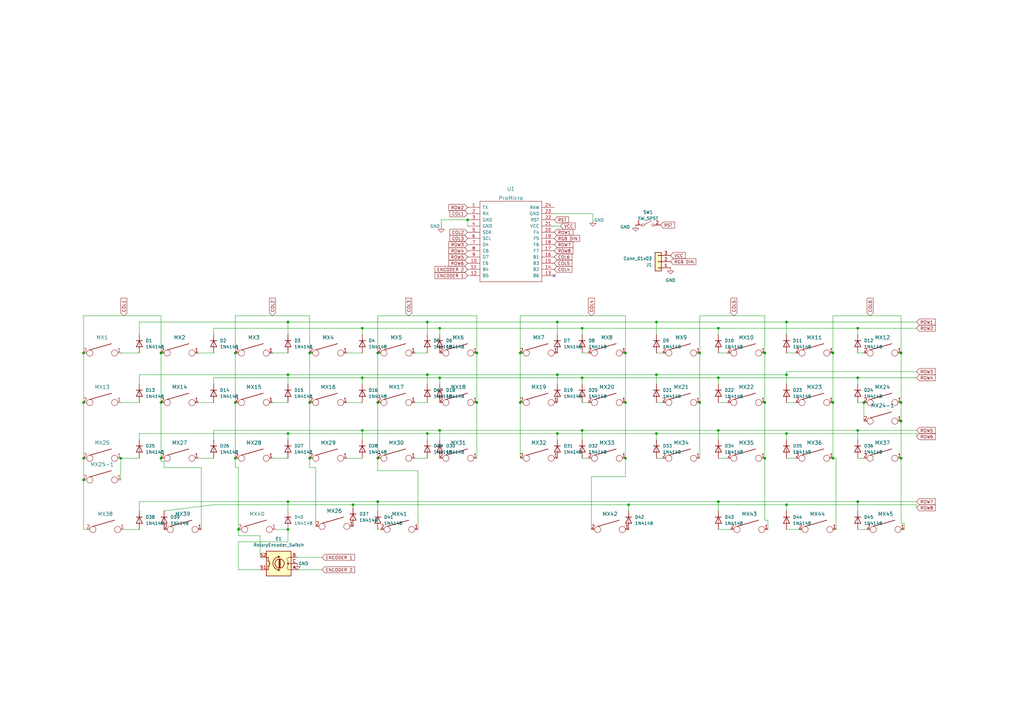
<source format=kicad_sch>
(kicad_sch (version 20211123) (generator eeschema)

  (uuid e63e39d7-6ac0-4ffd-8aa3-1841a4541b55)

  (paper "A3")

  (title_block
    (title "Alish40")
    (date "2022-07-20")
    (rev "v1.3")
    (company "Reed's Keebs (ft Silly)")
  )

  (lib_symbols
    (symbol "Connector_Generic:Conn_01x03" (pin_names (offset 1.016) hide) (in_bom yes) (on_board yes)
      (property "Reference" "J" (id 0) (at 0 5.08 0)
        (effects (font (size 1.27 1.27)))
      )
      (property "Value" "Conn_01x03" (id 1) (at 0 -5.08 0)
        (effects (font (size 1.27 1.27)))
      )
      (property "Footprint" "" (id 2) (at 0 0 0)
        (effects (font (size 1.27 1.27)) hide)
      )
      (property "Datasheet" "~" (id 3) (at 0 0 0)
        (effects (font (size 1.27 1.27)) hide)
      )
      (property "ki_keywords" "connector" (id 4) (at 0 0 0)
        (effects (font (size 1.27 1.27)) hide)
      )
      (property "ki_description" "Generic connector, single row, 01x03, script generated (kicad-library-utils/schlib/autogen/connector/)" (id 5) (at 0 0 0)
        (effects (font (size 1.27 1.27)) hide)
      )
      (property "ki_fp_filters" "Connector*:*_1x??_*" (id 6) (at 0 0 0)
        (effects (font (size 1.27 1.27)) hide)
      )
      (symbol "Conn_01x03_1_1"
        (rectangle (start -1.27 -2.413) (end 0 -2.667)
          (stroke (width 0.1524) (type default) (color 0 0 0 0))
          (fill (type none))
        )
        (rectangle (start -1.27 0.127) (end 0 -0.127)
          (stroke (width 0.1524) (type default) (color 0 0 0 0))
          (fill (type none))
        )
        (rectangle (start -1.27 2.667) (end 0 2.413)
          (stroke (width 0.1524) (type default) (color 0 0 0 0))
          (fill (type none))
        )
        (rectangle (start -1.27 3.81) (end 1.27 -3.81)
          (stroke (width 0.254) (type default) (color 0 0 0 0))
          (fill (type background))
        )
        (pin passive line (at -5.08 2.54 0) (length 3.81)
          (name "Pin_1" (effects (font (size 1.27 1.27))))
          (number "1" (effects (font (size 1.27 1.27))))
        )
        (pin passive line (at -5.08 0 0) (length 3.81)
          (name "Pin_2" (effects (font (size 1.27 1.27))))
          (number "2" (effects (font (size 1.27 1.27))))
        )
        (pin passive line (at -5.08 -2.54 0) (length 3.81)
          (name "Pin_3" (effects (font (size 1.27 1.27))))
          (number "3" (effects (font (size 1.27 1.27))))
        )
      )
    )
    (symbol "Device:RotaryEncoder_Switch" (pin_names (offset 0.254) hide) (in_bom yes) (on_board yes)
      (property "Reference" "SW" (id 0) (at 0 6.604 0)
        (effects (font (size 1.27 1.27)))
      )
      (property "Value" "RotaryEncoder_Switch" (id 1) (at 0 -6.604 0)
        (effects (font (size 1.27 1.27)))
      )
      (property "Footprint" "" (id 2) (at -3.81 4.064 0)
        (effects (font (size 1.27 1.27)) hide)
      )
      (property "Datasheet" "~" (id 3) (at 0 6.604 0)
        (effects (font (size 1.27 1.27)) hide)
      )
      (property "ki_keywords" "rotary switch encoder switch push button" (id 4) (at 0 0 0)
        (effects (font (size 1.27 1.27)) hide)
      )
      (property "ki_description" "Rotary encoder, dual channel, incremental quadrate outputs, with switch" (id 5) (at 0 0 0)
        (effects (font (size 1.27 1.27)) hide)
      )
      (property "ki_fp_filters" "RotaryEncoder*Switch*" (id 6) (at 0 0 0)
        (effects (font (size 1.27 1.27)) hide)
      )
      (symbol "RotaryEncoder_Switch_0_1"
        (rectangle (start -5.08 5.08) (end 5.08 -5.08)
          (stroke (width 0.254) (type default) (color 0 0 0 0))
          (fill (type background))
        )
        (circle (center -3.81 0) (radius 0.254)
          (stroke (width 0) (type default) (color 0 0 0 0))
          (fill (type outline))
        )
        (arc (start -0.381 -2.794) (mid 2.3622 -0.0635) (end -0.381 2.667)
          (stroke (width 0.254) (type default) (color 0 0 0 0))
          (fill (type none))
        )
        (circle (center -0.381 0) (radius 1.905)
          (stroke (width 0.254) (type default) (color 0 0 0 0))
          (fill (type none))
        )
        (polyline
          (pts
            (xy -0.635 -1.778)
            (xy -0.635 1.778)
          )
          (stroke (width 0.254) (type default) (color 0 0 0 0))
          (fill (type none))
        )
        (polyline
          (pts
            (xy -0.381 -1.778)
            (xy -0.381 1.778)
          )
          (stroke (width 0.254) (type default) (color 0 0 0 0))
          (fill (type none))
        )
        (polyline
          (pts
            (xy -0.127 1.778)
            (xy -0.127 -1.778)
          )
          (stroke (width 0.254) (type default) (color 0 0 0 0))
          (fill (type none))
        )
        (polyline
          (pts
            (xy 3.81 0)
            (xy 3.429 0)
          )
          (stroke (width 0.254) (type default) (color 0 0 0 0))
          (fill (type none))
        )
        (polyline
          (pts
            (xy 3.81 1.016)
            (xy 3.81 -1.016)
          )
          (stroke (width 0.254) (type default) (color 0 0 0 0))
          (fill (type none))
        )
        (polyline
          (pts
            (xy -5.08 -2.54)
            (xy -3.81 -2.54)
            (xy -3.81 -2.032)
          )
          (stroke (width 0) (type default) (color 0 0 0 0))
          (fill (type none))
        )
        (polyline
          (pts
            (xy -5.08 2.54)
            (xy -3.81 2.54)
            (xy -3.81 2.032)
          )
          (stroke (width 0) (type default) (color 0 0 0 0))
          (fill (type none))
        )
        (polyline
          (pts
            (xy 0.254 -3.048)
            (xy -0.508 -2.794)
            (xy 0.127 -2.413)
          )
          (stroke (width 0.254) (type default) (color 0 0 0 0))
          (fill (type none))
        )
        (polyline
          (pts
            (xy 0.254 2.921)
            (xy -0.508 2.667)
            (xy 0.127 2.286)
          )
          (stroke (width 0.254) (type default) (color 0 0 0 0))
          (fill (type none))
        )
        (polyline
          (pts
            (xy 5.08 -2.54)
            (xy 4.318 -2.54)
            (xy 4.318 -1.016)
          )
          (stroke (width 0.254) (type default) (color 0 0 0 0))
          (fill (type none))
        )
        (polyline
          (pts
            (xy 5.08 2.54)
            (xy 4.318 2.54)
            (xy 4.318 1.016)
          )
          (stroke (width 0.254) (type default) (color 0 0 0 0))
          (fill (type none))
        )
        (polyline
          (pts
            (xy -5.08 0)
            (xy -3.81 0)
            (xy -3.81 -1.016)
            (xy -3.302 -2.032)
          )
          (stroke (width 0) (type default) (color 0 0 0 0))
          (fill (type none))
        )
        (polyline
          (pts
            (xy -4.318 0)
            (xy -3.81 0)
            (xy -3.81 1.016)
            (xy -3.302 2.032)
          )
          (stroke (width 0) (type default) (color 0 0 0 0))
          (fill (type none))
        )
        (circle (center 4.318 -1.016) (radius 0.127)
          (stroke (width 0.254) (type default) (color 0 0 0 0))
          (fill (type none))
        )
        (circle (center 4.318 1.016) (radius 0.127)
          (stroke (width 0.254) (type default) (color 0 0 0 0))
          (fill (type none))
        )
      )
      (symbol "RotaryEncoder_Switch_1_1"
        (pin passive line (at -7.62 2.54 0) (length 2.54)
          (name "A" (effects (font (size 1.27 1.27))))
          (number "A" (effects (font (size 1.27 1.27))))
        )
        (pin passive line (at -7.62 -2.54 0) (length 2.54)
          (name "B" (effects (font (size 1.27 1.27))))
          (number "B" (effects (font (size 1.27 1.27))))
        )
        (pin passive line (at -7.62 0 0) (length 2.54)
          (name "C" (effects (font (size 1.27 1.27))))
          (number "C" (effects (font (size 1.27 1.27))))
        )
        (pin passive line (at 7.62 2.54 180) (length 2.54)
          (name "S1" (effects (font (size 1.27 1.27))))
          (number "S1" (effects (font (size 1.27 1.27))))
        )
        (pin passive line (at 7.62 -2.54 180) (length 2.54)
          (name "S2" (effects (font (size 1.27 1.27))))
          (number "S2" (effects (font (size 1.27 1.27))))
        )
      )
    )
    (symbol "Diode:1N4148" (pin_numbers hide) (pin_names (offset 1.016) hide) (in_bom yes) (on_board yes)
      (property "Reference" "D" (id 0) (at 0 2.54 0)
        (effects (font (size 1.27 1.27)))
      )
      (property "Value" "1N4148" (id 1) (at 0 -2.54 0)
        (effects (font (size 1.27 1.27)))
      )
      (property "Footprint" "Diode_THT:D_DO-35_SOD27_P7.62mm_Horizontal" (id 2) (at 0 -4.445 0)
        (effects (font (size 1.27 1.27)) hide)
      )
      (property "Datasheet" "https://assets.nexperia.com/documents/data-sheet/1N4148_1N4448.pdf" (id 3) (at 0 0 0)
        (effects (font (size 1.27 1.27)) hide)
      )
      (property "ki_keywords" "diode" (id 4) (at 0 0 0)
        (effects (font (size 1.27 1.27)) hide)
      )
      (property "ki_description" "100V 0.15A standard switching diode, DO-35" (id 5) (at 0 0 0)
        (effects (font (size 1.27 1.27)) hide)
      )
      (property "ki_fp_filters" "D*DO?35*" (id 6) (at 0 0 0)
        (effects (font (size 1.27 1.27)) hide)
      )
      (symbol "1N4148_0_1"
        (polyline
          (pts
            (xy -1.27 1.27)
            (xy -1.27 -1.27)
          )
          (stroke (width 0.254) (type default) (color 0 0 0 0))
          (fill (type none))
        )
        (polyline
          (pts
            (xy 1.27 0)
            (xy -1.27 0)
          )
          (stroke (width 0) (type default) (color 0 0 0 0))
          (fill (type none))
        )
        (polyline
          (pts
            (xy 1.27 1.27)
            (xy 1.27 -1.27)
            (xy -1.27 0)
            (xy 1.27 1.27)
          )
          (stroke (width 0.254) (type default) (color 0 0 0 0))
          (fill (type none))
        )
      )
      (symbol "1N4148_1_1"
        (pin passive line (at -3.81 0 0) (length 2.54)
          (name "K" (effects (font (size 1.27 1.27))))
          (number "1" (effects (font (size 1.27 1.27))))
        )
        (pin passive line (at 3.81 0 180) (length 2.54)
          (name "A" (effects (font (size 1.27 1.27))))
          (number "2" (effects (font (size 1.27 1.27))))
        )
      )
    )
    (symbol "Switch:SW_SPST" (pin_names (offset 0) hide) (in_bom yes) (on_board yes)
      (property "Reference" "SW" (id 0) (at 0 3.175 0)
        (effects (font (size 1.27 1.27)))
      )
      (property "Value" "SW_SPST" (id 1) (at 0 -2.54 0)
        (effects (font (size 1.27 1.27)))
      )
      (property "Footprint" "" (id 2) (at 0 0 0)
        (effects (font (size 1.27 1.27)) hide)
      )
      (property "Datasheet" "~" (id 3) (at 0 0 0)
        (effects (font (size 1.27 1.27)) hide)
      )
      (property "ki_keywords" "switch lever" (id 4) (at 0 0 0)
        (effects (font (size 1.27 1.27)) hide)
      )
      (property "ki_description" "Single Pole Single Throw (SPST) switch" (id 5) (at 0 0 0)
        (effects (font (size 1.27 1.27)) hide)
      )
      (symbol "SW_SPST_0_0"
        (circle (center -2.032 0) (radius 0.508)
          (stroke (width 0) (type default) (color 0 0 0 0))
          (fill (type none))
        )
        (polyline
          (pts
            (xy -1.524 0.254)
            (xy 1.524 1.778)
          )
          (stroke (width 0) (type default) (color 0 0 0 0))
          (fill (type none))
        )
        (circle (center 2.032 0) (radius 0.508)
          (stroke (width 0) (type default) (color 0 0 0 0))
          (fill (type none))
        )
      )
      (symbol "SW_SPST_1_1"
        (pin passive line (at -5.08 0 0) (length 2.54)
          (name "A" (effects (font (size 1.27 1.27))))
          (number "1" (effects (font (size 1.27 1.27))))
        )
        (pin passive line (at 5.08 0 180) (length 2.54)
          (name "B" (effects (font (size 1.27 1.27))))
          (number "2" (effects (font (size 1.27 1.27))))
        )
      )
    )
    (symbol "keyboard_parts:KEYSW" (pin_names (offset 1.016)) (in_bom yes) (on_board yes)
      (property "Reference" "K?" (id 0) (at -1.27 0 0)
        (effects (font (size 1.524 1.524)))
      )
      (property "Value" "KEYSW" (id 1) (at 0 -2.54 0)
        (effects (font (size 1.524 1.524)) hide)
      )
      (property "Footprint" "" (id 2) (at 0 0 0)
        (effects (font (size 1.524 1.524)))
      )
      (property "Datasheet" "" (id 3) (at 0 0 0)
        (effects (font (size 1.524 1.524)))
      )
      (symbol "KEYSW_0_1"
        (circle (center -5.08 0) (radius 1.27)
          (stroke (width 0) (type default) (color 0 0 0 0))
          (fill (type none))
        )
        (polyline
          (pts
            (xy -5.08 1.27)
            (xy 3.81 3.81)
          )
          (stroke (width 0.254) (type default) (color 0 0 0 0))
          (fill (type none))
        )
        (circle (center 5.08 0) (radius 1.27)
          (stroke (width 0) (type default) (color 0 0 0 0))
          (fill (type none))
        )
      )
      (symbol "KEYSW_1_1"
        (pin passive line (at 7.62 0 180) (length 1.27)
          (name "~" (effects (font (size 1.524 1.524))))
          (number "1" (effects (font (size 1.524 1.524))))
        )
        (pin passive line (at -7.62 0 0) (length 1.27)
          (name "~" (effects (font (size 1.524 1.524))))
          (number "2" (effects (font (size 1.524 1.524))))
        )
      )
    )
    (symbol "power:GND" (power) (pin_names (offset 0)) (in_bom yes) (on_board yes)
      (property "Reference" "#PWR" (id 0) (at 0 -6.35 0)
        (effects (font (size 1.27 1.27)) hide)
      )
      (property "Value" "GND" (id 1) (at 0 -3.81 0)
        (effects (font (size 1.27 1.27)))
      )
      (property "Footprint" "" (id 2) (at 0 0 0)
        (effects (font (size 1.27 1.27)) hide)
      )
      (property "Datasheet" "" (id 3) (at 0 0 0)
        (effects (font (size 1.27 1.27)) hide)
      )
      (property "ki_keywords" "power-flag" (id 4) (at 0 0 0)
        (effects (font (size 1.27 1.27)) hide)
      )
      (property "ki_description" "Power symbol creates a global label with name \"GND\" , ground" (id 5) (at 0 0 0)
        (effects (font (size 1.27 1.27)) hide)
      )
      (symbol "GND_0_1"
        (polyline
          (pts
            (xy 0 0)
            (xy 0 -1.27)
            (xy 1.27 -1.27)
            (xy 0 -2.54)
            (xy -1.27 -1.27)
            (xy 0 -1.27)
          )
          (stroke (width 0) (type default) (color 0 0 0 0))
          (fill (type none))
        )
      )
      (symbol "GND_1_1"
        (pin power_in line (at 0 0 270) (length 0) hide
          (name "GND" (effects (font (size 1.27 1.27))))
          (number "1" (effects (font (size 1.27 1.27))))
        )
      )
    )
    (symbol "promicro:ProMicro" (pin_names (offset 1.016)) (in_bom yes) (on_board yes)
      (property "Reference" "U" (id 0) (at 0 24.13 0)
        (effects (font (size 1.524 1.524)))
      )
      (property "Value" "ProMicro" (id 1) (at 0 -13.97 0)
        (effects (font (size 1.524 1.524)))
      )
      (property "Footprint" "" (id 2) (at 2.54 -26.67 0)
        (effects (font (size 1.524 1.524)))
      )
      (property "Datasheet" "" (id 3) (at 2.54 -26.67 0)
        (effects (font (size 1.524 1.524)))
      )
      (symbol "ProMicro_0_1"
        (rectangle (start -12.7 21.59) (end 12.7 -11.43)
          (stroke (width 0) (type default) (color 0 0 0 0))
          (fill (type none))
        )
      )
      (symbol "ProMicro_1_1"
        (pin bidirectional line (at -17.78 19.05 0) (length 5.08)
          (name "TX" (effects (font (size 1.27 1.27))))
          (number "1" (effects (font (size 1.27 1.27))))
        )
        (pin bidirectional line (at -17.78 -3.81 0) (length 5.08)
          (name "E6" (effects (font (size 1.27 1.27))))
          (number "10" (effects (font (size 1.27 1.27))))
        )
        (pin bidirectional line (at -17.78 -6.35 0) (length 5.08)
          (name "B4" (effects (font (size 1.27 1.27))))
          (number "11" (effects (font (size 1.27 1.27))))
        )
        (pin bidirectional line (at -17.78 -8.89 0) (length 5.08)
          (name "B5" (effects (font (size 1.27 1.27))))
          (number "12" (effects (font (size 1.27 1.27))))
        )
        (pin bidirectional line (at 17.78 -8.89 180) (length 5.08)
          (name "B6" (effects (font (size 1.27 1.27))))
          (number "13" (effects (font (size 1.27 1.27))))
        )
        (pin bidirectional line (at 17.78 -6.35 180) (length 5.08)
          (name "B2" (effects (font (size 1.27 1.27))))
          (number "14" (effects (font (size 1.27 1.27))))
        )
        (pin bidirectional line (at 17.78 -3.81 180) (length 5.08)
          (name "B3" (effects (font (size 1.27 1.27))))
          (number "15" (effects (font (size 1.27 1.27))))
        )
        (pin bidirectional line (at 17.78 -1.27 180) (length 5.08)
          (name "B1" (effects (font (size 1.27 1.27))))
          (number "16" (effects (font (size 1.27 1.27))))
        )
        (pin bidirectional line (at 17.78 1.27 180) (length 5.08)
          (name "F7" (effects (font (size 1.27 1.27))))
          (number "17" (effects (font (size 1.27 1.27))))
        )
        (pin bidirectional line (at 17.78 3.81 180) (length 5.08)
          (name "F6" (effects (font (size 1.27 1.27))))
          (number "18" (effects (font (size 1.27 1.27))))
        )
        (pin bidirectional line (at 17.78 6.35 180) (length 5.08)
          (name "F5" (effects (font (size 1.27 1.27))))
          (number "19" (effects (font (size 1.27 1.27))))
        )
        (pin bidirectional line (at -17.78 16.51 0) (length 5.08)
          (name "RX" (effects (font (size 1.27 1.27))))
          (number "2" (effects (font (size 1.27 1.27))))
        )
        (pin bidirectional line (at 17.78 8.89 180) (length 5.08)
          (name "F4" (effects (font (size 1.27 1.27))))
          (number "20" (effects (font (size 1.27 1.27))))
        )
        (pin power_in line (at 17.78 11.43 180) (length 5.08)
          (name "VCC" (effects (font (size 1.27 1.27))))
          (number "21" (effects (font (size 1.27 1.27))))
        )
        (pin input line (at 17.78 13.97 180) (length 5.08)
          (name "RST" (effects (font (size 1.27 1.27))))
          (number "22" (effects (font (size 1.27 1.27))))
        )
        (pin power_in line (at 17.78 16.51 180) (length 5.08)
          (name "GND" (effects (font (size 1.27 1.27))))
          (number "23" (effects (font (size 1.27 1.27))))
        )
        (pin power_out line (at 17.78 19.05 180) (length 5.08)
          (name "RAW" (effects (font (size 1.27 1.27))))
          (number "24" (effects (font (size 1.27 1.27))))
        )
        (pin power_in line (at -17.78 13.97 0) (length 5.08)
          (name "GND" (effects (font (size 1.27 1.27))))
          (number "3" (effects (font (size 1.27 1.27))))
        )
        (pin power_in line (at -17.78 11.43 0) (length 5.08)
          (name "GND" (effects (font (size 1.27 1.27))))
          (number "4" (effects (font (size 1.27 1.27))))
        )
        (pin bidirectional line (at -17.78 8.89 0) (length 5.08)
          (name "SDA" (effects (font (size 1.27 1.27))))
          (number "5" (effects (font (size 1.27 1.27))))
        )
        (pin bidirectional line (at -17.78 6.35 0) (length 5.08)
          (name "SCL" (effects (font (size 1.27 1.27))))
          (number "6" (effects (font (size 1.27 1.27))))
        )
        (pin bidirectional line (at -17.78 3.81 0) (length 5.08)
          (name "D4" (effects (font (size 1.27 1.27))))
          (number "7" (effects (font (size 1.27 1.27))))
        )
        (pin bidirectional line (at -17.78 1.27 0) (length 5.08)
          (name "C6" (effects (font (size 1.27 1.27))))
          (number "8" (effects (font (size 1.27 1.27))))
        )
        (pin bidirectional line (at -17.78 -1.27 0) (length 5.08)
          (name "D7" (effects (font (size 1.27 1.27))))
          (number "9" (effects (font (size 1.27 1.27))))
        )
      )
    )
  )

  (junction (at 127 187.96) (diameter 0) (color 0 0 0 0)
    (uuid 05c91ce0-e118-4506-bd8f-5156a9c3acea)
  )
  (junction (at 180.34 176.53) (diameter 0) (color 0 0 0 0)
    (uuid 0ed11af5-0934-43bf-b32a-17d5b78ef9bf)
  )
  (junction (at 369.57 165.1) (diameter 0) (color 0 0 0 0)
    (uuid 0f2b9761-2d1d-4da5-8687-be48b351e621)
  )
  (junction (at 341.63 165.1) (diameter 0) (color 0 0 0 0)
    (uuid 101cf211-fc05-4864-8ce0-62c2fa6f7088)
  )
  (junction (at 34.29 144.78) (diameter 0) (color 0 0 0 0)
    (uuid 18534bc9-0102-48ad-b5a2-579994bf1e0e)
  )
  (junction (at 96.52 165.1) (diameter 0) (color 0 0 0 0)
    (uuid 1f259c91-17bf-4ada-9723-4ce18536abdc)
  )
  (junction (at 228.6 177.8) (diameter 0) (color 0 0 0 0)
    (uuid 2a821dbd-4ed0-4509-95e3-b85dd2f05530)
  )
  (junction (at 313.69 165.1) (diameter 0) (color 0 0 0 0)
    (uuid 2d620a02-474c-4011-9883-64b500c3994a)
  )
  (junction (at 34.29 187.96) (diameter 0) (color 0 0 0 0)
    (uuid 2fb73e79-ceb1-4fb4-b202-82db585b5cdd)
  )
  (junction (at 148.59 154.94) (diameter 0) (color 0 0 0 0)
    (uuid 3000c272-86f0-4915-ae47-e078ef23c49f)
  )
  (junction (at 118.11 205.74) (diameter 0) (color 0 0 0 0)
    (uuid 3454122c-c639-4c18-a36c-a5248d7cc6a7)
  )
  (junction (at 351.79 154.94) (diameter 0) (color 0 0 0 0)
    (uuid 373e491d-5250-432d-bfa7-1f1fd8c10340)
  )
  (junction (at 97.79 217.17) (diameter 0) (color 0 0 0 0)
    (uuid 38fc07bc-f91b-4931-8679-577e83cac584)
  )
  (junction (at 175.26 153.67) (diameter 0) (color 0 0 0 0)
    (uuid 3d1080af-2f70-482d-92ac-a9df76e92eda)
  )
  (junction (at 175.26 177.8) (diameter 0) (color 0 0 0 0)
    (uuid 3d434111-dc94-46e7-8e25-bded5e3bb71f)
  )
  (junction (at 351.79 205.74) (diameter 0) (color 0 0 0 0)
    (uuid 3e51081e-e381-4628-8e49-c189ef038500)
  )
  (junction (at 154.94 165.1) (diameter 0) (color 0 0 0 0)
    (uuid 4b6fb4b7-2b01-421a-b0e0-44f963d2fe35)
  )
  (junction (at 175.26 132.08) (diameter 0) (color 0 0 0 0)
    (uuid 4e8d2ee4-895b-45d4-ab5d-ac123520bd37)
  )
  (junction (at 191.77 90.17) (diameter 0) (color 0 0 0 0)
    (uuid 50d28e61-d6a4-433b-a78f-295d55739afd)
  )
  (junction (at 118.11 177.8) (diameter 0) (color 0 0 0 0)
    (uuid 5177524e-b322-4ada-8e60-17435e1ddaff)
  )
  (junction (at 354.33 165.1) (diameter 0) (color 0 0 0 0)
    (uuid 52dd390d-642c-44ef-9b4d-674c4897e516)
  )
  (junction (at 34.29 165.1) (diameter 0) (color 0 0 0 0)
    (uuid 541c8377-8d21-4b3a-96ae-158e798fb6e3)
  )
  (junction (at 148.59 176.53) (diameter 0) (color 0 0 0 0)
    (uuid 560470f0-a345-41cf-8238-f8a3c8ec9bdd)
  )
  (junction (at 294.64 134.62) (diameter 0) (color 0 0 0 0)
    (uuid 5ebe4b78-5e04-419b-9eb4-1964a098f8c7)
  )
  (junction (at 66.04 187.96) (diameter 0) (color 0 0 0 0)
    (uuid 5f29156c-0150-413f-922e-177b437b197b)
  )
  (junction (at 257.81 207.01) (diameter 0) (color 0 0 0 0)
    (uuid 6294d60a-5a6d-4e91-bd35-79741339d7e4)
  )
  (junction (at 180.34 154.94) (diameter 0) (color 0 0 0 0)
    (uuid 6364286b-f0b5-4719-a9a0-eb3bbd6fa48e)
  )
  (junction (at 195.58 144.78) (diameter 0) (color 0 0 0 0)
    (uuid 6a17a281-9f35-42bb-aa4f-cf484aa55fac)
  )
  (junction (at 144.78 207.01) (diameter 0) (color 0 0 0 0)
    (uuid 6ab5a90a-3043-4da1-b468-60be69312583)
  )
  (junction (at 287.02 144.78) (diameter 0) (color 0 0 0 0)
    (uuid 6c958bda-72e2-411a-b8e3-6626b1135c4e)
  )
  (junction (at 49.53 187.96) (diameter 0) (color 0 0 0 0)
    (uuid 7042a84c-c302-426e-b943-a042ff012964)
  )
  (junction (at 213.36 165.1) (diameter 0) (color 0 0 0 0)
    (uuid 74c12be0-f9a3-4b5a-a273-127a0b23550f)
  )
  (junction (at 341.63 144.78) (diameter 0) (color 0 0 0 0)
    (uuid 7d141c28-eccf-481a-83c9-295aab8b71a4)
  )
  (junction (at 34.29 196.85) (diameter 0) (color 0 0 0 0)
    (uuid 81b4807f-c85b-497c-8856-355cd955d9f5)
  )
  (junction (at 256.54 165.1) (diameter 0) (color 0 0 0 0)
    (uuid 8300a95c-a2a1-4047-aaac-f5ebca99da17)
  )
  (junction (at 369.57 187.96) (diameter 0) (color 0 0 0 0)
    (uuid 8b9ca8e8-f417-4e34-8b40-40aa34630c38)
  )
  (junction (at 369.57 172.72) (diameter 0) (color 0 0 0 0)
    (uuid 8d340f0a-c181-4e29-b9e8-e2a5bf9590b5)
  )
  (junction (at 213.36 144.78) (diameter 0) (color 0 0 0 0)
    (uuid 91b3375d-cdb1-436f-beb4-a9979ba3ddc8)
  )
  (junction (at 118.11 132.08) (diameter 0) (color 0 0 0 0)
    (uuid 95a2b3e2-bfff-40e4-b8bb-ba8acfe84908)
  )
  (junction (at 148.59 134.62) (diameter 0) (color 0 0 0 0)
    (uuid 98a85ac5-34af-4581-ad9c-b2385edb0f6d)
  )
  (junction (at 228.6 153.67) (diameter 0) (color 0 0 0 0)
    (uuid 99b77a1c-4c92-4440-b664-96da37e6733b)
  )
  (junction (at 294.64 205.74) (diameter 0) (color 0 0 0 0)
    (uuid 9d726789-51e2-4caf-a972-eacf04228c83)
  )
  (junction (at 154.94 187.96) (diameter 0) (color 0 0 0 0)
    (uuid 9fa550e9-5388-41d5-a08e-b9ba0decaa73)
  )
  (junction (at 287.02 165.1) (diameter 0) (color 0 0 0 0)
    (uuid a2454032-e1ca-4270-8c88-29b7d2314a75)
  )
  (junction (at 118.11 217.17) (diameter 0) (color 0 0 0 0)
    (uuid a4b2eb8f-67bf-4221-9b72-aedff37cb92e)
  )
  (junction (at 269.24 132.08) (diameter 0) (color 0 0 0 0)
    (uuid a76511db-8373-41c6-828a-552bedb8be3a)
  )
  (junction (at 322.58 132.08) (diameter 0) (color 0 0 0 0)
    (uuid a8f05aa8-ce33-44f7-aec8-16ea16146f98)
  )
  (junction (at 256.54 144.78) (diameter 0) (color 0 0 0 0)
    (uuid adb78b30-080b-4159-b500-01dee303640b)
  )
  (junction (at 269.24 153.67) (diameter 0) (color 0 0 0 0)
    (uuid b20ea14d-c1f1-4a44-b90d-6d5a07231d44)
  )
  (junction (at 180.34 134.62) (diameter 0) (color 0 0 0 0)
    (uuid b718fcb1-8742-4b46-85e8-c35e05bc00ea)
  )
  (junction (at 269.24 177.8) (diameter 0) (color 0 0 0 0)
    (uuid b82bd19f-e40d-4f38-8dd1-855fc9f2dcc0)
  )
  (junction (at 238.76 154.94) (diameter 0) (color 0 0 0 0)
    (uuid be0092c8-8d42-44f5-8845-5200577b77ad)
  )
  (junction (at 96.52 187.96) (diameter 0) (color 0 0 0 0)
    (uuid c131acbc-0db4-482a-9111-67319fc4b0dd)
  )
  (junction (at 322.58 177.8) (diameter 0) (color 0 0 0 0)
    (uuid c169a505-8f60-496f-9074-81d5c9820e1c)
  )
  (junction (at 238.76 134.62) (diameter 0) (color 0 0 0 0)
    (uuid c6ed29f5-fb74-49e9-88df-44db5f547df2)
  )
  (junction (at 322.58 153.67) (diameter 0) (color 0 0 0 0)
    (uuid ca19b3b1-baef-4b6d-ab52-cfccdddbf872)
  )
  (junction (at 195.58 165.1) (diameter 0) (color 0 0 0 0)
    (uuid ccbccb3e-89b1-4dab-802b-390fc836ac8c)
  )
  (junction (at 154.94 205.74) (diameter 0) (color 0 0 0 0)
    (uuid cf90d315-196f-4a1f-90c2-30759813278d)
  )
  (junction (at 127 165.1) (diameter 0) (color 0 0 0 0)
    (uuid d0945d71-6e3e-458b-8803-2b2fcae1bf68)
  )
  (junction (at 154.94 144.78) (diameter 0) (color 0 0 0 0)
    (uuid d0e61f83-bcd2-48aa-a66f-e61edf9ea9bf)
  )
  (junction (at 96.52 144.78) (diameter 0) (color 0 0 0 0)
    (uuid d809f0c6-bc82-484d-a261-5fa3f6c30ddd)
  )
  (junction (at 351.79 176.53) (diameter 0) (color 0 0 0 0)
    (uuid e096e0f0-3b7c-4628-8cdd-6a1e2be782d2)
  )
  (junction (at 369.57 144.78) (diameter 0) (color 0 0 0 0)
    (uuid e28c5158-3fac-403b-a17b-143b42893589)
  )
  (junction (at 256.54 187.96) (diameter 0) (color 0 0 0 0)
    (uuid e39ec251-d2a9-4e53-871d-87e9d629d954)
  )
  (junction (at 341.63 187.96) (diameter 0) (color 0 0 0 0)
    (uuid e53250d4-13b2-46b5-9507-5864ae9da558)
  )
  (junction (at 127 144.78) (diameter 0) (color 0 0 0 0)
    (uuid e620da3b-1de1-42a2-a6cb-886505ea21d3)
  )
  (junction (at 118.11 153.67) (diameter 0) (color 0 0 0 0)
    (uuid ed13ed02-5f67-40c5-b1c5-8981d8f3329e)
  )
  (junction (at 238.76 176.53) (diameter 0) (color 0 0 0 0)
    (uuid ef5feb71-6b4a-4515-a36a-f7790ce22a47)
  )
  (junction (at 313.69 187.96) (diameter 0) (color 0 0 0 0)
    (uuid f1eeafbd-e1fa-47de-93d6-7cee1b59d72d)
  )
  (junction (at 66.04 144.78) (diameter 0) (color 0 0 0 0)
    (uuid f46bb77b-9e85-4883-800c-a9daa111578a)
  )
  (junction (at 294.64 154.94) (diameter 0) (color 0 0 0 0)
    (uuid f76486c3-752b-4eb0-9ee6-ca64036b7a69)
  )
  (junction (at 66.04 165.1) (diameter 0) (color 0 0 0 0)
    (uuid f7beb4f1-b315-42bb-ad6a-93d94958c29c)
  )
  (junction (at 313.69 144.78) (diameter 0) (color 0 0 0 0)
    (uuid f8585e91-bf4a-4fa4-822e-d10c148d3782)
  )
  (junction (at 228.6 132.08) (diameter 0) (color 0 0 0 0)
    (uuid fb85f12d-b8f0-40e7-b852-5e1458fde7d6)
  )
  (junction (at 351.79 134.62) (diameter 0) (color 0 0 0 0)
    (uuid fc17f623-3d7c-4994-b599-e8b68f702d08)
  )
  (junction (at 322.58 207.01) (diameter 0) (color 0 0 0 0)
    (uuid ff9f44c7-aad1-480a-8e89-7510fa5460fe)
  )
  (junction (at 294.64 176.53) (diameter 0) (color 0 0 0 0)
    (uuid ffa97157-7971-4519-abda-5cf45509e847)
  )

  (no_connect (at 227.33 113.03) (uuid a2f96876-5d3e-4fc6-97de-76e32965b3d6))

  (wire (pts (xy 322.58 207.01) (xy 375.92 207.01))
    (stroke (width 0) (type default) (color 0 0 0 0))
    (uuid 00c0218d-2cb4-448e-9ad4-f4ab0abf6d3e)
  )
  (wire (pts (xy 57.15 205.74) (xy 118.11 205.74))
    (stroke (width 0) (type default) (color 0 0 0 0))
    (uuid 01b9be32-1283-4598-bff6-13b0f43b7c33)
  )
  (wire (pts (xy 242.57 195.58) (xy 256.54 195.58))
    (stroke (width 0) (type default) (color 0 0 0 0))
    (uuid 01d3944a-eec0-447a-8dfe-662b847ce924)
  )
  (wire (pts (xy 175.26 153.67) (xy 228.6 153.67))
    (stroke (width 0) (type default) (color 0 0 0 0))
    (uuid 02329608-4bb9-43f7-8f51-052572b78445)
  )
  (wire (pts (xy 96.52 129.54) (xy 127 129.54))
    (stroke (width 0) (type default) (color 0 0 0 0))
    (uuid 02600d42-03f4-432e-acb2-f7e3d50d4311)
  )
  (wire (pts (xy 322.58 177.8) (xy 322.58 180.34))
    (stroke (width 0) (type default) (color 0 0 0 0))
    (uuid 0353c2b7-7a42-4aa6-b3cd-94ed22de3707)
  )
  (wire (pts (xy 294.64 205.74) (xy 351.79 205.74))
    (stroke (width 0) (type default) (color 0 0 0 0))
    (uuid 03787ee2-c0ce-4d20-900e-c44144337e81)
  )
  (wire (pts (xy 269.24 144.78) (xy 271.78 144.78))
    (stroke (width 0) (type default) (color 0 0 0 0))
    (uuid 046ca300-6007-4c2d-a6da-b688c32b53f6)
  )
  (wire (pts (xy 142.24 144.78) (xy 148.59 144.78))
    (stroke (width 0) (type default) (color 0 0 0 0))
    (uuid 064d310d-6fd1-41e8-a89e-ad4327859227)
  )
  (wire (pts (xy 127 144.78) (xy 127 165.1))
    (stroke (width 0) (type default) (color 0 0 0 0))
    (uuid 088c3d77-6c8c-4f7f-bdbb-c0f1bad456a5)
  )
  (wire (pts (xy 287.02 129.54) (xy 313.69 129.54))
    (stroke (width 0) (type default) (color 0 0 0 0))
    (uuid 093780d9-187d-481f-9ede-ed7639ec21a4)
  )
  (wire (pts (xy 322.58 153.67) (xy 322.58 157.48))
    (stroke (width 0) (type default) (color 0 0 0 0))
    (uuid 09446378-d79d-4841-87d1-09009e11e21c)
  )
  (wire (pts (xy 148.59 134.62) (xy 180.34 134.62))
    (stroke (width 0) (type default) (color 0 0 0 0))
    (uuid 0956e0db-eecd-4e7c-b9a2-15369c042aa1)
  )
  (wire (pts (xy 129.54 191.77) (xy 127 191.77))
    (stroke (width 0) (type default) (color 0 0 0 0))
    (uuid 10a95f78-7dde-4600-80fc-1c32579df3f1)
  )
  (wire (pts (xy 294.64 176.53) (xy 351.79 176.53))
    (stroke (width 0) (type default) (color 0 0 0 0))
    (uuid 10b73343-3a3a-4377-b401-04c4334fea4e)
  )
  (wire (pts (xy 351.79 134.62) (xy 294.64 134.62))
    (stroke (width 0) (type default) (color 0 0 0 0))
    (uuid 11445971-2583-4989-aa60-3e2b824bc46a)
  )
  (wire (pts (xy 49.53 187.96) (xy 49.53 196.85))
    (stroke (width 0) (type default) (color 0 0 0 0))
    (uuid 14b3c257-4f35-4e7a-a8a8-72b53ce5194f)
  )
  (wire (pts (xy 351.79 154.94) (xy 294.64 154.94))
    (stroke (width 0) (type default) (color 0 0 0 0))
    (uuid 15cf59a6-f1ca-45b6-8fd2-5db6ae6ed231)
  )
  (wire (pts (xy 127 191.77) (xy 127 187.96))
    (stroke (width 0) (type default) (color 0 0 0 0))
    (uuid 15d9dfaa-f50c-4223-8883-87a2b8c7dc74)
  )
  (wire (pts (xy 175.26 177.8) (xy 175.26 180.34))
    (stroke (width 0) (type default) (color 0 0 0 0))
    (uuid 15daff2a-cb05-47aa-a939-6184d08ce99d)
  )
  (wire (pts (xy 49.53 187.96) (xy 57.15 187.96))
    (stroke (width 0) (type default) (color 0 0 0 0))
    (uuid 163d1469-42a0-4e62-ac6c-2e1cfe0cbf0e)
  )
  (wire (pts (xy 294.64 154.94) (xy 294.64 157.48))
    (stroke (width 0) (type default) (color 0 0 0 0))
    (uuid 174f07e3-9a1e-414a-b022-62b3e4cf2c66)
  )
  (wire (pts (xy 170.18 144.78) (xy 175.26 144.78))
    (stroke (width 0) (type default) (color 0 0 0 0))
    (uuid 18888854-c0f8-4444-9cd1-26264f093c5d)
  )
  (wire (pts (xy 351.79 157.48) (xy 351.79 154.94))
    (stroke (width 0) (type default) (color 0 0 0 0))
    (uuid 18c09eed-48f6-4a0e-9cf7-e93dfafa766d)
  )
  (wire (pts (xy 322.58 209.55) (xy 322.58 207.01))
    (stroke (width 0) (type default) (color 0 0 0 0))
    (uuid 18f386a2-5f07-46fa-b846-c8947b82840a)
  )
  (wire (pts (xy 369.57 187.96) (xy 369.57 214.63))
    (stroke (width 0) (type default) (color 0 0 0 0))
    (uuid 1a01bf50-25c0-4cee-98e7-e4bab5723ded)
  )
  (wire (pts (xy 118.11 205.74) (xy 118.11 209.55))
    (stroke (width 0) (type default) (color 0 0 0 0))
    (uuid 1d806caa-9761-417a-9127-3b0c935e3d5e)
  )
  (wire (pts (xy 148.59 154.94) (xy 148.59 157.48))
    (stroke (width 0) (type default) (color 0 0 0 0))
    (uuid 1f006d56-fcc1-43b2-92a1-a22cd58f20cd)
  )
  (wire (pts (xy 96.52 144.78) (xy 96.52 165.1))
    (stroke (width 0) (type default) (color 0 0 0 0))
    (uuid 2110aac6-b15a-4026-804d-bbb47722d86d)
  )
  (wire (pts (xy 369.57 144.78) (xy 369.57 165.1))
    (stroke (width 0) (type default) (color 0 0 0 0))
    (uuid 22726457-a59f-4c97-9939-46eb88eddca6)
  )
  (wire (pts (xy 97.79 217.17) (xy 97.79 219.71))
    (stroke (width 0) (type default) (color 0 0 0 0))
    (uuid 24364b82-cc7c-4fa5-85d3-e67dd946d5cd)
  )
  (wire (pts (xy 121.92 228.6) (xy 132.08 228.6))
    (stroke (width 0) (type default) (color 0 0 0 0))
    (uuid 2788495c-0df5-4c4b-92cf-214e951539aa)
  )
  (wire (pts (xy 243.1796 90.2716) (xy 243.1796 87.63))
    (stroke (width 0) (type default) (color 0 0 0 0))
    (uuid 27c1f80b-f45e-43d3-a167-c633f7ffe77f)
  )
  (wire (pts (xy 322.58 132.08) (xy 322.58 137.16))
    (stroke (width 0) (type default) (color 0 0 0 0))
    (uuid 295c6d13-2059-4604-98a9-b81bcd528128)
  )
  (wire (pts (xy 238.76 187.96) (xy 241.3 187.96))
    (stroke (width 0) (type default) (color 0 0 0 0))
    (uuid 2ccdbcb0-6f0b-499d-b11b-2986d6d3e44a)
  )
  (wire (pts (xy 50.8 217.17) (xy 57.15 217.17))
    (stroke (width 0) (type default) (color 0 0 0 0))
    (uuid 2eb48005-2321-4979-8ffe-dceafdc327c0)
  )
  (wire (pts (xy 322.58 132.08) (xy 375.92 132.08))
    (stroke (width 0) (type default) (color 0 0 0 0))
    (uuid 32c384fc-a8b5-47d8-865f-6ceca8fa4505)
  )
  (wire (pts (xy 144.78 207.01) (xy 257.81 207.01))
    (stroke (width 0) (type default) (color 0 0 0 0))
    (uuid 3625f77c-1c9c-4b74-838f-f3f0ee576d03)
  )
  (wire (pts (xy 287.02 144.78) (xy 287.02 165.1))
    (stroke (width 0) (type default) (color 0 0 0 0))
    (uuid 36efe47d-d77f-4d1b-a725-f9d3c1574bfb)
  )
  (wire (pts (xy 341.63 144.78) (xy 341.63 129.54))
    (stroke (width 0) (type default) (color 0 0 0 0))
    (uuid 388a3f5e-c9ec-480a-8991-70bef30c1dce)
  )
  (wire (pts (xy 294.64 134.62) (xy 238.76 134.62))
    (stroke (width 0) (type default) (color 0 0 0 0))
    (uuid 38a89dcc-e0df-44b2-86bb-b9431bdc48d9)
  )
  (wire (pts (xy 34.29 165.1) (xy 34.29 187.96))
    (stroke (width 0) (type default) (color 0 0 0 0))
    (uuid 38a9dd9f-c60f-4e74-af08-5903faa34fbd)
  )
  (wire (pts (xy 118.11 132.08) (xy 118.11 137.16))
    (stroke (width 0) (type default) (color 0 0 0 0))
    (uuid 3a98a33b-34f7-4f3e-b21e-78816419d363)
  )
  (wire (pts (xy 180.34 134.62) (xy 238.76 134.62))
    (stroke (width 0) (type default) (color 0 0 0 0))
    (uuid 3aaf1361-7b71-452c-aa61-68599d28c9b0)
  )
  (wire (pts (xy 228.6 177.8) (xy 269.24 177.8))
    (stroke (width 0) (type default) (color 0 0 0 0))
    (uuid 3bbd4f62-5276-42b0-9a44-7496a102e484)
  )
  (wire (pts (xy 82.55 217.17) (xy 82.55 191.77))
    (stroke (width 0) (type default) (color 0 0 0 0))
    (uuid 3d30435d-8b84-4eb6-84e3-0700463a857e)
  )
  (wire (pts (xy 129.54 215.9) (xy 129.54 191.77))
    (stroke (width 0) (type default) (color 0 0 0 0))
    (uuid 3e030d68-57bc-40b2-a1b2-2aceb0dc144d)
  )
  (wire (pts (xy 175.26 153.67) (xy 175.26 157.48))
    (stroke (width 0) (type default) (color 0 0 0 0))
    (uuid 41389701-49f8-41d7-a3df-362cef1be994)
  )
  (wire (pts (xy 294.64 176.53) (xy 238.76 176.53))
    (stroke (width 0) (type default) (color 0 0 0 0))
    (uuid 425c917c-d9c8-4e96-8dd7-5a64630cec81)
  )
  (wire (pts (xy 111.76 144.78) (xy 118.11 144.78))
    (stroke (width 0) (type default) (color 0 0 0 0))
    (uuid 42cc0989-4239-4670-8e2f-5be7eb01c995)
  )
  (wire (pts (xy 118.11 153.67) (xy 175.26 153.67))
    (stroke (width 0) (type default) (color 0 0 0 0))
    (uuid 449ea357-1663-4f56-bb1b-d1c41499837e)
  )
  (wire (pts (xy 342.9 217.17) (xy 342.9 187.96))
    (stroke (width 0) (type default) (color 0 0 0 0))
    (uuid 48e65ec0-c202-482a-be2d-6fb647bba14f)
  )
  (wire (pts (xy 256.54 165.1) (xy 256.54 187.96))
    (stroke (width 0) (type default) (color 0 0 0 0))
    (uuid 4900640c-c041-423b-8166-e89a37df84e4)
  )
  (wire (pts (xy 154.94 205.74) (xy 294.64 205.74))
    (stroke (width 0) (type default) (color 0 0 0 0))
    (uuid 49106c9d-e924-42cb-81a0-5d58500ef5fb)
  )
  (wire (pts (xy 238.76 154.94) (xy 238.76 157.48))
    (stroke (width 0) (type default) (color 0 0 0 0))
    (uuid 4ae79a3c-bb6c-4cf9-ac8c-a8a78b5e6383)
  )
  (wire (pts (xy 322.58 177.8) (xy 375.92 177.8))
    (stroke (width 0) (type default) (color 0 0 0 0))
    (uuid 4b2c1745-3571-4b5e-90f5-7806aa2074d8)
  )
  (wire (pts (xy 351.79 187.96) (xy 354.33 187.96))
    (stroke (width 0) (type default) (color 0 0 0 0))
    (uuid 4e036055-243f-4760-ab92-e81db1c5ac7c)
  )
  (wire (pts (xy 195.58 144.78) (xy 195.58 129.54))
    (stroke (width 0) (type default) (color 0 0 0 0))
    (uuid 4ebd0289-6b61-4f2e-95cd-36cd2e84418a)
  )
  (wire (pts (xy 97.79 191.77) (xy 96.52 191.77))
    (stroke (width 0) (type default) (color 0 0 0 0))
    (uuid 4f290a09-c160-4427-8f1f-65c17281187a)
  )
  (wire (pts (xy 180.34 154.94) (xy 180.34 157.48))
    (stroke (width 0) (type default) (color 0 0 0 0))
    (uuid 4f68bb3a-2113-4da5-82d8-a0a94aeffd6c)
  )
  (wire (pts (xy 144.78 207.01) (xy 144.78 208.28))
    (stroke (width 0) (type default) (color 0 0 0 0))
    (uuid 5064493a-d03e-436d-a962-bc5a20ca045d)
  )
  (wire (pts (xy 106.68 228.6) (xy 106.68 219.71))
    (stroke (width 0) (type default) (color 0 0 0 0))
    (uuid 512867bd-2114-410e-8dff-87079b2e42b0)
  )
  (wire (pts (xy 66.04 129.54) (xy 34.29 129.54))
    (stroke (width 0) (type default) (color 0 0 0 0))
    (uuid 51e98d7f-b5f1-4165-a3e7-5e6ab9803a4e)
  )
  (wire (pts (xy 67.31 189.23) (xy 66.04 189.23))
    (stroke (width 0) (type default) (color 0 0 0 0))
    (uuid 52676e8d-dd84-4ee2-8b6e-e982615a1961)
  )
  (wire (pts (xy 180.34 134.62) (xy 180.34 137.16))
    (stroke (width 0) (type default) (color 0 0 0 0))
    (uuid 52963fdf-aab1-47fe-936b-6b46f230baef)
  )
  (wire (pts (xy 97.79 222.25) (xy 97.79 233.68))
    (stroke (width 0) (type default) (color 0 0 0 0))
    (uuid 5392ac49-df8e-413f-95bd-dd7d0339fbab)
  )
  (wire (pts (xy 57.15 132.08) (xy 118.11 132.08))
    (stroke (width 0) (type default) (color 0 0 0 0))
    (uuid 5483821c-f480-431e-940c-69c1cf7e33ba)
  )
  (wire (pts (xy 82.55 191.77) (xy 67.31 191.77))
    (stroke (width 0) (type default) (color 0 0 0 0))
    (uuid 559fbc1f-5223-405a-a063-7dc0df895d5c)
  )
  (wire (pts (xy 106.68 219.71) (xy 97.79 219.71))
    (stroke (width 0) (type default) (color 0 0 0 0))
    (uuid 55b869f9-3122-4874-ad45-ef917b8bc564)
  )
  (wire (pts (xy 228.6 153.67) (xy 228.6 157.48))
    (stroke (width 0) (type default) (color 0 0 0 0))
    (uuid 56475d1d-85c4-47fe-a45f-ebffd4c6aed4)
  )
  (wire (pts (xy 57.15 209.55) (xy 57.15 205.74))
    (stroke (width 0) (type default) (color 0 0 0 0))
    (uuid 59f6d2fe-75d5-43ee-b2e4-ace6d75a082f)
  )
  (wire (pts (xy 171.45 193.04) (xy 154.94 193.04))
    (stroke (width 0) (type default) (color 0 0 0 0))
    (uuid 5ca8f99b-fbdf-4277-a4d8-f473a4effb2b)
  )
  (wire (pts (xy 127 129.54) (xy 127 144.78))
    (stroke (width 0) (type default) (color 0 0 0 0))
    (uuid 5f449ba9-0874-4a69-ad58-95c50963676f)
  )
  (wire (pts (xy 87.63 176.53) (xy 87.63 180.34))
    (stroke (width 0) (type default) (color 0 0 0 0))
    (uuid 62d78ce3-70af-465b-96ea-c9c3bb91f9a9)
  )
  (wire (pts (xy 341.63 165.1) (xy 341.63 187.96))
    (stroke (width 0) (type default) (color 0 0 0 0))
    (uuid 63d6e458-6925-4e3f-9379-d15fdb10b651)
  )
  (wire (pts (xy 294.64 154.94) (xy 238.76 154.94))
    (stroke (width 0) (type default) (color 0 0 0 0))
    (uuid 64b7d3f4-9123-4a7e-9575-d8896e231917)
  )
  (wire (pts (xy 148.59 134.62) (xy 87.63 134.62))
    (stroke (width 0) (type default) (color 0 0 0 0))
    (uuid 64e854bd-d82a-4a95-bb38-711d0fe0a5bf)
  )
  (wire (pts (xy 351.79 205.74) (xy 351.79 209.55))
    (stroke (width 0) (type default) (color 0 0 0 0))
    (uuid 65daeb37-2952-49e0-9b20-e6cc3b251e00)
  )
  (wire (pts (xy 113.03 217.17) (xy 118.11 217.17))
    (stroke (width 0) (type default) (color 0 0 0 0))
    (uuid 66681521-aac5-4184-8dbd-3ad5a847edda)
  )
  (wire (pts (xy 175.26 177.8) (xy 228.6 177.8))
    (stroke (width 0) (type default) (color 0 0 0 0))
    (uuid 66a9519c-3155-45d8-ac9e-42f1570cf59a)
  )
  (wire (pts (xy 111.76 187.96) (xy 118.11 187.96))
    (stroke (width 0) (type default) (color 0 0 0 0))
    (uuid 677fd8f7-2cab-482a-bf76-57ee30b64f9c)
  )
  (wire (pts (xy 341.63 129.54) (xy 369.57 129.54))
    (stroke (width 0) (type default) (color 0 0 0 0))
    (uuid 69e379d7-c147-4684-9356-f8f942a45487)
  )
  (wire (pts (xy 354.33 165.1) (xy 354.33 172.72))
    (stroke (width 0) (type default) (color 0 0 0 0))
    (uuid 6ac7c3a5-0d73-4348-ae18-cb77880cbcd3)
  )
  (wire (pts (xy 175.26 132.08) (xy 228.6 132.08))
    (stroke (width 0) (type default) (color 0 0 0 0))
    (uuid 6b871ac3-1160-4101-82d5-6ee952e3a15a)
  )
  (wire (pts (xy 294.64 187.96) (xy 298.45 187.96))
    (stroke (width 0) (type default) (color 0 0 0 0))
    (uuid 6c617341-02b1-4ed3-a1de-0c04a6af9946)
  )
  (wire (pts (xy 180.34 154.94) (xy 238.76 154.94))
    (stroke (width 0) (type default) (color 0 0 0 0))
    (uuid 6cd5eef6-a94b-4ea5-bc57-ed07ac0c35b7)
  )
  (wire (pts (xy 96.52 165.1) (xy 96.52 187.96))
    (stroke (width 0) (type default) (color 0 0 0 0))
    (uuid 6e0127b3-98f6-4d88-bbf8-84b4939dedd8)
  )
  (wire (pts (xy 287.02 165.1) (xy 287.02 187.96))
    (stroke (width 0) (type default) (color 0 0 0 0))
    (uuid 6e331b0f-bbce-4d5b-9c52-f3886b94a81c)
  )
  (wire (pts (xy 269.24 165.1) (xy 271.78 165.1))
    (stroke (width 0) (type default) (color 0 0 0 0))
    (uuid 6f39d5ae-afa1-42d0-9cab-1664c6c7ff8e)
  )
  (wire (pts (xy 66.04 144.78) (xy 66.04 129.54))
    (stroke (width 0) (type default) (color 0 0 0 0))
    (uuid 6f854478-d762-40b8-9548-e2a012e9028a)
  )
  (wire (pts (xy 118.11 217.17) (xy 118.11 222.25))
    (stroke (width 0) (type default) (color 0 0 0 0))
    (uuid 7030a3b9-2064-4015-8750-4f1df7804bc1)
  )
  (wire (pts (xy 351.79 217.17) (xy 355.6 217.17))
    (stroke (width 0) (type default) (color 0 0 0 0))
    (uuid 70f2c61e-4df5-4bc6-a176-359a33674e56)
  )
  (wire (pts (xy 238.76 176.53) (xy 238.76 180.34))
    (stroke (width 0) (type default) (color 0 0 0 0))
    (uuid 71a0a395-5603-4f02-bc85-e694fab7306b)
  )
  (wire (pts (xy 269.24 177.8) (xy 269.24 180.34))
    (stroke (width 0) (type default) (color 0 0 0 0))
    (uuid 71cf52c3-8da7-42e9-bda7-07fc84a9f5be)
  )
  (wire (pts (xy 180.9496 92.7862) (xy 180.9496 90.17))
    (stroke (width 0) (type default) (color 0 0 0 0))
    (uuid 720eaff4-bc7e-47e3-8861-2c2dad120b59)
  )
  (wire (pts (xy 313.69 213.36) (xy 314.96 213.36))
    (stroke (width 0) (type default) (color 0 0 0 0))
    (uuid 7215cf08-0031-4434-a1db-f90d22f98841)
  )
  (wire (pts (xy 375.92 207.01) (xy 375.92 208.28))
    (stroke (width 0) (type default) (color 0 0 0 0))
    (uuid 728d6ff4-2fe4-41c2-ad99-4871cdd34d34)
  )
  (wire (pts (xy 351.79 176.53) (xy 375.92 176.53))
    (stroke (width 0) (type default) (color 0 0 0 0))
    (uuid 72c94afd-35ba-473b-ab89-2c84bce032ba)
  )
  (wire (pts (xy 322.58 165.1) (xy 326.39 165.1))
    (stroke (width 0) (type default) (color 0 0 0 0))
    (uuid 7570c176-8e96-4936-904b-b3ea1120ed2c)
  )
  (wire (pts (xy 195.58 144.78) (xy 195.58 165.1))
    (stroke (width 0) (type default) (color 0 0 0 0))
    (uuid 75f67a40-acc6-4d46-8f5b-421d0a42d2bd)
  )
  (wire (pts (xy 294.64 205.74) (xy 294.64 209.55))
    (stroke (width 0) (type default) (color 0 0 0 0))
    (uuid 78fb2539-99fd-4f35-b543-4d982b54e9d4)
  )
  (wire (pts (xy 154.94 205.74) (xy 154.94 209.55))
    (stroke (width 0) (type default) (color 0 0 0 0))
    (uuid 806b53ee-b189-4775-81f6-618574e26ec1)
  )
  (wire (pts (xy 97.79 217.17) (xy 97.79 191.77))
    (stroke (width 0) (type default) (color 0 0 0 0))
    (uuid 83df5387-303b-47c0-9a38-bfeca0a0b9c8)
  )
  (wire (pts (xy 66.04 144.78) (xy 66.04 165.1))
    (stroke (width 0) (type default) (color 0 0 0 0))
    (uuid 853aa465-e0fb-43c9-a8a7-74f61d53753d)
  )
  (wire (pts (xy 322.58 217.17) (xy 327.66 217.17))
    (stroke (width 0) (type default) (color 0 0 0 0))
    (uuid 855a8808-dd07-4fa6-bae6-4e380c1a56f5)
  )
  (wire (pts (xy 341.63 144.78) (xy 341.63 165.1))
    (stroke (width 0) (type default) (color 0 0 0 0))
    (uuid 873704dc-1678-42ac-8031-00164ff24e67)
  )
  (wire (pts (xy 269.24 132.08) (xy 269.24 137.16))
    (stroke (width 0) (type default) (color 0 0 0 0))
    (uuid 8792303e-f86e-414c-a93f-c956c1d1a36e)
  )
  (wire (pts (xy 213.36 129.54) (xy 213.36 144.78))
    (stroke (width 0) (type default) (color 0 0 0 0))
    (uuid 87f97108-93cf-4ec2-9532-dae843228e58)
  )
  (wire (pts (xy 228.6 153.67) (xy 269.24 153.67))
    (stroke (width 0) (type default) (color 0 0 0 0))
    (uuid 88c6a8a5-45d2-424d-bba4-ccab09526957)
  )
  (wire (pts (xy 171.45 217.17) (xy 171.45 193.04))
    (stroke (width 0) (type default) (color 0 0 0 0))
    (uuid 8aac497d-6d5c-46a9-b637-6a1f1d0179b2)
  )
  (wire (pts (xy 238.76 134.62) (xy 238.76 137.16))
    (stroke (width 0) (type default) (color 0 0 0 0))
    (uuid 8e27167b-bfd1-4762-bf73-25e300f92208)
  )
  (wire (pts (xy 34.29 144.78) (xy 34.29 165.1))
    (stroke (width 0) (type default) (color 0 0 0 0))
    (uuid 8e435de3-5bdf-4436-93bf-ed1067746571)
  )
  (wire (pts (xy 351.79 154.94) (xy 375.92 154.94))
    (stroke (width 0) (type default) (color 0 0 0 0))
    (uuid 8eb54c44-a84a-441b-a1f6-a4ab6c5efc94)
  )
  (wire (pts (xy 118.11 205.74) (xy 154.94 205.74))
    (stroke (width 0) (type default) (color 0 0 0 0))
    (uuid 8ed58acc-8409-4c97-a558-6b704db18345)
  )
  (wire (pts (xy 351.79 205.74) (xy 375.92 205.74))
    (stroke (width 0) (type default) (color 0 0 0 0))
    (uuid 908592d6-8858-4afb-876b-bfb9a83ce0e5)
  )
  (wire (pts (xy 34.29 217.17) (xy 35.56 217.17))
    (stroke (width 0) (type default) (color 0 0 0 0))
    (uuid 90cb1cf2-5686-435c-b8b0-f62f6ce56c30)
  )
  (wire (pts (xy 180.34 176.53) (xy 180.34 180.34))
    (stroke (width 0) (type default) (color 0 0 0 0))
    (uuid 92f199b0-0165-4734-8227-cbf1bc55ea92)
  )
  (wire (pts (xy 34.29 187.96) (xy 34.29 196.85))
    (stroke (width 0) (type default) (color 0 0 0 0))
    (uuid 96df1269-09ba-4140-ad1d-2a9a939ac66b)
  )
  (wire (pts (xy 154.94 144.78) (xy 154.94 129.54))
    (stroke (width 0) (type default) (color 0 0 0 0))
    (uuid 9887ab77-0788-4cf3-accc-d2baa7e6839d)
  )
  (wire (pts (xy 148.59 134.62) (xy 148.59 137.16))
    (stroke (width 0) (type default) (color 0 0 0 0))
    (uuid 9915c8de-6e17-487b-99c4-e4e1086d6a58)
  )
  (wire (pts (xy 242.57 217.17) (xy 242.57 195.58))
    (stroke (width 0) (type default) (color 0 0 0 0))
    (uuid 99a754a7-1566-4a13-af0d-a9dbcdd914ed)
  )
  (wire (pts (xy 118.11 132.08) (xy 175.26 132.08))
    (stroke (width 0) (type default) (color 0 0 0 0))
    (uuid 9ab21af6-22d2-4e91-a28c-6b3e6204a07b)
  )
  (wire (pts (xy 314.96 213.36) (xy 314.96 217.17))
    (stroke (width 0) (type default) (color 0 0 0 0))
    (uuid 9ad184ba-75df-4844-a215-9904b4001d0f)
  )
  (wire (pts (xy 121.92 233.68) (xy 132.08 233.68))
    (stroke (width 0) (type default) (color 0 0 0 0))
    (uuid 9c33795b-1da4-4038-8695-4e3025dd7fd4)
  )
  (wire (pts (xy 269.24 177.8) (xy 322.58 177.8))
    (stroke (width 0) (type default) (color 0 0 0 0))
    (uuid 9cbd7324-286a-41f4-927a-eb903df2e4a7)
  )
  (wire (pts (xy 81.28 187.96) (xy 87.63 187.96))
    (stroke (width 0) (type default) (color 0 0 0 0))
    (uuid 9dbcea4f-71c7-4ddc-84f7-b3b30f4d900d)
  )
  (wire (pts (xy 148.59 154.94) (xy 87.63 154.94))
    (stroke (width 0) (type default) (color 0 0 0 0))
    (uuid 9e0e9126-fa1c-41b0-b957-ccc5cb22e92f)
  )
  (wire (pts (xy 57.15 180.34) (xy 57.15 177.8))
    (stroke (width 0) (type default) (color 0 0 0 0))
    (uuid 9e2c4edd-adda-4b8d-9cc3-6e429cf589e8)
  )
  (wire (pts (xy 106.68 233.68) (xy 97.79 233.68))
    (stroke (width 0) (type default) (color 0 0 0 0))
    (uuid 9e342c3e-ed9e-4e16-8ecb-2e7ef3630930)
  )
  (wire (pts (xy 369.57 214.63) (xy 370.84 214.63))
    (stroke (width 0) (type default) (color 0 0 0 0))
    (uuid 9e8cf615-9ff2-4ee1-9f4f-8c90a83d8f76)
  )
  (wire (pts (xy 49.53 144.78) (xy 57.15 144.78))
    (stroke (width 0) (type default) (color 0 0 0 0))
    (uuid 9e8db9b5-7424-458b-a9fd-104562ec3ca1)
  )
  (wire (pts (xy 96.52 191.77) (xy 96.52 187.96))
    (stroke (width 0) (type default) (color 0 0 0 0))
    (uuid 9eaea664-304b-4d27-ac69-87301053b230)
  )
  (wire (pts (xy 148.59 176.53) (xy 180.34 176.53))
    (stroke (width 0) (type default) (color 0 0 0 0))
    (uuid a065cbba-c0ba-4a57-906b-2da3e490d718)
  )
  (wire (pts (xy 66.04 165.1) (xy 66.04 187.96))
    (stroke (width 0) (type default) (color 0 0 0 0))
    (uuid a1df6b70-33be-43f1-ba5a-e219a4a8ece5)
  )
  (wire (pts (xy 375.92 152.4) (xy 322.58 152.4))
    (stroke (width 0) (type default) (color 0 0 0 0))
    (uuid a3e104a3-15a4-4a1c-83bf-f015664615bb)
  )
  (wire (pts (xy 228.6 132.08) (xy 269.24 132.08))
    (stroke (width 0) (type default) (color 0 0 0 0))
    (uuid a4585d58-43a8-46e1-8439-fe08948369c8)
  )
  (wire (pts (xy 213.36 129.54) (xy 256.54 129.54))
    (stroke (width 0) (type default) (color 0 0 0 0))
    (uuid a4bbf6ec-0771-406c-8edf-92f6a5437f4c)
  )
  (wire (pts (xy 294.64 217.17) (xy 299.72 217.17))
    (stroke (width 0) (type default) (color 0 0 0 0))
    (uuid a578f9a6-4c73-42d3-b9ed-b05d5977a68d)
  )
  (wire (pts (xy 144.78 207.01) (xy 87.63 207.01))
    (stroke (width 0) (type default) (color 0 0 0 0))
    (uuid a5b18927-15ca-4e80-9e19-afadda88c12b)
  )
  (wire (pts (xy 256.54 129.54) (xy 256.54 144.78))
    (stroke (width 0) (type default) (color 0 0 0 0))
    (uuid a5c74baa-987a-44a0-b32a-768fe65468b6)
  )
  (wire (pts (xy 34.29 196.85) (xy 34.29 217.17))
    (stroke (width 0) (type default) (color 0 0 0 0))
    (uuid a639352e-53e3-4cab-8b55-bde92bb637a1)
  )
  (wire (pts (xy 313.69 129.54) (xy 313.69 144.78))
    (stroke (width 0) (type default) (color 0 0 0 0))
    (uuid a69ef97b-d17a-4c46-ac95-d9ca97265d15)
  )
  (wire (pts (xy 118.11 177.8) (xy 175.26 177.8))
    (stroke (width 0) (type default) (color 0 0 0 0))
    (uuid a7058d15-b435-4659-bd23-c123def32879)
  )
  (wire (pts (xy 154.94 165.1) (xy 154.94 187.96))
    (stroke (width 0) (type default) (color 0 0 0 0))
    (uuid a91bdbb2-cce1-4d49-9b75-62523cf541ce)
  )
  (wire (pts (xy 111.76 165.1) (xy 118.11 165.1))
    (stroke (width 0) (type default) (color 0 0 0 0))
    (uuid aa8bbea8-2302-49c3-b263-8f0e099bb792)
  )
  (wire (pts (xy 154.94 217.17) (xy 156.21 217.17))
    (stroke (width 0) (type default) (color 0 0 0 0))
    (uuid ab1275dd-b2cc-4b30-8038-5fc560a9891d)
  )
  (wire (pts (xy 154.94 129.54) (xy 195.58 129.54))
    (stroke (width 0) (type default) (color 0 0 0 0))
    (uuid ab3aae86-89cc-48b6-99ce-35a1b27d3447)
  )
  (wire (pts (xy 57.15 137.16) (xy 57.15 132.08))
    (stroke (width 0) (type default) (color 0 0 0 0))
    (uuid ab7bde7b-88a3-4281-93a7-02764492f31f)
  )
  (wire (pts (xy 342.9 187.96) (xy 341.63 187.96))
    (stroke (width 0) (type default) (color 0 0 0 0))
    (uuid acf4f68a-4535-4685-ac6f-a39ee6ba809e)
  )
  (wire (pts (xy 322.58 187.96) (xy 326.39 187.96))
    (stroke (width 0) (type default) (color 0 0 0 0))
    (uuid adbbc354-c1dc-456a-b03c-35f92ac8ddaf)
  )
  (wire (pts (xy 170.18 187.96) (xy 175.26 187.96))
    (stroke (width 0) (type default) (color 0 0 0 0))
    (uuid af37df75-9663-4f99-9326-c88a52cdfb2c)
  )
  (wire (pts (xy 96.52 144.78) (xy 96.52 129.54))
    (stroke (width 0) (type default) (color 0 0 0 0))
    (uuid af7ff5d9-6572-4331-8e64-a11c1f2e8408)
  )
  (wire (pts (xy 369.57 165.1) (xy 369.57 172.72))
    (stroke (width 0) (type default) (color 0 0 0 0))
    (uuid afe52194-e140-44f1-976d-1f4b7f4246c1)
  )
  (wire (pts (xy 269.24 153.67) (xy 322.58 153.67))
    (stroke (width 0) (type default) (color 0 0 0 0))
    (uuid b041e0ee-1478-436a-9f17-cd2e83a911fa)
  )
  (wire (pts (xy 180.9496 90.17) (xy 191.77 90.17))
    (stroke (width 0) (type default) (color 0 0 0 0))
    (uuid b04dfef6-b6f6-4dd7-826e-d2dbbf950f5a)
  )
  (wire (pts (xy 351.79 144.78) (xy 354.33 144.78))
    (stroke (width 0) (type default) (color 0 0 0 0))
    (uuid b13aaee8-c52b-4452-89e3-60e79252150a)
  )
  (wire (pts (xy 294.64 165.1) (xy 298.45 165.1))
    (stroke (width 0) (type default) (color 0 0 0 0))
    (uuid b2720aaa-b30c-4f80-ba5b-ea5b33f4b73b)
  )
  (wire (pts (xy 148.59 154.94) (xy 180.34 154.94))
    (stroke (width 0) (type default) (color 0 0 0 0))
    (uuid b2fc8c30-9639-46bc-8270-cd17328fef5a)
  )
  (wire (pts (xy 369.57 172.72) (xy 369.57 187.96))
    (stroke (width 0) (type default) (color 0 0 0 0))
    (uuid b92a9dcc-efa9-46de-8394-1be42f852c3f)
  )
  (wire (pts (xy 351.79 134.62) (xy 375.92 134.62))
    (stroke (width 0) (type default) (color 0 0 0 0))
    (uuid b94eef59-b07c-4c68-a430-daac40ee9f50)
  )
  (wire (pts (xy 351.79 165.1) (xy 354.33 165.1))
    (stroke (width 0) (type default) (color 0 0 0 0))
    (uuid ba56ae49-08d6-4374-8dba-d3353ced4866)
  )
  (wire (pts (xy 294.64 144.78) (xy 298.45 144.78))
    (stroke (width 0) (type default) (color 0 0 0 0))
    (uuid bc888881-8df8-446d-8c22-1ae1e1fb7f71)
  )
  (wire (pts (xy 351.79 137.16) (xy 351.79 134.62))
    (stroke (width 0) (type default) (color 0 0 0 0))
    (uuid bd2a7dda-c141-4b7e-97c4-ea82c9252861)
  )
  (wire (pts (xy 49.53 165.1) (xy 57.15 165.1))
    (stroke (width 0) (type default) (color 0 0 0 0))
    (uuid bdd582e7-f3b0-4221-9744-2efc82a2db1c)
  )
  (wire (pts (xy 87.63 154.94) (xy 87.63 157.48))
    (stroke (width 0) (type default) (color 0 0 0 0))
    (uuid bde351c0-6c33-4adc-9d5e-8fbee63c4d5a)
  )
  (wire (pts (xy 256.54 144.78) (xy 256.54 165.1))
    (stroke (width 0) (type default) (color 0 0 0 0))
    (uuid be51be74-e51f-4a69-8e12-6b3c6bdadf35)
  )
  (wire (pts (xy 213.36 165.1) (xy 213.36 187.96))
    (stroke (width 0) (type default) (color 0 0 0 0))
    (uuid c025f563-b56a-4eb1-97da-b39462e27494)
  )
  (wire (pts (xy 370.84 214.63) (xy 370.84 217.17))
    (stroke (width 0) (type default) (color 0 0 0 0))
    (uuid c10faa08-f14c-4be8-a652-d34770cf4ec6)
  )
  (wire (pts (xy 34.29 129.54) (xy 34.29 144.78))
    (stroke (width 0) (type default) (color 0 0 0 0))
    (uuid c26c0fc1-c382-4088-a2b9-6b1053c68312)
  )
  (wire (pts (xy 148.59 176.53) (xy 87.63 176.53))
    (stroke (width 0) (type default) (color 0 0 0 0))
    (uuid c35223bb-cd25-4c6e-9713-09b945ec85e3)
  )
  (wire (pts (xy 81.28 144.78) (xy 87.63 144.78))
    (stroke (width 0) (type default) (color 0 0 0 0))
    (uuid c3e4319d-4f27-4b03-a2cf-4983210c9438)
  )
  (wire (pts (xy 228.6 132.08) (xy 228.6 137.16))
    (stroke (width 0) (type default) (color 0 0 0 0))
    (uuid c6831a1c-1aff-4f58-98aa-270ade505ac2)
  )
  (wire (pts (xy 87.63 134.62) (xy 87.63 137.16))
    (stroke (width 0) (type default) (color 0 0 0 0))
    (uuid c71b4620-6d79-41dc-a389-067acc953d54)
  )
  (wire (pts (xy 67.31 191.77) (xy 67.31 189.23))
    (stroke (width 0) (type default) (color 0 0 0 0))
    (uuid ca268f45-744c-4ab2-8d2a-3faba3d49eec)
  )
  (wire (pts (xy 269.24 132.08) (xy 322.58 132.08))
    (stroke (width 0) (type default) (color 0 0 0 0))
    (uuid cbf5cb4f-9a84-421b-b9e2-a8f313ec7a95)
  )
  (wire (pts (xy 127 165.1) (xy 127 187.96))
    (stroke (width 0) (type default) (color 0 0 0 0))
    (uuid ccc33a37-a666-43be-a0fc-9281bc87f991)
  )
  (wire (pts (xy 313.69 165.1) (xy 313.69 187.96))
    (stroke (width 0) (type default) (color 0 0 0 0))
    (uuid ce077afd-7cb5-453b-b898-09f4e69f12be)
  )
  (wire (pts (xy 269.24 187.96) (xy 271.78 187.96))
    (stroke (width 0) (type default) (color 0 0 0 0))
    (uuid cec13761-6b80-4a47-8af5-e9a939ee7360)
  )
  (wire (pts (xy 313.69 144.78) (xy 313.69 165.1))
    (stroke (width 0) (type default) (color 0 0 0 0))
    (uuid cf32c33f-9fac-4f76-bb7f-3176e8379fa1)
  )
  (wire (pts (xy 57.15 157.48) (xy 57.15 153.67))
    (stroke (width 0) (type default) (color 0 0 0 0))
    (uuid cf52f859-4a61-4381-8e42-0745ccf94c51)
  )
  (wire (pts (xy 118.11 177.8) (xy 118.11 180.34))
    (stroke (width 0) (type default) (color 0 0 0 0))
    (uuid d1bc2960-70e6-4fd0-92f5-9664c566f815)
  )
  (wire (pts (xy 87.63 207.01) (xy 67.31 209.55))
    (stroke (width 0) (type default) (color 0 0 0 0))
    (uuid d1c85089-a04e-4f41-aea3-ad0e12e201d5)
  )
  (wire (pts (xy 227.33 92.71) (xy 229.87 92.71))
    (stroke (width 0) (type default) (color 0 0 0 0))
    (uuid d2dc1b4d-1b2a-4327-aba3-89979d5331a1)
  )
  (wire (pts (xy 238.76 165.1) (xy 241.3 165.1))
    (stroke (width 0) (type default) (color 0 0 0 0))
    (uuid d3186551-a716-42f1-aab1-75c99d230d93)
  )
  (wire (pts (xy 294.64 180.34) (xy 294.64 176.53))
    (stroke (width 0) (type default) (color 0 0 0 0))
    (uuid d5984c9f-d7d6-4880-9ccf-8cd0f0739db2)
  )
  (wire (pts (xy 313.69 187.96) (xy 313.69 213.36))
    (stroke (width 0) (type default) (color 0 0 0 0))
    (uuid d5c8e467-2efa-4a31-a0d5-93bcad4a86f3)
  )
  (wire (pts (xy 238.76 144.78) (xy 241.3 144.78))
    (stroke (width 0) (type default) (color 0 0 0 0))
    (uuid d8071a3d-7ddb-405e-a0c6-5137d1c39677)
  )
  (wire (pts (xy 154.94 144.78) (xy 154.94 165.1))
    (stroke (width 0) (type default) (color 0 0 0 0))
    (uuid da2ad276-2e89-44d0-84db-4f891312c40c)
  )
  (wire (pts (xy 213.36 144.78) (xy 213.36 165.1))
    (stroke (width 0) (type default) (color 0 0 0 0))
    (uuid db4c3129-cb5d-43c4-a830-24d3a91328cf)
  )
  (wire (pts (xy 81.28 165.1) (xy 87.63 165.1))
    (stroke (width 0) (type default) (color 0 0 0 0))
    (uuid dccf7501-1a1f-4144-b4b3-78cb0f095e49)
  )
  (wire (pts (xy 142.24 187.96) (xy 148.59 187.96))
    (stroke (width 0) (type default) (color 0 0 0 0))
    (uuid e00ba34a-adbc-4ce8-b43d-b78341608c45)
  )
  (wire (pts (xy 191.77 90.17) (xy 191.77 92.71))
    (stroke (width 0) (type default) (color 0 0 0 0))
    (uuid e213ea7f-c49a-406e-b200-e231b1e3398b)
  )
  (wire (pts (xy 118.11 222.25) (xy 97.79 222.25))
    (stroke (width 0) (type default) (color 0 0 0 0))
    (uuid e44cf584-3d28-4a56-b83f-09968a8a3e2d)
  )
  (wire (pts (xy 294.64 134.62) (xy 294.64 137.16))
    (stroke (width 0) (type default) (color 0 0 0 0))
    (uuid e4bf9cd1-67ca-4347-9ebb-c28f3861a56d)
  )
  (wire (pts (xy 148.59 176.53) (xy 148.59 180.34))
    (stroke (width 0) (type default) (color 0 0 0 0))
    (uuid e4e84e8d-3c92-4d65-867b-30d48b378bbf)
  )
  (wire (pts (xy 269.24 153.67) (xy 269.24 157.48))
    (stroke (width 0) (type default) (color 0 0 0 0))
    (uuid e5f97b85-fc42-4836-ac6d-2ab9cd6c3c25)
  )
  (wire (pts (xy 118.11 153.67) (xy 118.11 157.48))
    (stroke (width 0) (type default) (color 0 0 0 0))
    (uuid e66efc8d-cd55-4bd2-9d9f-393ca214529c)
  )
  (wire (pts (xy 154.94 193.04) (xy 154.94 187.96))
    (stroke (width 0) (type default) (color 0 0 0 0))
    (uuid e6ff8a54-3da3-44c0-801d-dc3a3c41b1d6)
  )
  (wire (pts (xy 243.1796 87.63) (xy 227.33 87.63))
    (stroke (width 0) (type default) (color 0 0 0 0))
    (uuid e8905304-60f3-43fa-a59f-339c2b2eb1de)
  )
  (wire (pts (xy 256.54 195.58) (xy 256.54 187.96))
    (stroke (width 0) (type default) (color 0 0 0 0))
    (uuid eb6945e2-5dc8-4833-a4f6-d0809707fffa)
  )
  (wire (pts (xy 142.24 165.1) (xy 148.59 165.1))
    (stroke (width 0) (type default) (color 0 0 0 0))
    (uuid ed8a6c6c-fdc3-49e7-b584-9b9e97dc55cf)
  )
  (wire (pts (xy 287.02 144.78) (xy 287.02 129.54))
    (stroke (width 0) (type default) (color 0 0 0 0))
    (uuid ee1a10e2-72dd-47ef-b20a-f5a7e93fe2e9)
  )
  (wire (pts (xy 57.15 153.67) (xy 118.11 153.67))
    (stroke (width 0) (type default) (color 0 0 0 0))
    (uuid ee1e263f-a9ca-4c1e-b0bf-bcc175f5d06b)
  )
  (wire (pts (xy 66.04 189.23) (xy 66.04 187.96))
    (stroke (width 0) (type default) (color 0 0 0 0))
    (uuid ef2e2b11-d1b3-4879-b062-4d61fac6a532)
  )
  (wire (pts (xy 351.79 176.53) (xy 351.79 180.34))
    (stroke (width 0) (type default) (color 0 0 0 0))
    (uuid efb96051-25f5-4157-aa3b-435fc9ebbf1f)
  )
  (wire (pts (xy 257.81 207.01) (xy 322.58 207.01))
    (stroke (width 0) (type default) (color 0 0 0 0))
    (uuid efc7294c-8b08-4d64-abc9-e7eb15a89441)
  )
  (wire (pts (xy 195.58 165.1) (xy 195.58 187.96))
    (stroke (width 0) (type default) (color 0 0 0 0))
    (uuid f024c575-d776-452b-b305-47a4a65e4ba8)
  )
  (wire (pts (xy 322.58 152.4) (xy 322.58 153.67))
    (stroke (width 0) (type default) (color 0 0 0 0))
    (uuid f0d7483d-3193-4121-a400-6edb0db91c42)
  )
  (wire (pts (xy 369.57 129.54) (xy 369.57 144.78))
    (stroke (width 0) (type default) (color 0 0 0 0))
    (uuid f10c8c55-f285-4351-b26f-5115cf9d9906)
  )
  (wire (pts (xy 228.6 177.8) (xy 228.6 180.34))
    (stroke (width 0) (type default) (color 0 0 0 0))
    (uuid f40047f0-e1c2-4826-9ccd-fded1faf2af7)
  )
  (wire (pts (xy 257.81 207.01) (xy 257.81 209.55))
    (stroke (width 0) (type default) (color 0 0 0 0))
    (uuid f5caeb64-d525-4c4b-ac8a-1fa58a3912cf)
  )
  (wire (pts (xy 170.18 165.1) (xy 175.26 165.1))
    (stroke (width 0) (type default) (color 0 0 0 0))
    (uuid f6c38940-0d2b-4a76-b523-2573cf202abb)
  )
  (wire (pts (xy 322.58 144.78) (xy 326.39 144.78))
    (stroke (width 0) (type default) (color 0 0 0 0))
    (uuid f7a40f6d-dffe-4155-8d3f-41cd015787cf)
  )
  (wire (pts (xy 375.92 177.8) (xy 375.92 179.07))
    (stroke (width 0) (type default) (color 0 0 0 0))
    (uuid f813f507-e1a4-4c73-8be7-4e0d67647eae)
  )
  (wire (pts (xy 175.26 132.08) (xy 175.26 137.16))
    (stroke (width 0) (type default) (color 0 0 0 0))
    (uuid fa537d02-b519-4f84-8bbb-b7555f509bb1)
  )
  (wire (pts (xy 180.34 176.53) (xy 238.76 176.53))
    (stroke (width 0) (type default) (color 0 0 0 0))
    (uuid fd50d26f-2051-4bb2-bcfb-c8c8f91e64e6)
  )
  (wire (pts (xy 57.15 177.8) (xy 118.11 177.8))
    (stroke (width 0) (type default) (color 0 0 0 0))
    (uuid ff98310f-1341-4dfa-bf3c-418767cdd42f)
  )

  (global_label "RGB DIN" (shape input) (at 275.0312 107.315 0) (fields_autoplaced)
    (effects (font (size 1.27 1.27)) (justify left))
    (uuid 03565081-9059-45f9-b1c4-90581ebe9e72)
    (property "Intersheet References" "${INTERSHEET_REFS}" (id 0) (at 285.5555 107.315 0)
      (effects (font (size 1.27 1.27)) (justify left) hide)
    )
  )
  (global_label "COL5" (shape input) (at 300.99 129.54 90) (fields_autoplaced)
    (effects (font (size 1.27 1.27)) (justify left))
    (uuid 072209e7-12ef-49d7-89ca-16ca36783c10)
    (property "Intersheet References" "${INTERSHEET_REFS}" (id 0) (at 300.9106 122.2888 90)
      (effects (font (size 1.27 1.27)) (justify left) hide)
    )
  )
  (global_label "ROW2" (shape input) (at 375.92 134.62 0) (fields_autoplaced)
    (effects (font (size 1.27 1.27)) (justify left))
    (uuid 076569ea-4a8e-43c5-b817-d2972b82f275)
    (property "Intersheet References" "${INTERSHEET_REFS}" (id 0) (at 383.5945 134.5406 0)
      (effects (font (size 1.27 1.27)) (justify left) hide)
    )
  )
  (global_label "COL3" (shape input) (at 167.64 129.54 90) (fields_autoplaced)
    (effects (font (size 1.27 1.27)) (justify left))
    (uuid 0a1029ba-4eba-43ec-a204-729a6133e5e2)
    (property "Intersheet References" "${INTERSHEET_REFS}" (id 0) (at 167.5606 122.2888 90)
      (effects (font (size 1.27 1.27)) (justify left) hide)
    )
  )
  (global_label "COL3" (shape input) (at 191.77 97.79 180) (fields_autoplaced)
    (effects (font (size 1.27 1.27)) (justify right))
    (uuid 0b816172-6f92-4c8e-bb5e-da2f74c70a8b)
    (property "Intersheet References" "${INTERSHEET_REFS}" (id 0) (at 184.1849 97.79 0)
      (effects (font (size 1.27 1.27)) (justify right) hide)
    )
  )
  (global_label "ROW3" (shape input) (at 191.77 100.33 180) (fields_autoplaced)
    (effects (font (size 1.27 1.27)) (justify right))
    (uuid 0eb7fdca-3d86-4287-aaae-0b61580b549b)
    (property "Intersheet References" "${INTERSHEET_REFS}" (id 0) (at 184.0955 100.2506 0)
      (effects (font (size 1.27 1.27)) (justify right) hide)
    )
  )
  (global_label "COL5" (shape input) (at 227.33 107.95 0) (fields_autoplaced)
    (effects (font (size 1.27 1.27)) (justify left))
    (uuid 1a739aa8-006f-4d19-99ab-f31fcc431fc4)
    (property "Intersheet References" "${INTERSHEET_REFS}" (id 0) (at 234.5812 108.0294 0)
      (effects (font (size 1.27 1.27)) (justify left) hide)
    )
  )
  (global_label "ROW4" (shape input) (at 375.92 154.94 0) (fields_autoplaced)
    (effects (font (size 1.27 1.27)) (justify left))
    (uuid 2290b342-293b-4316-8b0b-e922f2df267c)
    (property "Intersheet References" "${INTERSHEET_REFS}" (id 0) (at 383.5945 154.8606 0)
      (effects (font (size 1.27 1.27)) (justify left) hide)
    )
  )
  (global_label "ROW8" (shape input) (at 227.33 102.87 0) (fields_autoplaced)
    (effects (font (size 1.27 1.27)) (justify left))
    (uuid 2fedf45b-80e3-490f-b9a0-01fa2e1db1c7)
    (property "Intersheet References" "${INTERSHEET_REFS}" (id 0) (at 235.0045 102.9494 0)
      (effects (font (size 1.27 1.27)) (justify left) hide)
    )
  )
  (global_label "ENCODER 2" (shape input) (at 191.77 110.49 180) (fields_autoplaced)
    (effects (font (size 1.27 1.27)) (justify right))
    (uuid 38a1cb4d-889f-4d08-be0e-76019c95194e)
    (property "Intersheet References" "${INTERSHEET_REFS}" (id 0) (at 178.2825 110.49 0)
      (effects (font (size 1.27 1.27)) (justify right) hide)
    )
  )
  (global_label "COL1" (shape input) (at 50.8 129.54 90) (fields_autoplaced)
    (effects (font (size 1.27 1.27)) (justify left))
    (uuid 39b7f972-854a-46ad-b006-37d8dbeefd58)
    (property "Intersheet References" "${INTERSHEET_REFS}" (id 0) (at 50.7206 122.2888 90)
      (effects (font (size 1.27 1.27)) (justify left) hide)
    )
  )
  (global_label "RST" (shape input) (at 270.8656 92.3036 0) (fields_autoplaced)
    (effects (font (size 1.27 1.27)) (justify left))
    (uuid 3a874492-e7c2-446a-afc5-eef3813a89bf)
    (property "Intersheetrefs" "${INTERSHEET_REFS}" (id 0) (at 277.0597 92.3036 0)
      (effects (font (size 1.27 1.27)) (justify left) hide)
    )
  )
  (global_label "ROW5" (shape input) (at 375.92 176.53 0) (fields_autoplaced)
    (effects (font (size 1.27 1.27)) (justify left))
    (uuid 3c8c4671-392c-4885-bac0-98030f15c6a3)
    (property "Intersheet References" "${INTERSHEET_REFS}" (id 0) (at 383.5945 176.4506 0)
      (effects (font (size 1.27 1.27)) (justify left) hide)
    )
  )
  (global_label "ROW2" (shape input) (at 191.77 85.09 180) (fields_autoplaced)
    (effects (font (size 1.27 1.27)) (justify right))
    (uuid 5095ea30-493f-42d7-8bbc-9669ed2ef49d)
    (property "Intersheet References" "${INTERSHEET_REFS}" (id 0) (at 184.0955 85.0106 0)
      (effects (font (size 1.27 1.27)) (justify right) hide)
    )
  )
  (global_label "ENCODER 2" (shape input) (at 132.08 233.68 0) (fields_autoplaced)
    (effects (font (size 1.27 1.27)) (justify left))
    (uuid 5a533083-ee2b-47fb-a645-f229375d8ed1)
    (property "Intersheet References" "${INTERSHEET_REFS}" (id 0) (at 145.4393 233.6006 0)
      (effects (font (size 1.27 1.27)) (justify left) hide)
    )
  )
  (global_label "ROW1" (shape input) (at 375.92 132.08 0) (fields_autoplaced)
    (effects (font (size 1.27 1.27)) (justify left))
    (uuid 6b299473-2c7d-4ec6-b529-0614bfa5f2e7)
    (property "Intersheet References" "${INTERSHEET_REFS}" (id 0) (at 383.5945 132.0006 0)
      (effects (font (size 1.27 1.27)) (justify left) hide)
    )
  )
  (global_label "ROW3" (shape input) (at 375.92 152.4 0) (fields_autoplaced)
    (effects (font (size 1.27 1.27)) (justify left))
    (uuid 6e9592ab-4917-42fd-bc48-f5c5c54cfba3)
    (property "Intersheet References" "${INTERSHEET_REFS}" (id 0) (at 383.5945 152.3206 0)
      (effects (font (size 1.27 1.27)) (justify left) hide)
    )
  )
  (global_label "ROW5" (shape input) (at 191.77 105.41 180) (fields_autoplaced)
    (effects (font (size 1.27 1.27)) (justify right))
    (uuid 7208d3a1-2c40-42f6-abe2-de074dcf1a14)
    (property "Intersheet References" "${INTERSHEET_REFS}" (id 0) (at 184.0955 105.4894 0)
      (effects (font (size 1.27 1.27)) (justify right) hide)
    )
  )
  (global_label "VCC" (shape input) (at 275.0312 104.775 0) (fields_autoplaced)
    (effects (font (size 1.27 1.27)) (justify left))
    (uuid 725a6a70-3f29-4e8f-8f61-abe9848da9e3)
    (property "Intersheet References" "${INTERSHEET_REFS}" (id 0) (at 281.4068 104.775 0)
      (effects (font (size 1.27 1.27)) (justify left) hide)
    )
  )
  (global_label "COL6" (shape input) (at 227.33 105.41 0) (fields_autoplaced)
    (effects (font (size 1.27 1.27)) (justify left))
    (uuid 7da6b0b2-36b2-4d99-8508-4e46b6eab7ec)
    (property "Intersheet References" "${INTERSHEET_REFS}" (id 0) (at 234.5812 105.4894 0)
      (effects (font (size 1.27 1.27)) (justify left) hide)
    )
  )
  (global_label "COL4" (shape input) (at 242.57 129.54 90) (fields_autoplaced)
    (effects (font (size 1.27 1.27)) (justify left))
    (uuid 8852584b-a742-49a8-b23b-5f7afd821210)
    (property "Intersheet References" "${INTERSHEET_REFS}" (id 0) (at 242.4906 122.2888 90)
      (effects (font (size 1.27 1.27)) (justify left) hide)
    )
  )
  (global_label "COL6" (shape input) (at 356.87 129.54 90) (fields_autoplaced)
    (effects (font (size 1.27 1.27)) (justify left))
    (uuid a32a9b7f-3c09-4d0e-80f5-30e501a9ad51)
    (property "Intersheet References" "${INTERSHEET_REFS}" (id 0) (at 356.7906 122.2888 90)
      (effects (font (size 1.27 1.27)) (justify left) hide)
    )
  )
  (global_label "COL4" (shape input) (at 227.33 110.49 0) (fields_autoplaced)
    (effects (font (size 1.27 1.27)) (justify left))
    (uuid a47cccf8-57c7-43dc-8ce3-40f98b85aa05)
    (property "Intersheet References" "${INTERSHEET_REFS}" (id 0) (at 234.5812 110.5694 0)
      (effects (font (size 1.27 1.27)) (justify left) hide)
    )
  )
  (global_label "ROW1" (shape input) (at 227.33 95.25 0) (fields_autoplaced)
    (effects (font (size 1.27 1.27)) (justify left))
    (uuid ac299423-a64e-42be-84f9-dd4c3ea6abdc)
    (property "Intersheet References" "${INTERSHEET_REFS}" (id 0) (at 235.3384 95.25 0)
      (effects (font (size 1.27 1.27)) (justify left) hide)
    )
  )
  (global_label "ENCODER 1" (shape input) (at 132.08 228.6 0) (fields_autoplaced)
    (effects (font (size 1.27 1.27)) (justify left))
    (uuid b5fd7fae-8ba3-4c40-a529-6d9605d70903)
    (property "Intersheet References" "${INTERSHEET_REFS}" (id 0) (at 145.4393 228.5206 0)
      (effects (font (size 1.27 1.27)) (justify left) hide)
    )
  )
  (global_label "COL2" (shape input) (at 111.76 129.54 90) (fields_autoplaced)
    (effects (font (size 1.27 1.27)) (justify left))
    (uuid ba714884-d663-408b-b443-144c5ddb0597)
    (property "Intersheet References" "${INTERSHEET_REFS}" (id 0) (at 111.6806 122.2888 90)
      (effects (font (size 1.27 1.27)) (justify left) hide)
    )
  )
  (global_label "VCC" (shape input) (at 229.87 92.71 0) (fields_autoplaced)
    (effects (font (size 1.27 1.27)) (justify left))
    (uuid c110bbdf-65e6-4783-aaf3-fe13f9fa779c)
    (property "Intersheet References" "${INTERSHEET_REFS}" (id 0) (at 235.9117 92.6306 0)
      (effects (font (size 1.27 1.27)) (justify left) hide)
    )
  )
  (global_label "ROW6" (shape input) (at 191.77 107.95 180) (fields_autoplaced)
    (effects (font (size 1.27 1.27)) (justify right))
    (uuid c24d6773-8335-40e2-a523-b31de47c8a11)
    (property "Intersheet References" "${INTERSHEET_REFS}" (id 0) (at 184.0955 108.0294 0)
      (effects (font (size 1.27 1.27)) (justify right) hide)
    )
  )
  (global_label "ENCODER 1" (shape input) (at 191.77 113.03 180) (fields_autoplaced)
    (effects (font (size 1.27 1.27)) (justify right))
    (uuid c2965a70-3000-4184-8608-f265eba2d470)
    (property "Intersheet References" "${INTERSHEET_REFS}" (id 0) (at 178.2825 113.03 0)
      (effects (font (size 1.27 1.27)) (justify right) hide)
    )
  )
  (global_label "ROW6" (shape input) (at 375.92 179.07 0) (fields_autoplaced)
    (effects (font (size 1.27 1.27)) (justify left))
    (uuid cabc1159-ddc4-430d-b76f-39849548dd60)
    (property "Intersheet References" "${INTERSHEET_REFS}" (id 0) (at 383.5945 178.9906 0)
      (effects (font (size 1.27 1.27)) (justify left) hide)
    )
  )
  (global_label "RST" (shape input) (at 227.33 90.17 0) (fields_autoplaced)
    (effects (font (size 1.27 1.27)) (justify left))
    (uuid d06a04a7-472b-4518-a32d-a5d8e437705a)
    (property "Intersheetrefs" "${INTERSHEET_REFS}" (id 0) (at 233.5241 90.17 0)
      (effects (font (size 1.27 1.27)) (justify left) hide)
    )
  )
  (global_label "ROW4" (shape input) (at 191.77 102.87 180) (fields_autoplaced)
    (effects (font (size 1.27 1.27)) (justify right))
    (uuid d5753d88-f1e2-4915-a150-fa475efe1600)
    (property "Intersheet References" "${INTERSHEET_REFS}" (id 0) (at 184.0955 102.7906 0)
      (effects (font (size 1.27 1.27)) (justify right) hide)
    )
  )
  (global_label "COL2" (shape input) (at 191.77 95.25 180) (fields_autoplaced)
    (effects (font (size 1.27 1.27)) (justify right))
    (uuid df1753e4-4a16-412e-82f0-c543365b733c)
    (property "Intersheet References" "${INTERSHEET_REFS}" (id 0) (at 184.5188 95.1706 0)
      (effects (font (size 1.27 1.27)) (justify right) hide)
    )
  )
  (global_label "ROW8" (shape input) (at 375.92 208.28 0) (fields_autoplaced)
    (effects (font (size 1.27 1.27)) (justify left))
    (uuid e797ce5b-4b69-405b-8a29-4934bc3ae7ad)
    (property "Intersheet References" "${INTERSHEET_REFS}" (id 0) (at 383.5945 208.2006 0)
      (effects (font (size 1.27 1.27)) (justify left) hide)
    )
  )
  (global_label "ROW7" (shape input) (at 375.92 205.74 0) (fields_autoplaced)
    (effects (font (size 1.27 1.27)) (justify left))
    (uuid ee7d90b8-4e23-4954-9e1c-73ee3f14eea0)
    (property "Intersheet References" "${INTERSHEET_REFS}" (id 0) (at 383.5945 205.6606 0)
      (effects (font (size 1.27 1.27)) (justify left) hide)
    )
  )
  (global_label "ROW7" (shape input) (at 227.33 100.33 0) (fields_autoplaced)
    (effects (font (size 1.27 1.27)) (justify left))
    (uuid f3e91119-7874-4578-a1f9-c4b2ff1e9ec5)
    (property "Intersheet References" "${INTERSHEET_REFS}" (id 0) (at 235.0045 100.4094 0)
      (effects (font (size 1.27 1.27)) (justify left) hide)
    )
  )
  (global_label "COL1" (shape input) (at 191.77 87.63 180) (fields_autoplaced)
    (effects (font (size 1.27 1.27)) (justify right))
    (uuid f5a28264-e303-4d4b-a22e-ba2066fc2f60)
    (property "Intersheet References" "${INTERSHEET_REFS}" (id 0) (at 184.5188 87.5506 0)
      (effects (font (size 1.27 1.27)) (justify right) hide)
    )
  )
  (global_label "RGB DIN" (shape input) (at 227.33 97.79 0) (fields_autoplaced)
    (effects (font (size 1.27 1.27)) (justify left))
    (uuid fdc56507-3d62-43f6-ad9f-1ff3310e163d)
    (property "Intersheet References" "${INTERSHEET_REFS}" (id 0) (at 237.726 97.7106 0)
      (effects (font (size 1.27 1.27)) (justify left) hide)
    )
  )

  (symbol (lib_id "keyboard_parts:KEYSW") (at 187.96 165.1 0) (unit 1)
    (in_bom yes) (on_board yes) (fields_autoplaced)
    (uuid 01558dc8-36b0-4b2a-8df5-5d63b2dcab4f)
    (property "Reference" "MX18" (id 0) (at 187.96 158.75 0)
      (effects (font (size 1.524 1.524)))
    )
    (property "Value" "KEYSW" (id 1) (at 187.96 167.64 0)
      (effects (font (size 1.524 1.524)) hide)
    )
    (property "Footprint" "alish:SW_Cherry_MX_1.00u_PCB" (id 2) (at 187.96 165.1 0)
      (effects (font (size 1.524 1.524)) hide)
    )
    (property "Datasheet" "" (id 3) (at 187.96 165.1 0)
      (effects (font (size 1.524 1.524)))
    )
    (pin "1" (uuid 172c1e5a-1b29-4001-864c-a4c5c04d6ccf))
    (pin "2" (uuid 1aa74c34-8f68-4aad-9ba5-c5894063d599))
  )

  (symbol (lib_id "keyboard_parts:KEYSW") (at 137.16 215.9 0) (unit 1)
    (in_bom yes) (on_board yes) (fields_autoplaced)
    (uuid 03593f19-5570-4700-a6fc-afccfe8707d5)
    (property "Reference" "MX26" (id 0) (at 137.16 209.55 0)
      (effects (font (size 1.524 1.524)))
    )
    (property "Value" "KEYSW" (id 1) (at 137.16 218.44 0)
      (effects (font (size 1.524 1.524)) hide)
    )
    (property "Footprint" "alish:SW_Cherry_MX_1.00u_PCB" (id 2) (at 137.16 215.9 0)
      (effects (font (size 1.524 1.524)) hide)
    )
    (property "Datasheet" "" (id 3) (at 137.16 215.9 0)
      (effects (font (size 1.524 1.524)))
    )
    (pin "1" (uuid 22199357-8160-4ba9-8a52-c15026012d6c))
    (pin "2" (uuid 8c63f6a8-3a8e-465b-8c8b-02647e2f12d5))
  )

  (symbol (lib_id "keyboard_parts:KEYSW") (at 73.66 165.1 0) (unit 1)
    (in_bom yes) (on_board yes) (fields_autoplaced)
    (uuid 055f9bd0-a78e-4f91-b58c-597546bee08a)
    (property "Reference" "MX14" (id 0) (at 73.66 158.75 0)
      (effects (font (size 1.524 1.524)))
    )
    (property "Value" "KEYSW" (id 1) (at 73.66 167.64 0)
      (effects (font (size 1.524 1.524)) hide)
    )
    (property "Footprint" "alish:SW_Cherry_MX_1.00u_PCB" (id 2) (at 73.66 165.1 0)
      (effects (font (size 1.524 1.524)) hide)
    )
    (property "Datasheet" "" (id 3) (at 73.66 165.1 0)
      (effects (font (size 1.524 1.524)))
    )
    (pin "1" (uuid b1bbb12a-19e6-4036-b1b0-c1d0661cdfd6))
    (pin "2" (uuid 0a71e431-8166-496e-8cde-ba966eff07e4))
  )

  (symbol (lib_id "Diode:1N4148") (at 294.64 140.97 270) (unit 1)
    (in_bom yes) (on_board yes) (fields_autoplaced)
    (uuid 0882449a-0792-468a-af91-b28a1a6324b8)
    (property "Reference" "D10" (id 0) (at 297.18 139.6999 90)
      (effects (font (size 1.27 1.27)) (justify left))
    )
    (property "Value" "1N4148" (id 1) (at 297.18 142.2399 90)
      (effects (font (size 1.27 1.27)) (justify left))
    )
    (property "Footprint" "alish:clean_diode" (id 2) (at 290.195 140.97 0)
      (effects (font (size 1.27 1.27)) hide)
    )
    (property "Datasheet" "https://assets.nexperia.com/documents/data-sheet/1N4148_1N4448.pdf" (id 3) (at 294.64 140.97 0)
      (effects (font (size 1.27 1.27)) hide)
    )
    (pin "1" (uuid cd37eb84-f03f-4733-9a99-910c3fa56f6c))
    (pin "2" (uuid 8d0e17e8-9e21-4d47-878e-956764ad4c8b))
  )

  (symbol (lib_id "keyboard_parts:KEYSW") (at 73.66 187.96 0) (unit 1)
    (in_bom yes) (on_board yes) (fields_autoplaced)
    (uuid 09233ed1-22cf-4ddb-9f2e-4550d05100c4)
    (property "Reference" "MX27" (id 0) (at 73.66 181.61 0)
      (effects (font (size 1.524 1.524)))
    )
    (property "Value" "KEYSW" (id 1) (at 73.66 190.5 0)
      (effects (font (size 1.524 1.524)) hide)
    )
    (property "Footprint" "alish:SW_Cherry_MX_1.00u_PCB" (id 2) (at 73.66 187.96 0)
      (effects (font (size 1.524 1.524)) hide)
    )
    (property "Datasheet" "" (id 3) (at 73.66 187.96 0)
      (effects (font (size 1.524 1.524)))
    )
    (pin "1" (uuid d2ca12d6-cf0a-452f-ae08-6540d2db0535))
    (pin "2" (uuid d692b1e0-b647-45eb-91ec-64d3c0d08a8d))
  )

  (symbol (lib_id "Diode:1N4148") (at 294.64 161.29 270) (unit 1)
    (in_bom yes) (on_board yes) (fields_autoplaced)
    (uuid 09ed31bb-31e5-4004-acae-3ce1cf0e848a)
    (property "Reference" "D22" (id 0) (at 297.18 160.0199 90)
      (effects (font (size 1.27 1.27)) (justify left))
    )
    (property "Value" "1N4148" (id 1) (at 297.18 162.5599 90)
      (effects (font (size 1.27 1.27)) (justify left))
    )
    (property "Footprint" "alish:clean_diode" (id 2) (at 290.195 161.29 0)
      (effects (font (size 1.27 1.27)) hide)
    )
    (property "Datasheet" "https://assets.nexperia.com/documents/data-sheet/1N4148_1N4448.pdf" (id 3) (at 294.64 161.29 0)
      (effects (font (size 1.27 1.27)) hide)
    )
    (pin "1" (uuid 97a3139e-7e04-4df4-975b-fc16d21bfe3c))
    (pin "2" (uuid 3dedc089-5ba4-4e40-97df-78a538e6d94b))
  )

  (symbol (lib_id "keyboard_parts:KEYSW") (at 41.91 144.78 0) (unit 1)
    (in_bom yes) (on_board yes) (fields_autoplaced)
    (uuid 0b90f498-4cdc-45d3-a5cd-a9146489f926)
    (property "Reference" "MX1" (id 0) (at 41.91 138.43 0)
      (effects (font (size 1.524 1.524)))
    )
    (property "Value" "KEYSW" (id 1) (at 41.91 147.32 0)
      (effects (font (size 1.524 1.524)) hide)
    )
    (property "Footprint" "alish:SW_Cherry_MX_1.00u_PCB" (id 2) (at 41.91 144.78 0)
      (effects (font (size 1.524 1.524)) hide)
    )
    (property "Datasheet" "" (id 3) (at 41.91 144.78 0)
      (effects (font (size 1.524 1.524)))
    )
    (pin "1" (uuid abdf75c4-a11a-49e5-ba85-005609208d6e))
    (pin "2" (uuid ad2a8b80-cf4e-476e-8c54-cbc5b80388fd))
  )

  (symbol (lib_id "Diode:1N4148") (at 322.58 213.36 270) (unit 1)
    (in_bom yes) (on_board yes) (fields_autoplaced)
    (uuid 0d0a588a-25dc-4807-9ab8-480244590698)
    (property "Reference" "D44" (id 0) (at 325.12 212.0899 90)
      (effects (font (size 1.27 1.27)) (justify left))
    )
    (property "Value" "1N4148" (id 1) (at 325.12 214.6299 90)
      (effects (font (size 1.27 1.27)) (justify left))
    )
    (property "Footprint" "alish:clean_diode" (id 2) (at 318.135 213.36 0)
      (effects (font (size 1.27 1.27)) hide)
    )
    (property "Datasheet" "https://assets.nexperia.com/documents/data-sheet/1N4148_1N4448.pdf" (id 3) (at 322.58 213.36 0)
      (effects (font (size 1.27 1.27)) hide)
    )
    (pin "1" (uuid df3bae8a-b75a-47c2-97df-1a8235a7f0df))
    (pin "2" (uuid 472abf7d-a9ca-40f5-82b6-7d66f7fecb3b))
  )

  (symbol (lib_id "keyboard_parts:KEYSW") (at 279.4 144.78 0) (unit 1)
    (in_bom yes) (on_board yes) (fields_autoplaced)
    (uuid 0e11c542-718c-4c49-9c09-12c597b88fcd)
    (property "Reference" "MX9" (id 0) (at 279.4 138.43 0)
      (effects (font (size 1.524 1.524)))
    )
    (property "Value" "KEYSW" (id 1) (at 279.4 147.32 0)
      (effects (font (size 1.524 1.524)) hide)
    )
    (property "Footprint" "alish:SW_Cherry_MX_1.00u_PCB" (id 2) (at 279.4 144.78 0)
      (effects (font (size 1.524 1.524)) hide)
    )
    (property "Datasheet" "" (id 3) (at 279.4 144.78 0)
      (effects (font (size 1.524 1.524)))
    )
    (pin "1" (uuid b866721b-09f7-402e-83e8-c46471d887bb))
    (pin "2" (uuid 36afd4bc-9642-4b76-a42f-0be4f7f81ee8))
  )

  (symbol (lib_id "Diode:1N4148") (at 175.26 161.29 270) (unit 1)
    (in_bom yes) (on_board yes) (fields_autoplaced)
    (uuid 19cb28f7-fad7-406f-81b5-0153f438ea17)
    (property "Reference" "D17" (id 0) (at 177.8 160.0199 90)
      (effects (font (size 1.27 1.27)) (justify left))
    )
    (property "Value" "1N4148" (id 1) (at 177.8 162.5599 90)
      (effects (font (size 1.27 1.27)) (justify left))
    )
    (property "Footprint" "alish:clean_diode" (id 2) (at 170.815 161.29 0)
      (effects (font (size 1.27 1.27)) hide)
    )
    (property "Datasheet" "https://assets.nexperia.com/documents/data-sheet/1N4148_1N4448.pdf" (id 3) (at 175.26 161.29 0)
      (effects (font (size 1.27 1.27)) hide)
    )
    (pin "1" (uuid 8dc0117b-c418-4456-af79-7916a7d19fa0))
    (pin "2" (uuid 538c27ff-53fb-4636-ae53-7d3fb9591334))
  )

  (symbol (lib_id "keyboard_parts:KEYSW") (at 134.62 165.1 0) (unit 1)
    (in_bom yes) (on_board yes) (fields_autoplaced)
    (uuid 1a075d19-8793-4547-85e3-647732c3a154)
    (property "Reference" "MX16" (id 0) (at 134.62 158.75 0)
      (effects (font (size 1.524 1.524)))
    )
    (property "Value" "KEYSW" (id 1) (at 134.62 167.64 0)
      (effects (font (size 1.524 1.524)) hide)
    )
    (property "Footprint" "alish:SW_Cherry_MX_1.00u_PCB" (id 2) (at 134.62 165.1 0)
      (effects (font (size 1.524 1.524)) hide)
    )
    (property "Datasheet" "" (id 3) (at 134.62 165.1 0)
      (effects (font (size 1.524 1.524)))
    )
    (pin "1" (uuid 24bd2787-d6b4-435b-b3a0-a5cce65d094f))
    (pin "2" (uuid 9c30dcea-576f-46d0-ad54-906899cc62d3))
  )

  (symbol (lib_id "keyboard_parts:KEYSW") (at 73.66 144.78 0) (unit 1)
    (in_bom yes) (on_board yes) (fields_autoplaced)
    (uuid 1cc4c7e8-8e68-4228-982c-bf2caa7a4a58)
    (property "Reference" "MX2" (id 0) (at 73.66 138.43 0)
      (effects (font (size 1.524 1.524)))
    )
    (property "Value" "KEYSW" (id 1) (at 73.66 147.32 0)
      (effects (font (size 1.524 1.524)) hide)
    )
    (property "Footprint" "alish:SW_Cherry_MX_1.00u_PCB" (id 2) (at 73.66 144.78 0)
      (effects (font (size 1.524 1.524)) hide)
    )
    (property "Datasheet" "" (id 3) (at 73.66 144.78 0)
      (effects (font (size 1.524 1.524)))
    )
    (pin "1" (uuid 5351e8ee-14ca-44dc-ae80-2ace5719f74b))
    (pin "2" (uuid 6b6356ed-70f6-47ab-a2d5-4d1666cb8291))
  )

  (symbol (lib_id "keyboard_parts:KEYSW") (at 306.07 187.96 0) (unit 1)
    (in_bom yes) (on_board yes) (fields_autoplaced)
    (uuid 1de13f39-6335-4b79-a6d7-90ab5eaeb757)
    (property "Reference" "MX35" (id 0) (at 306.07 181.61 0)
      (effects (font (size 1.524 1.524)))
    )
    (property "Value" "KEYSW" (id 1) (at 306.07 190.5 0)
      (effects (font (size 1.524 1.524)) hide)
    )
    (property "Footprint" "alish:SW_Cherry_MX_1.00u_PCB" (id 2) (at 306.07 187.96 0)
      (effects (font (size 1.524 1.524)) hide)
    )
    (property "Datasheet" "" (id 3) (at 306.07 187.96 0)
      (effects (font (size 1.524 1.524)))
    )
    (pin "1" (uuid ecf2747f-a740-4e43-a262-7c8130737321))
    (pin "2" (uuid 9e99763b-79a5-476b-aff9-8f4872aa592f))
  )

  (symbol (lib_id "keyboard_parts:KEYSW") (at 248.92 187.96 0) (unit 1)
    (in_bom yes) (on_board yes) (fields_autoplaced)
    (uuid 1e2fc5ef-0f06-4765-8144-b697fadce8a8)
    (property "Reference" "MX33" (id 0) (at 248.92 181.61 0)
      (effects (font (size 1.524 1.524)))
    )
    (property "Value" "KEYSW" (id 1) (at 248.92 190.5 0)
      (effects (font (size 1.524 1.524)) hide)
    )
    (property "Footprint" "alish:SW_Cherry_MX_1.00u_PCB" (id 2) (at 248.92 187.96 0)
      (effects (font (size 1.524 1.524)) hide)
    )
    (property "Datasheet" "" (id 3) (at 248.92 187.96 0)
      (effects (font (size 1.524 1.524)))
    )
    (pin "1" (uuid 8f397a2c-211c-490f-9799-ff9ed40046bb))
    (pin "2" (uuid 6af8bf42-ba54-4764-970a-1a8175997f33))
  )

  (symbol (lib_id "Diode:1N4148") (at 118.11 184.15 270) (unit 1)
    (in_bom yes) (on_board yes) (fields_autoplaced)
    (uuid 1ef06fa6-f195-452b-9840-72d860426c88)
    (property "Reference" "D27" (id 0) (at 120.65 182.8799 90)
      (effects (font (size 1.27 1.27)) (justify left))
    )
    (property "Value" "1N4148" (id 1) (at 120.65 185.4199 90)
      (effects (font (size 1.27 1.27)) (justify left))
    )
    (property "Footprint" "alish:clean_diode" (id 2) (at 113.665 184.15 0)
      (effects (font (size 1.27 1.27)) hide)
    )
    (property "Datasheet" "https://assets.nexperia.com/documents/data-sheet/1N4148_1N4448.pdf" (id 3) (at 118.11 184.15 0)
      (effects (font (size 1.27 1.27)) hide)
    )
    (pin "1" (uuid f0e89b9e-6270-49d7-8aca-070b51ab2cb4))
    (pin "2" (uuid 1e060c5c-601a-4f4f-9f1c-578edbd65175))
  )

  (symbol (lib_id "keyboard_parts:KEYSW") (at 220.98 165.1 0) (unit 1)
    (in_bom yes) (on_board yes) (fields_autoplaced)
    (uuid 239d3e85-591b-4e12-a675-f22f4b66b5ee)
    (property "Reference" "MX19" (id 0) (at 220.98 158.75 0)
      (effects (font (size 1.524 1.524)))
    )
    (property "Value" "KEYSW" (id 1) (at 220.98 167.64 0)
      (effects (font (size 1.524 1.524)) hide)
    )
    (property "Footprint" "alish:SW_Cherry_MX_1.00u_PCB" (id 2) (at 220.98 165.1 0)
      (effects (font (size 1.524 1.524)) hide)
    )
    (property "Datasheet" "" (id 3) (at 220.98 165.1 0)
      (effects (font (size 1.524 1.524)))
    )
    (pin "1" (uuid dfcf6a98-f3b8-47b5-884b-add715ebd6ee))
    (pin "2" (uuid f2364c29-76fa-462b-a84f-79b86bd3612e))
  )

  (symbol (lib_id "Diode:1N4148") (at 228.6 140.97 270) (unit 1)
    (in_bom yes) (on_board yes) (fields_autoplaced)
    (uuid 23ff9328-ec0b-4398-a47f-6ecf4a833f95)
    (property "Reference" "D7" (id 0) (at 231.14 139.6999 90)
      (effects (font (size 1.27 1.27)) (justify left))
    )
    (property "Value" "1N4148" (id 1) (at 231.14 142.2399 90)
      (effects (font (size 1.27 1.27)) (justify left))
    )
    (property "Footprint" "alish:clean_diode" (id 2) (at 224.155 140.97 0)
      (effects (font (size 1.27 1.27)) hide)
    )
    (property "Datasheet" "https://assets.nexperia.com/documents/data-sheet/1N4148_1N4448.pdf" (id 3) (at 228.6 140.97 0)
      (effects (font (size 1.27 1.27)) hide)
    )
    (pin "1" (uuid e33c7f5e-b0d2-4286-bee7-ba00860ecccf))
    (pin "2" (uuid 3978964f-b9fd-4a40-9a6d-a3052447a28f))
  )

  (symbol (lib_id "keyboard_parts:KEYSW") (at 334.01 165.1 0) (unit 1)
    (in_bom yes) (on_board yes) (fields_autoplaced)
    (uuid 28afb9c9-63ef-4a13-8284-3a52663546d1)
    (property "Reference" "MX23" (id 0) (at 334.01 158.75 0)
      (effects (font (size 1.524 1.524)))
    )
    (property "Value" "KEYSW" (id 1) (at 334.01 167.64 0)
      (effects (font (size 1.524 1.524)) hide)
    )
    (property "Footprint" "alish:SW_Cherry_MX_1.00u_PCB" (id 2) (at 334.01 165.1 0)
      (effects (font (size 1.524 1.524)) hide)
    )
    (property "Datasheet" "" (id 3) (at 334.01 165.1 0)
      (effects (font (size 1.524 1.524)))
    )
    (pin "1" (uuid 418c1149-5b7f-46d8-b622-92b9934b7c47))
    (pin "2" (uuid 0efb6d9e-c366-4aa4-83e6-83dcf9c6ac14))
  )

  (symbol (lib_id "keyboard_parts:KEYSW") (at 334.01 187.96 0) (unit 1)
    (in_bom yes) (on_board yes) (fields_autoplaced)
    (uuid 2e816c10-2ca3-4248-ba48-c6363cf8ff0c)
    (property "Reference" "MX36" (id 0) (at 334.01 181.61 0)
      (effects (font (size 1.524 1.524)))
    )
    (property "Value" "KEYSW" (id 1) (at 334.01 190.5 0)
      (effects (font (size 1.524 1.524)) hide)
    )
    (property "Footprint" "alish:SW_Cherry_MX_1.00u_PCB" (id 2) (at 334.01 187.96 0)
      (effects (font (size 1.524 1.524)) hide)
    )
    (property "Datasheet" "" (id 3) (at 334.01 187.96 0)
      (effects (font (size 1.524 1.524)))
    )
    (pin "1" (uuid a4da870c-2d5a-4614-8ebc-a66a7ef3d5b6))
    (pin "2" (uuid f3011f3a-4f9b-4cd8-8113-0c6f202bd940))
  )

  (symbol (lib_id "Diode:1N4148") (at 294.64 213.36 270) (unit 1)
    (in_bom yes) (on_board yes) (fields_autoplaced)
    (uuid 35337e54-cb09-4485-a028-cc45899382c8)
    (property "Reference" "D43" (id 0) (at 297.18 212.0899 90)
      (effects (font (size 1.27 1.27)) (justify left))
    )
    (property "Value" "1N4148" (id 1) (at 297.18 214.6299 90)
      (effects (font (size 1.27 1.27)) (justify left))
    )
    (property "Footprint" "alish:clean_diode" (id 2) (at 290.195 213.36 0)
      (effects (font (size 1.27 1.27)) hide)
    )
    (property "Datasheet" "https://assets.nexperia.com/documents/data-sheet/1N4148_1N4448.pdf" (id 3) (at 294.64 213.36 0)
      (effects (font (size 1.27 1.27)) hide)
    )
    (pin "1" (uuid 267018f3-0b40-46d5-99f1-2664ebe77385))
    (pin "2" (uuid e0a87877-df43-4004-8429-bf3dd790653e))
  )

  (symbol (lib_id "keyboard_parts:KEYSW") (at 41.91 165.1 0) (unit 1)
    (in_bom yes) (on_board yes) (fields_autoplaced)
    (uuid 39b12676-3e87-4c09-b03a-3c009d1333bf)
    (property "Reference" "MX13" (id 0) (at 41.91 158.75 0)
      (effects (font (size 1.524 1.524)))
    )
    (property "Value" "KEYSW" (id 1) (at 41.91 167.64 0)
      (effects (font (size 1.524 1.524)) hide)
    )
    (property "Footprint" "alish:SW_Cherry_MX_1.00u_PCB" (id 2) (at 41.91 165.1 0)
      (effects (font (size 1.524 1.524)) hide)
    )
    (property "Datasheet" "" (id 3) (at 41.91 165.1 0)
      (effects (font (size 1.524 1.524)))
    )
    (pin "1" (uuid 8cb60675-315b-4c80-b732-e66b1d685949))
    (pin "2" (uuid 2cf805dd-d900-435e-bda3-6c45aea2ab16))
  )

  (symbol (lib_id "keyboard_parts:KEYSW") (at 361.95 165.1 0) (unit 1)
    (in_bom yes) (on_board yes) (fields_autoplaced)
    (uuid 4157c5a2-4d01-4e02-8720-9381c1503cbd)
    (property "Reference" "MX24" (id 0) (at 361.95 158.75 0)
      (effects (font (size 1.524 1.524)))
    )
    (property "Value" "KEYSW" (id 1) (at 361.95 167.64 0)
      (effects (font (size 1.524 1.524)) hide)
    )
    (property "Footprint" "alish:SW_Cherry_MX_1.00u_PCB" (id 2) (at 361.95 165.1 0)
      (effects (font (size 1.524 1.524)) hide)
    )
    (property "Datasheet" "" (id 3) (at 361.95 165.1 0)
      (effects (font (size 1.524 1.524)))
    )
    (pin "1" (uuid d16777e3-8738-4b2d-8933-94228b50634b))
    (pin "2" (uuid e2f365ec-4d74-4c58-938d-cb6f91a5d376))
  )

  (symbol (lib_id "Diode:1N4148") (at 118.11 213.36 270) (unit 1)
    (in_bom yes) (on_board yes) (fields_autoplaced)
    (uuid 459826ff-d031-4fa9-8c8f-27b88fcc2fd9)
    (property "Reference" "D40" (id 0) (at 120.65 212.0899 90)
      (effects (font (size 1.27 1.27)) (justify left))
    )
    (property "Value" "1N4148" (id 1) (at 120.65 214.6299 90)
      (effects (font (size 1.27 1.27)) (justify left))
    )
    (property "Footprint" "alish:clean_diode" (id 2) (at 113.665 213.36 0)
      (effects (font (size 1.27 1.27)) hide)
    )
    (property "Datasheet" "https://assets.nexperia.com/documents/data-sheet/1N4148_1N4448.pdf" (id 3) (at 118.11 213.36 0)
      (effects (font (size 1.27 1.27)) hide)
    )
    (pin "1" (uuid 22526689-207b-4ca5-abcc-1ba592b18e93))
    (pin "2" (uuid 7437ea66-2ae4-4f72-8176-0011746d1044))
  )

  (symbol (lib_id "keyboard_parts:KEYSW") (at 162.56 165.1 0) (unit 1)
    (in_bom yes) (on_board yes) (fields_autoplaced)
    (uuid 4ac0b560-7b16-45d5-9bf8-f6fb9977cee5)
    (property "Reference" "MX17" (id 0) (at 162.56 158.75 0)
      (effects (font (size 1.524 1.524)))
    )
    (property "Value" "KEYSW" (id 1) (at 162.56 167.64 0)
      (effects (font (size 1.524 1.524)) hide)
    )
    (property "Footprint" "alish:SW_Cherry_MX_1.00u_PCB" (id 2) (at 162.56 165.1 0)
      (effects (font (size 1.524 1.524)) hide)
    )
    (property "Datasheet" "" (id 3) (at 162.56 165.1 0)
      (effects (font (size 1.524 1.524)))
    )
    (pin "1" (uuid 3fdb78fb-e535-4ba9-8437-958f530c00de))
    (pin "2" (uuid 4996a369-ebd7-4b60-83b6-72244601680b))
  )

  (symbol (lib_id "Diode:1N4148") (at 238.76 140.97 270) (unit 1)
    (in_bom yes) (on_board yes) (fields_autoplaced)
    (uuid 4c58ed8c-9a5f-4562-b461-0d1d417b7a1a)
    (property "Reference" "D8" (id 0) (at 241.3 139.6999 90)
      (effects (font (size 1.27 1.27)) (justify left))
    )
    (property "Value" "1N4148" (id 1) (at 241.3 142.2399 90)
      (effects (font (size 1.27 1.27)) (justify left))
    )
    (property "Footprint" "alish:clean_diode" (id 2) (at 234.315 140.97 0)
      (effects (font (size 1.27 1.27)) hide)
    )
    (property "Datasheet" "https://assets.nexperia.com/documents/data-sheet/1N4148_1N4448.pdf" (id 3) (at 238.76 140.97 0)
      (effects (font (size 1.27 1.27)) hide)
    )
    (pin "1" (uuid 738b2aca-a971-4f73-9cb3-b645be67c8be))
    (pin "2" (uuid 6c389d0b-0615-49a6-884c-a1101fa768ad))
  )

  (symbol (lib_id "Connector_Generic:Conn_01x03") (at 269.9512 107.315 180) (unit 1)
    (in_bom yes) (on_board yes) (fields_autoplaced)
    (uuid 4f8eb150-8b33-4152-bdb4-215462777009)
    (property "Reference" "J1" (id 0) (at 267.4112 108.5851 0)
      (effects (font (size 1.27 1.27)) (justify left))
    )
    (property "Value" "Conn_01x03" (id 1) (at 267.4112 106.0451 0)
      (effects (font (size 1.27 1.27)) (justify left))
    )
    (property "Footprint" "Connector_PinHeader_2.54mm:PinHeader_1x03_P2.54mm_Vertical" (id 2) (at 269.9512 107.315 0)
      (effects (font (size 1.27 1.27)) hide)
    )
    (property "Datasheet" "~" (id 3) (at 269.9512 107.315 0)
      (effects (font (size 1.27 1.27)) hide)
    )
    (pin "1" (uuid 7e82f50b-2484-429a-8dcd-3f211ceb7569))
    (pin "2" (uuid c8c5a77e-db06-41dd-8645-3ec0169c3c58))
    (pin "3" (uuid 80022db3-47f6-43f7-87b1-fbb1081871ef))
  )

  (symbol (lib_id "Diode:1N4148") (at 87.63 184.15 270) (unit 1)
    (in_bom yes) (on_board yes) (fields_autoplaced)
    (uuid 4fd52c87-7f05-4c82-8e7a-2f1ed19d0a79)
    (property "Reference" "D26" (id 0) (at 90.17 182.8799 90)
      (effects (font (size 1.27 1.27)) (justify left))
    )
    (property "Value" "1N4148" (id 1) (at 90.17 185.4199 90)
      (effects (font (size 1.27 1.27)) (justify left))
    )
    (property "Footprint" "alish:clean_diode" (id 2) (at 83.185 184.15 0)
      (effects (font (size 1.27 1.27)) hide)
    )
    (property "Datasheet" "https://assets.nexperia.com/documents/data-sheet/1N4148_1N4448.pdf" (id 3) (at 87.63 184.15 0)
      (effects (font (size 1.27 1.27)) hide)
    )
    (pin "1" (uuid bb4ad220-1dac-4b09-a032-745346607978))
    (pin "2" (uuid ce4d8ee6-65dc-40c7-8fa9-8966a4ffecfe))
  )

  (symbol (lib_id "keyboard_parts:KEYSW") (at 361.95 144.78 0) (unit 1)
    (in_bom yes) (on_board yes) (fields_autoplaced)
    (uuid 52a66d3b-c91a-4e9f-bf6e-500fac0e1152)
    (property "Reference" "MX12" (id 0) (at 361.95 138.43 0)
      (effects (font (size 1.524 1.524)))
    )
    (property "Value" "KEYSW" (id 1) (at 361.95 147.32 0)
      (effects (font (size 1.524 1.524)) hide)
    )
    (property "Footprint" "alish:SW_Cherry_MX_1.00u_PCB" (id 2) (at 361.95 144.78 0)
      (effects (font (size 1.524 1.524)) hide)
    )
    (property "Datasheet" "" (id 3) (at 361.95 144.78 0)
      (effects (font (size 1.524 1.524)))
    )
    (pin "1" (uuid d6f8f04c-5a5b-48f2-984a-f4898372420d))
    (pin "2" (uuid 342c622a-e8a3-490e-8541-a6fea02c74c4))
  )

  (symbol (lib_id "keyboard_parts:KEYSW") (at 248.92 165.1 0) (unit 1)
    (in_bom yes) (on_board yes) (fields_autoplaced)
    (uuid 54a648c8-a3ee-484b-bf2c-136d2ed58993)
    (property "Reference" "MX20" (id 0) (at 248.92 158.75 0)
      (effects (font (size 1.524 1.524)))
    )
    (property "Value" "KEYSW" (id 1) (at 248.92 167.64 0)
      (effects (font (size 1.524 1.524)) hide)
    )
    (property "Footprint" "alish:SW_Cherry_MX_1.00u_PCB" (id 2) (at 248.92 165.1 0)
      (effects (font (size 1.524 1.524)) hide)
    )
    (property "Datasheet" "" (id 3) (at 248.92 165.1 0)
      (effects (font (size 1.524 1.524)))
    )
    (pin "1" (uuid 2e978f86-6bb6-4e48-aded-f19423047db5))
    (pin "2" (uuid 749f5335-52e3-43b9-94a4-f9061880ff41))
  )

  (symbol (lib_id "Diode:1N4148") (at 228.6 184.15 270) (unit 1)
    (in_bom yes) (on_board yes) (fields_autoplaced)
    (uuid 54e1237d-4fb9-43d8-b6da-d31b711bf20a)
    (property "Reference" "D31" (id 0) (at 231.14 182.8799 90)
      (effects (font (size 1.27 1.27)) (justify left))
    )
    (property "Value" "1N4148" (id 1) (at 231.14 185.4199 90)
      (effects (font (size 1.27 1.27)) (justify left))
    )
    (property "Footprint" "alish:clean_diode" (id 2) (at 224.155 184.15 0)
      (effects (font (size 1.27 1.27)) hide)
    )
    (property "Datasheet" "https://assets.nexperia.com/documents/data-sheet/1N4148_1N4448.pdf" (id 3) (at 228.6 184.15 0)
      (effects (font (size 1.27 1.27)) hide)
    )
    (pin "1" (uuid ca6bccb2-1b46-43b1-8ff1-e62fd1f9cee0))
    (pin "2" (uuid 8aa488d7-56fe-438b-929c-18768482fece))
  )

  (symbol (lib_id "Diode:1N4148") (at 322.58 140.97 270) (unit 1)
    (in_bom yes) (on_board yes) (fields_autoplaced)
    (uuid 5aac3c8c-f4fa-4edf-8b30-d795c82fb818)
    (property "Reference" "D11" (id 0) (at 325.12 139.6999 90)
      (effects (font (size 1.27 1.27)) (justify left))
    )
    (property "Value" "1N4148" (id 1) (at 325.12 142.2399 90)
      (effects (font (size 1.27 1.27)) (justify left))
    )
    (property "Footprint" "alish:clean_diode" (id 2) (at 318.135 140.97 0)
      (effects (font (size 1.27 1.27)) hide)
    )
    (property "Datasheet" "https://assets.nexperia.com/documents/data-sheet/1N4148_1N4448.pdf" (id 3) (at 322.58 140.97 0)
      (effects (font (size 1.27 1.27)) hide)
    )
    (pin "1" (uuid bf2b020f-fe5c-4ac6-a1d6-db17ddecb503))
    (pin "2" (uuid bf534bd8-a66c-4a19-b3d7-1efd0dfd4778))
  )

  (symbol (lib_id "keyboard_parts:KEYSW") (at 104.14 187.96 0) (unit 1)
    (in_bom yes) (on_board yes) (fields_autoplaced)
    (uuid 5e630f5b-0bc5-4d7c-99ba-f31cd67cc6af)
    (property "Reference" "MX28" (id 0) (at 104.14 181.61 0)
      (effects (font (size 1.524 1.524)))
    )
    (property "Value" "KEYSW" (id 1) (at 104.14 190.5 0)
      (effects (font (size 1.524 1.524)) hide)
    )
    (property "Footprint" "alish:SW_Cherry_MX_1.00u_PCB" (id 2) (at 104.14 187.96 0)
      (effects (font (size 1.524 1.524)) hide)
    )
    (property "Datasheet" "" (id 3) (at 104.14 187.96 0)
      (effects (font (size 1.524 1.524)))
    )
    (pin "1" (uuid d644c82e-faa1-4108-bf27-fddd42c9436e))
    (pin "2" (uuid 039e9cbb-736d-4e47-8822-aa92e570e073))
  )

  (symbol (lib_id "power:GND") (at 275.0312 109.855 0) (unit 1)
    (in_bom yes) (on_board yes) (fields_autoplaced)
    (uuid 6193726b-fb25-4786-a595-a11ab00d9a02)
    (property "Reference" "#PWR02" (id 0) (at 275.0312 116.205 0)
      (effects (font (size 1.27 1.27)) hide)
    )
    (property "Value" "GND" (id 1) (at 275.0312 114.935 0))
    (property "Footprint" "" (id 2) (at 275.0312 109.855 0)
      (effects (font (size 1.27 1.27)) hide)
    )
    (property "Datasheet" "" (id 3) (at 275.0312 109.855 0)
      (effects (font (size 1.27 1.27)) hide)
    )
    (pin "1" (uuid e1feef10-bba1-46b6-bd1a-fcf48e59401d))
  )

  (symbol (lib_id "Diode:1N4148") (at 351.79 140.97 270) (unit 1)
    (in_bom yes) (on_board yes) (fields_autoplaced)
    (uuid 63ac89aa-6e29-4170-98f8-4dc8c5bdc958)
    (property "Reference" "D12" (id 0) (at 354.33 139.6999 90)
      (effects (font (size 1.27 1.27)) (justify left))
    )
    (property "Value" "1N4148" (id 1) (at 354.33 142.2399 90)
      (effects (font (size 1.27 1.27)) (justify left))
    )
    (property "Footprint" "alish:clean_diode" (id 2) (at 347.345 140.97 0)
      (effects (font (size 1.27 1.27)) hide)
    )
    (property "Datasheet" "https://assets.nexperia.com/documents/data-sheet/1N4148_1N4448.pdf" (id 3) (at 351.79 140.97 0)
      (effects (font (size 1.27 1.27)) hide)
    )
    (pin "1" (uuid 47349ad4-c653-4ca7-a1c0-1c39726699c1))
    (pin "2" (uuid dbb7bc7b-9c1d-4309-8f2f-a0b6902762cc))
  )

  (symbol (lib_id "Diode:1N4148") (at 118.11 140.97 270) (unit 1)
    (in_bom yes) (on_board yes) (fields_autoplaced)
    (uuid 668d3666-ad58-45df-9116-22fe8ab80ab3)
    (property "Reference" "D3" (id 0) (at 120.65 139.6999 90)
      (effects (font (size 1.27 1.27)) (justify left))
    )
    (property "Value" "1N4148" (id 1) (at 120.65 142.2399 90)
      (effects (font (size 1.27 1.27)) (justify left))
    )
    (property "Footprint" "alish:clean_diode" (id 2) (at 113.665 140.97 0)
      (effects (font (size 1.27 1.27)) hide)
    )
    (property "Datasheet" "https://assets.nexperia.com/documents/data-sheet/1N4148_1N4448.pdf" (id 3) (at 118.11 140.97 0)
      (effects (font (size 1.27 1.27)) hide)
    )
    (pin "1" (uuid d9e5ff1a-ae91-435e-8bb8-125a60cac3ad))
    (pin "2" (uuid dfe99541-247d-440a-893e-93d4894d4e76))
  )

  (symbol (lib_id "Diode:1N4148") (at 118.11 161.29 270) (unit 1)
    (in_bom yes) (on_board yes) (fields_autoplaced)
    (uuid 683ad3cb-1926-4215-b75a-466a71ac4fbb)
    (property "Reference" "D15" (id 0) (at 120.65 160.0199 90)
      (effects (font (size 1.27 1.27)) (justify left))
    )
    (property "Value" "1N4148" (id 1) (at 120.65 162.5599 90)
      (effects (font (size 1.27 1.27)) (justify left))
    )
    (property "Footprint" "alish:clean_diode" (id 2) (at 113.665 161.29 0)
      (effects (font (size 1.27 1.27)) hide)
    )
    (property "Datasheet" "https://assets.nexperia.com/documents/data-sheet/1N4148_1N4448.pdf" (id 3) (at 118.11 161.29 0)
      (effects (font (size 1.27 1.27)) hide)
    )
    (pin "1" (uuid 6ad92077-1263-48a7-9b70-de2221745ed9))
    (pin "2" (uuid 28494b6e-24e0-4715-b496-9e8098d23c98))
  )

  (symbol (lib_id "power:GND") (at 180.9496 92.7862 0) (unit 1)
    (in_bom yes) (on_board yes)
    (uuid 69a0f547-058c-492c-8bb1-3d8759ef782c)
    (property "Reference" "#PWR01" (id 0) (at 180.9496 99.1362 0)
      (effects (font (size 1.27 1.27)) hide)
    )
    (property "Value" "GND" (id 1) (at 178.4096 92.7862 0))
    (property "Footprint" "" (id 2) (at 180.9496 92.7862 0)
      (effects (font (size 1.27 1.27)) hide)
    )
    (property "Datasheet" "" (id 3) (at 180.9496 92.7862 0)
      (effects (font (size 1.27 1.27)) hide)
    )
    (pin "1" (uuid 042cdff5-2012-4baa-9ba0-9a4f2501fc7e))
  )

  (symbol (lib_id "Diode:1N4148") (at 175.26 140.97 270) (unit 1)
    (in_bom yes) (on_board yes) (fields_autoplaced)
    (uuid 6c9234eb-90d0-4f38-904d-14bb0aacb9ea)
    (property "Reference" "D5" (id 0) (at 177.8 139.6999 90)
      (effects (font (size 1.27 1.27)) (justify left))
    )
    (property "Value" "1N4148" (id 1) (at 177.8 142.2399 90)
      (effects (font (size 1.27 1.27)) (justify left))
    )
    (property "Footprint" "alish:clean_diode" (id 2) (at 170.815 140.97 0)
      (effects (font (size 1.27 1.27)) hide)
    )
    (property "Datasheet" "https://assets.nexperia.com/documents/data-sheet/1N4148_1N4448.pdf" (id 3) (at 175.26 140.97 0)
      (effects (font (size 1.27 1.27)) hide)
    )
    (pin "1" (uuid cb33caf4-54f0-435e-a237-7bfb7267866d))
    (pin "2" (uuid a4906b3a-3608-482d-a9b7-9a83f5a5c91a))
  )

  (symbol (lib_id "keyboard_parts:KEYSW") (at 361.95 187.96 0) (unit 1)
    (in_bom yes) (on_board yes) (fields_autoplaced)
    (uuid 6ecdbcd9-30d0-4459-a24c-ab7f00560a98)
    (property "Reference" "MX37" (id 0) (at 361.95 181.61 0)
      (effects (font (size 1.524 1.524)))
    )
    (property "Value" "KEYSW" (id 1) (at 361.95 190.5 0)
      (effects (font (size 1.524 1.524)) hide)
    )
    (property "Footprint" "alish:SW_Cherry_MX_1.00u_PCB" (id 2) (at 361.95 187.96 0)
      (effects (font (size 1.524 1.524)) hide)
    )
    (property "Datasheet" "" (id 3) (at 361.95 187.96 0)
      (effects (font (size 1.524 1.524)))
    )
    (pin "1" (uuid c4af3572-9e8a-48cc-8c13-c1a1b36b9e9f))
    (pin "2" (uuid ca7d4026-f5fa-4bb9-95b1-399d7a0df85e))
  )

  (symbol (lib_id "Diode:1N4148") (at 180.34 161.29 270) (unit 1)
    (in_bom yes) (on_board yes) (fields_autoplaced)
    (uuid 6f42c708-e5de-409b-bc00-135a6c5959ce)
    (property "Reference" "D18" (id 0) (at 182.88 160.0199 90)
      (effects (font (size 1.27 1.27)) (justify left))
    )
    (property "Value" "1N4148" (id 1) (at 182.88 162.5599 90)
      (effects (font (size 1.27 1.27)) (justify left))
    )
    (property "Footprint" "alish:clean_diode" (id 2) (at 175.895 161.29 0)
      (effects (font (size 1.27 1.27)) hide)
    )
    (property "Datasheet" "https://assets.nexperia.com/documents/data-sheet/1N4148_1N4448.pdf" (id 3) (at 180.34 161.29 0)
      (effects (font (size 1.27 1.27)) hide)
    )
    (pin "1" (uuid 32b0365a-0c79-46e4-95ab-dde82ef8f44e))
    (pin "2" (uuid 346a6cc7-9619-4349-89fd-47300b671c1a))
  )

  (symbol (lib_id "Switch:SW_SPST") (at 265.7856 92.3036 0) (unit 1)
    (in_bom yes) (on_board yes) (fields_autoplaced)
    (uuid 72248096-37bc-4aa8-a65d-af764b5b03ce)
    (property "Reference" "SW1" (id 0) (at 265.7856 87.0458 0))
    (property "Value" "SW_SPST" (id 1) (at 265.7856 89.5858 0))
    (property "Footprint" "Button_Switch_THT:SW_PUSH_6mm" (id 2) (at 265.7856 92.3036 0)
      (effects (font (size 1.27 1.27)) hide)
    )
    (property "Datasheet" "~" (id 3) (at 265.7856 92.3036 0)
      (effects (font (size 1.27 1.27)) hide)
    )
    (pin "1" (uuid 4944b138-d969-4caf-8e89-75109a9e47bd))
    (pin "2" (uuid dab641b2-536c-4d05-be9a-1297dbf30bf7))
  )

  (symbol (lib_id "keyboard_parts:KEYSW") (at 134.62 144.78 0) (unit 1)
    (in_bom yes) (on_board yes) (fields_autoplaced)
    (uuid 7238c41f-9eed-460b-9855-015a1d9f3fc0)
    (property "Reference" "MX4" (id 0) (at 134.62 138.43 0)
      (effects (font (size 1.524 1.524)))
    )
    (property "Value" "KEYSW" (id 1) (at 134.62 147.32 0)
      (effects (font (size 1.524 1.524)) hide)
    )
    (property "Footprint" "alish:SW_Cherry_MX_1.00u_PCB" (id 2) (at 134.62 144.78 0)
      (effects (font (size 1.524 1.524)) hide)
    )
    (property "Datasheet" "" (id 3) (at 134.62 144.78 0)
      (effects (font (size 1.524 1.524)))
    )
    (pin "1" (uuid 7b1644cd-0287-442f-9941-1e04285768c3))
    (pin "2" (uuid 062f4bdc-5d9c-453c-bf95-5d3e264c7b14))
  )

  (symbol (lib_id "Diode:1N4148") (at 67.31 213.36 270) (unit 1)
    (in_bom yes) (on_board yes) (fields_autoplaced)
    (uuid 72544a52-833a-49b7-842c-b90cdde65a9c)
    (property "Reference" "D39" (id 0) (at 69.85 212.0899 90)
      (effects (font (size 1.27 1.27)) (justify left))
    )
    (property "Value" "1N4148" (id 1) (at 69.85 214.6299 90)
      (effects (font (size 1.27 1.27)) (justify left))
    )
    (property "Footprint" "alish:clean_diode" (id 2) (at 62.865 213.36 0)
      (effects (font (size 1.27 1.27)) hide)
    )
    (property "Datasheet" "https://assets.nexperia.com/documents/data-sheet/1N4148_1N4448.pdf" (id 3) (at 67.31 213.36 0)
      (effects (font (size 1.27 1.27)) hide)
    )
    (pin "1" (uuid 05ac8bd8-a68e-444d-83e2-32f539b47772))
    (pin "2" (uuid ccaacdf0-6730-4624-bb5c-a34cde61365c))
  )

  (symbol (lib_id "keyboard_parts:KEYSW") (at 104.14 144.78 0) (unit 1)
    (in_bom yes) (on_board yes) (fields_autoplaced)
    (uuid 7354c6bd-55e1-4200-ac5b-de2b42945ca9)
    (property "Reference" "MX3" (id 0) (at 104.14 138.43 0)
      (effects (font (size 1.524 1.524)))
    )
    (property "Value" "KEYSW" (id 1) (at 104.14 147.32 0)
      (effects (font (size 1.524 1.524)) hide)
    )
    (property "Footprint" "alish:SW_Cherry_MX_1.00u_PCB" (id 2) (at 104.14 144.78 0)
      (effects (font (size 1.524 1.524)) hide)
    )
    (property "Datasheet" "" (id 3) (at 104.14 144.78 0)
      (effects (font (size 1.524 1.524)))
    )
    (pin "1" (uuid 7ab6002f-0cc8-4073-9323-b172a284201d))
    (pin "2" (uuid f5846c4e-b157-4f2b-af4e-81334d480dd5))
  )

  (symbol (lib_id "keyboard_parts:KEYSW") (at 104.14 165.1 0) (unit 1)
    (in_bom yes) (on_board yes) (fields_autoplaced)
    (uuid 77767766-2462-4094-8502-cbaf90c716ad)
    (property "Reference" "MX15" (id 0) (at 104.14 158.75 0)
      (effects (font (size 1.524 1.524)))
    )
    (property "Value" "KEYSW" (id 1) (at 104.14 167.64 0)
      (effects (font (size 1.524 1.524)) hide)
    )
    (property "Footprint" "alish:SW_Cherry_MX_1.00u_PCB" (id 2) (at 104.14 165.1 0)
      (effects (font (size 1.524 1.524)) hide)
    )
    (property "Datasheet" "" (id 3) (at 104.14 165.1 0)
      (effects (font (size 1.524 1.524)))
    )
    (pin "1" (uuid 584c55d7-bed9-4904-a892-8253989dd7a0))
    (pin "2" (uuid e08660a5-efde-4877-8641-b170e74cf6d0))
  )

  (symbol (lib_id "power:GND") (at 121.92 231.14 0) (unit 1)
    (in_bom yes) (on_board yes)
    (uuid 77a39e1b-1611-4213-b697-3f1f4740d413)
    (property "Reference" "#PWR03" (id 0) (at 121.92 237.49 0)
      (effects (font (size 1.27 1.27)) hide)
    )
    (property "Value" "GND" (id 1) (at 124.46 231.14 0))
    (property "Footprint" "" (id 2) (at 121.92 231.14 0)
      (effects (font (size 1.27 1.27)) hide)
    )
    (property "Datasheet" "" (id 3) (at 121.92 231.14 0)
      (effects (font (size 1.27 1.27)) hide)
    )
    (pin "1" (uuid b8ffb80b-c47b-494e-8bc2-921c965b9376))
  )

  (symbol (lib_id "Diode:1N4148") (at 154.94 213.36 270) (unit 1)
    (in_bom yes) (on_board yes) (fields_autoplaced)
    (uuid 783a4dcc-a929-4673-ad2d-9e432d3fdbb8)
    (property "Reference" "D41" (id 0) (at 157.48 212.0899 90)
      (effects (font (size 1.27 1.27)) (justify left))
    )
    (property "Value" "1N4148" (id 1) (at 157.48 214.6299 90)
      (effects (font (size 1.27 1.27)) (justify left))
    )
    (property "Footprint" "alish:clean_diode" (id 2) (at 150.495 213.36 0)
      (effects (font (size 1.27 1.27)) hide)
    )
    (property "Datasheet" "https://assets.nexperia.com/documents/data-sheet/1N4148_1N4448.pdf" (id 3) (at 154.94 213.36 0)
      (effects (font (size 1.27 1.27)) hide)
    )
    (pin "1" (uuid 909264a0-07c9-4bac-a819-ac3b159c2cc1))
    (pin "2" (uuid 24965c66-88d4-4047-a5fc-6f951588c743))
  )

  (symbol (lib_id "Diode:1N4148") (at 57.15 161.29 270) (unit 1)
    (in_bom yes) (on_board yes) (fields_autoplaced)
    (uuid 79a406dd-3ea5-4ddc-b4b0-017218c6fd86)
    (property "Reference" "D13" (id 0) (at 59.69 160.0199 90)
      (effects (font (size 1.27 1.27)) (justify left))
    )
    (property "Value" "1N4148" (id 1) (at 59.69 162.5599 90)
      (effects (font (size 1.27 1.27)) (justify left))
    )
    (property "Footprint" "alish:clean_diode" (id 2) (at 52.705 161.29 0)
      (effects (font (size 1.27 1.27)) hide)
    )
    (property "Datasheet" "https://assets.nexperia.com/documents/data-sheet/1N4148_1N4448.pdf" (id 3) (at 57.15 161.29 0)
      (effects (font (size 1.27 1.27)) hide)
    )
    (pin "1" (uuid 016816fb-9921-4817-9e3c-d67a5b3a2376))
    (pin "2" (uuid 3a491449-95e0-4ba2-9b0f-019f2ab41006))
  )

  (symbol (lib_id "Diode:1N4148") (at 322.58 161.29 270) (unit 1)
    (in_bom yes) (on_board yes) (fields_autoplaced)
    (uuid 7bdc5687-fda9-474a-b255-54a5eaf6f600)
    (property "Reference" "D23" (id 0) (at 325.12 160.0199 90)
      (effects (font (size 1.27 1.27)) (justify left))
    )
    (property "Value" "1N4148" (id 1) (at 325.12 162.5599 90)
      (effects (font (size 1.27 1.27)) (justify left))
    )
    (property "Footprint" "alish:clean_diode" (id 2) (at 318.135 161.29 0)
      (effects (font (size 1.27 1.27)) hide)
    )
    (property "Datasheet" "https://assets.nexperia.com/documents/data-sheet/1N4148_1N4448.pdf" (id 3) (at 322.58 161.29 0)
      (effects (font (size 1.27 1.27)) hide)
    )
    (pin "1" (uuid 3b0b59ec-4b84-4cee-9ee0-4cace98af82a))
    (pin "2" (uuid 25876e96-2c89-4881-8bd3-5be474732cd6))
  )

  (symbol (lib_id "keyboard_parts:KEYSW") (at 363.22 217.17 0) (unit 1)
    (in_bom yes) (on_board yes) (fields_autoplaced)
    (uuid 7c2fd017-05d3-4fb4-b763-1347a84c280e)
    (property "Reference" "MX45" (id 0) (at 363.22 210.82 0)
      (effects (font (size 1.524 1.524)))
    )
    (property "Value" "KEYSW" (id 1) (at 363.22 219.71 0)
      (effects (font (size 1.524 1.524)) hide)
    )
    (property "Footprint" "alish:SW_Cherry_MX_1.00u_PCB" (id 2) (at 363.22 217.17 0)
      (effects (font (size 1.524 1.524)) hide)
    )
    (property "Datasheet" "" (id 3) (at 363.22 217.17 0)
      (effects (font (size 1.524 1.524)))
    )
    (pin "1" (uuid 6defa040-74fc-4e0d-a67f-2401b2b1cf0e))
    (pin "2" (uuid e172a032-93df-43a1-9ed6-e0600bb019e4))
  )

  (symbol (lib_id "keyboard_parts:KEYSW") (at 220.98 187.96 0) (unit 1)
    (in_bom yes) (on_board yes) (fields_autoplaced)
    (uuid 7d58c2ef-2ada-4fa7-806b-1232fd9ef961)
    (property "Reference" "MX32" (id 0) (at 220.98 181.61 0)
      (effects (font (size 1.524 1.524)))
    )
    (property "Value" "KEYSW" (id 1) (at 220.98 190.5 0)
      (effects (font (size 1.524 1.524)) hide)
    )
    (property "Footprint" "alish:SW_Cherry_MX_1.00u_PCB" (id 2) (at 220.98 187.96 0)
      (effects (font (size 1.524 1.524)) hide)
    )
    (property "Datasheet" "" (id 3) (at 220.98 187.96 0)
      (effects (font (size 1.524 1.524)))
    )
    (pin "1" (uuid 623687a3-705a-4f64-8d8a-5d50be3af954))
    (pin "2" (uuid 442f1797-9270-41b5-a33d-716f273282ab))
  )

  (symbol (lib_id "Diode:1N4148") (at 57.15 213.36 270) (unit 1)
    (in_bom yes) (on_board yes) (fields_autoplaced)
    (uuid 832e72bd-6b48-467c-85be-58ccd0797d1e)
    (property "Reference" "D38" (id 0) (at 59.69 212.0899 90)
      (effects (font (size 1.27 1.27)) (justify left))
    )
    (property "Value" "1N4148" (id 1) (at 59.69 214.6299 90)
      (effects (font (size 1.27 1.27)) (justify left))
    )
    (property "Footprint" "alish:clean_diode" (id 2) (at 52.705 213.36 0)
      (effects (font (size 1.27 1.27)) hide)
    )
    (property "Datasheet" "https://assets.nexperia.com/documents/data-sheet/1N4148_1N4448.pdf" (id 3) (at 57.15 213.36 0)
      (effects (font (size 1.27 1.27)) hide)
    )
    (pin "1" (uuid 9f48ab7e-842a-4273-b49d-10d4fe7f9c0f))
    (pin "2" (uuid ae98e36d-7d25-4729-94eb-a4eec5497e0c))
  )

  (symbol (lib_id "Diode:1N4148") (at 175.26 184.15 270) (unit 1)
    (in_bom yes) (on_board yes) (fields_autoplaced)
    (uuid 833aa869-106d-4f35-a836-4b1a619514ba)
    (property "Reference" "D29" (id 0) (at 177.8 182.8799 90)
      (effects (font (size 1.27 1.27)) (justify left))
    )
    (property "Value" "1N4148" (id 1) (at 177.8 185.4199 90)
      (effects (font (size 1.27 1.27)) (justify left))
    )
    (property "Footprint" "alish:clean_diode" (id 2) (at 170.815 184.15 0)
      (effects (font (size 1.27 1.27)) hide)
    )
    (property "Datasheet" "https://assets.nexperia.com/documents/data-sheet/1N4148_1N4448.pdf" (id 3) (at 175.26 184.15 0)
      (effects (font (size 1.27 1.27)) hide)
    )
    (pin "1" (uuid ff3154ac-5187-4ae6-b1f4-5ca54b8ec7cb))
    (pin "2" (uuid 6088eb90-7e6b-476f-8325-978267d0b09e))
  )

  (symbol (lib_id "power:GND") (at 243.1796 90.2716 0) (unit 1)
    (in_bom yes) (on_board yes)
    (uuid 8a982ea0-eba8-42ed-a094-1a14227a74bd)
    (property "Reference" "#U01" (id 0) (at 243.1796 96.6216 0)
      (effects (font (size 1.27 1.27)) hide)
    )
    (property "Value" "GND" (id 1) (at 245.7196 90.2716 0))
    (property "Footprint" "" (id 2) (at 243.1796 90.2716 0)
      (effects (font (size 1.27 1.27)) hide)
    )
    (property "Datasheet" "" (id 3) (at 243.1796 90.2716 0)
      (effects (font (size 1.27 1.27)) hide)
    )
    (pin "1" (uuid cb1afdbf-8196-4762-85de-29db650b362e))
  )

  (symbol (lib_id "keyboard_parts:KEYSW") (at 279.4 187.96 0) (unit 1)
    (in_bom yes) (on_board yes) (fields_autoplaced)
    (uuid 8d2e24b4-ddac-4c88-b5f2-37d264d7bc90)
    (property "Reference" "MX34" (id 0) (at 279.4 181.61 0)
      (effects (font (size 1.524 1.524)))
    )
    (property "Value" "KEYSW" (id 1) (at 279.4 190.5 0)
      (effects (font (size 1.524 1.524)) hide)
    )
    (property "Footprint" "alish:SW_Cherry_MX_1.00u_PCB" (id 2) (at 279.4 187.96 0)
      (effects (font (size 1.524 1.524)) hide)
    )
    (property "Datasheet" "" (id 3) (at 279.4 187.96 0)
      (effects (font (size 1.524 1.524)))
    )
    (pin "1" (uuid 76d26a8a-e815-4a20-b811-3b12bd6a793d))
    (pin "2" (uuid 028d985c-1347-473a-9434-f11940c7976c))
  )

  (symbol (lib_id "Diode:1N4148") (at 180.34 184.15 270) (unit 1)
    (in_bom yes) (on_board yes) (fields_autoplaced)
    (uuid 8ddfc058-4122-45e3-9747-056e42186060)
    (property "Reference" "D30" (id 0) (at 182.88 182.8799 90)
      (effects (font (size 1.27 1.27)) (justify left))
    )
    (property "Value" "1N4148" (id 1) (at 182.88 185.4199 90)
      (effects (font (size 1.27 1.27)) (justify left))
    )
    (property "Footprint" "alish:clean_diode" (id 2) (at 175.895 184.15 0)
      (effects (font (size 1.27 1.27)) hide)
    )
    (property "Datasheet" "https://assets.nexperia.com/documents/data-sheet/1N4148_1N4448.pdf" (id 3) (at 180.34 184.15 0)
      (effects (font (size 1.27 1.27)) hide)
    )
    (pin "1" (uuid cc4cc5d0-a84f-4865-b502-dd59377bff8d))
    (pin "2" (uuid 188704b4-f0c7-4856-862d-642d23dd9292))
  )

  (symbol (lib_id "Diode:1N4148") (at 148.59 161.29 270) (unit 1)
    (in_bom yes) (on_board yes) (fields_autoplaced)
    (uuid 8fbc24b9-856e-447e-b375-d49ef141d607)
    (property "Reference" "D16" (id 0) (at 151.13 160.0199 90)
      (effects (font (size 1.27 1.27)) (justify left))
    )
    (property "Value" "1N4148" (id 1) (at 151.13 162.5599 90)
      (effects (font (size 1.27 1.27)) (justify left))
    )
    (property "Footprint" "alish:clean_diode" (id 2) (at 144.145 161.29 0)
      (effects (font (size 1.27 1.27)) hide)
    )
    (property "Datasheet" "https://assets.nexperia.com/documents/data-sheet/1N4148_1N4448.pdf" (id 3) (at 148.59 161.29 0)
      (effects (font (size 1.27 1.27)) hide)
    )
    (pin "1" (uuid bfe0f8a3-8ebe-4f36-a84e-7f61a102254b))
    (pin "2" (uuid e324a0e1-5dde-4351-93bf-ac05377bb3e7))
  )

  (symbol (lib_id "Diode:1N4148") (at 257.81 213.36 270) (unit 1)
    (in_bom yes) (on_board yes) (fields_autoplaced)
    (uuid 943bd22f-3432-4ebe-8c26-287514e52ab1)
    (property "Reference" "D42" (id 0) (at 260.35 212.0899 90)
      (effects (font (size 1.27 1.27)) (justify left))
    )
    (property "Value" "1N4148" (id 1) (at 260.35 214.6299 90)
      (effects (font (size 1.27 1.27)) (justify left))
    )
    (property "Footprint" "alish:clean_diode" (id 2) (at 253.365 213.36 0)
      (effects (font (size 1.27 1.27)) hide)
    )
    (property "Datasheet" "https://assets.nexperia.com/documents/data-sheet/1N4148_1N4448.pdf" (id 3) (at 257.81 213.36 0)
      (effects (font (size 1.27 1.27)) hide)
    )
    (pin "1" (uuid 8bb2587c-58c9-4e5f-8717-2ec1f280ae4b))
    (pin "2" (uuid 4ee22633-d852-42cf-bce7-e80e1c208e38))
  )

  (symbol (lib_id "keyboard_parts:KEYSW") (at 187.96 144.78 0) (unit 1)
    (in_bom yes) (on_board yes) (fields_autoplaced)
    (uuid 9b1ad215-8ff6-49fc-b889-ec7f018383b6)
    (property "Reference" "MX6" (id 0) (at 187.96 138.43 0)
      (effects (font (size 1.524 1.524)))
    )
    (property "Value" "KEYSW" (id 1) (at 187.96 147.32 0)
      (effects (font (size 1.524 1.524)) hide)
    )
    (property "Footprint" "alish:SW_Cherry_MX_1.00u_PCB" (id 2) (at 187.96 144.78 0)
      (effects (font (size 1.524 1.524)) hide)
    )
    (property "Datasheet" "" (id 3) (at 187.96 144.78 0)
      (effects (font (size 1.524 1.524)))
    )
    (pin "1" (uuid 1f7770f0-5567-4eec-b435-f66b391b4445))
    (pin "2" (uuid f094ecdb-dfa7-4253-b2ad-2cf106ec13b7))
  )

  (symbol (lib_id "keyboard_parts:KEYSW") (at 250.19 217.17 0) (unit 1)
    (in_bom yes) (on_board yes) (fields_autoplaced)
    (uuid 9b73bb63-0b7a-4e0d-ba5d-70230bdb5957)
    (property "Reference" "MX42" (id 0) (at 250.19 210.82 0)
      (effects (font (size 1.524 1.524)))
    )
    (property "Value" "KEYSW" (id 1) (at 250.19 219.71 0)
      (effects (font (size 1.524 1.524)) hide)
    )
    (property "Footprint" "alish:SW_Cherry_MX_1.00u_PCB" (id 2) (at 250.19 217.17 0)
      (effects (font (size 1.524 1.524)) hide)
    )
    (property "Datasheet" "" (id 3) (at 250.19 217.17 0)
      (effects (font (size 1.524 1.524)))
    )
    (pin "1" (uuid 962154a0-32e7-4351-bb83-934fce26be90))
    (pin "2" (uuid 19fc94e4-d7d9-4d34-be81-e56ff635bb2e))
  )

  (symbol (lib_id "Diode:1N4148") (at 180.34 140.97 270) (unit 1)
    (in_bom yes) (on_board yes) (fields_autoplaced)
    (uuid a056fc4c-fae4-4894-a438-b55255d9cc89)
    (property "Reference" "D6" (id 0) (at 182.88 139.6999 90)
      (effects (font (size 1.27 1.27)) (justify left))
    )
    (property "Value" "1N4148" (id 1) (at 182.88 142.2399 90)
      (effects (font (size 1.27 1.27)) (justify left))
    )
    (property "Footprint" "alish:clean_diode" (id 2) (at 175.895 140.97 0)
      (effects (font (size 1.27 1.27)) hide)
    )
    (property "Datasheet" "https://assets.nexperia.com/documents/data-sheet/1N4148_1N4448.pdf" (id 3) (at 180.34 140.97 0)
      (effects (font (size 1.27 1.27)) hide)
    )
    (pin "1" (uuid 82778197-71bf-4712-a322-cea289da97f5))
    (pin "2" (uuid 5263db6f-e405-4c53-8057-2283e7a21baa))
  )

  (symbol (lib_id "Diode:1N4148") (at 294.64 184.15 270) (unit 1)
    (in_bom yes) (on_board yes) (fields_autoplaced)
    (uuid a0de944c-65d9-4ca0-81ba-c928f128094e)
    (property "Reference" "D34" (id 0) (at 297.18 182.8799 90)
      (effects (font (size 1.27 1.27)) (justify left))
    )
    (property "Value" "1N4148" (id 1) (at 297.18 185.4199 90)
      (effects (font (size 1.27 1.27)) (justify left))
    )
    (property "Footprint" "alish:clean_diode" (id 2) (at 290.195 184.15 0)
      (effects (font (size 1.27 1.27)) hide)
    )
    (property "Datasheet" "https://assets.nexperia.com/documents/data-sheet/1N4148_1N4448.pdf" (id 3) (at 294.64 184.15 0)
      (effects (font (size 1.27 1.27)) hide)
    )
    (pin "1" (uuid 5cfcf81e-e223-4dd4-b04a-5315bd7a7250))
    (pin "2" (uuid f3e97e62-4ace-48bf-a61a-d28f1ce5bf2c))
  )

  (symbol (lib_id "keyboard_parts:KEYSW") (at 306.07 165.1 0) (unit 1)
    (in_bom yes) (on_board yes) (fields_autoplaced)
    (uuid a223ac51-1334-4d56-820e-a34ac9dd1f63)
    (property "Reference" "MX22" (id 0) (at 306.07 158.75 0)
      (effects (font (size 1.524 1.524)))
    )
    (property "Value" "KEYSW" (id 1) (at 306.07 167.64 0)
      (effects (font (size 1.524 1.524)) hide)
    )
    (property "Footprint" "alish:SW_Cherry_MX_1.00u_PCB" (id 2) (at 306.07 165.1 0)
      (effects (font (size 1.524 1.524)) hide)
    )
    (property "Datasheet" "" (id 3) (at 306.07 165.1 0)
      (effects (font (size 1.524 1.524)))
    )
    (pin "1" (uuid e0f734c8-2905-4f85-85a8-d8e2c8b556df))
    (pin "2" (uuid fb45c0ad-9aa2-4a6d-9399-cf1440cd9551))
  )

  (symbol (lib_id "Diode:1N4148") (at 238.76 161.29 270) (unit 1)
    (in_bom yes) (on_board yes) (fields_autoplaced)
    (uuid a46d0703-0320-49f1-8c44-d491bb8848e1)
    (property "Reference" "D20" (id 0) (at 241.3 160.0199 90)
      (effects (font (size 1.27 1.27)) (justify left))
    )
    (property "Value" "1N4148" (id 1) (at 241.3 162.5599 90)
      (effects (font (size 1.27 1.27)) (justify left))
    )
    (property "Footprint" "alish:clean_diode" (id 2) (at 234.315 161.29 0)
      (effects (font (size 1.27 1.27)) hide)
    )
    (property "Datasheet" "https://assets.nexperia.com/documents/data-sheet/1N4148_1N4448.pdf" (id 3) (at 238.76 161.29 0)
      (effects (font (size 1.27 1.27)) hide)
    )
    (pin "1" (uuid d77a98b7-fce6-4c0b-a682-a38881e7bb14))
    (pin "2" (uuid adf45717-2ec7-489d-8a0c-c4eca3a156d1))
  )

  (symbol (lib_id "keyboard_parts:KEYSW") (at 43.18 217.17 0) (unit 1)
    (in_bom yes) (on_board yes) (fields_autoplaced)
    (uuid a4d1b91b-0ae7-4c92-a011-3d2ac08bfaf3)
    (property "Reference" "MX38" (id 0) (at 43.18 210.82 0)
      (effects (font (size 1.524 1.524)))
    )
    (property "Value" "KEYSW" (id 1) (at 43.18 219.71 0)
      (effects (font (size 1.524 1.524)) hide)
    )
    (property "Footprint" "alish:SW_Cherry_MX_1.00u_PCB" (id 2) (at 43.18 217.17 0)
      (effects (font (size 1.524 1.524)) hide)
    )
    (property "Datasheet" "" (id 3) (at 43.18 217.17 0)
      (effects (font (size 1.524 1.524)))
    )
    (pin "1" (uuid b7f66918-ed70-418d-9d03-d2a5ff4023db))
    (pin "2" (uuid 9ad79bad-efc0-47fb-8173-d21442786b76))
  )

  (symbol (lib_id "Diode:1N4148") (at 87.63 140.97 270) (unit 1)
    (in_bom yes) (on_board yes) (fields_autoplaced)
    (uuid a536a4d0-c984-421a-a620-7f610f5e8a52)
    (property "Reference" "D2" (id 0) (at 90.17 139.6999 90)
      (effects (font (size 1.27 1.27)) (justify left))
    )
    (property "Value" "1N4148" (id 1) (at 90.17 142.2399 90)
      (effects (font (size 1.27 1.27)) (justify left))
    )
    (property "Footprint" "alish:clean_diode" (id 2) (at 83.185 140.97 0)
      (effects (font (size 1.27 1.27)) hide)
    )
    (property "Datasheet" "https://assets.nexperia.com/documents/data-sheet/1N4148_1N4448.pdf" (id 3) (at 87.63 140.97 0)
      (effects (font (size 1.27 1.27)) hide)
    )
    (pin "1" (uuid 68bf177a-5049-4ab8-b5ea-3c8a82525f92))
    (pin "2" (uuid 66485b9c-7211-4ec6-8557-d13aefc0f207))
  )

  (symbol (lib_id "keyboard_parts:KEYSW") (at 279.4 165.1 0) (unit 1)
    (in_bom yes) (on_board yes) (fields_autoplaced)
    (uuid a588bf56-8ec7-4e04-aa3f-d256f46dbe15)
    (property "Reference" "MX21" (id 0) (at 279.4 158.75 0)
      (effects (font (size 1.524 1.524)))
    )
    (property "Value" "KEYSW" (id 1) (at 279.4 167.64 0)
      (effects (font (size 1.524 1.524)) hide)
    )
    (property "Footprint" "alish:SW_Cherry_MX_1.00u_PCB" (id 2) (at 279.4 165.1 0)
      (effects (font (size 1.524 1.524)) hide)
    )
    (property "Datasheet" "" (id 3) (at 279.4 165.1 0)
      (effects (font (size 1.524 1.524)))
    )
    (pin "1" (uuid 7161ce46-18da-4c94-ab29-001c1234ec3e))
    (pin "2" (uuid e4d5810b-ec18-4a19-b920-326be59169a9))
  )

  (symbol (lib_id "keyboard_parts:KEYSW") (at 163.83 217.17 0) (unit 1)
    (in_bom yes) (on_board yes) (fields_autoplaced)
    (uuid a6dbf82f-8907-4409-b757-8d6f460c09e6)
    (property "Reference" "MX41" (id 0) (at 163.83 210.82 0)
      (effects (font (size 1.524 1.524)))
    )
    (property "Value" "KEYSW" (id 1) (at 163.83 219.71 0)
      (effects (font (size 1.524 1.524)) hide)
    )
    (property "Footprint" "alish:SW_Cherry_MX_1.00u_PCB" (id 2) (at 163.83 217.17 0)
      (effects (font (size 1.524 1.524)) hide)
    )
    (property "Datasheet" "" (id 3) (at 163.83 217.17 0)
      (effects (font (size 1.524 1.524)))
    )
    (pin "1" (uuid 2fb0169e-5d8e-4a4b-ac59-1d0a7c46dbcb))
    (pin "2" (uuid 584b838e-5658-49b8-b2ec-d0873caec24c))
  )

  (symbol (lib_id "Diode:1N4148") (at 269.24 140.97 270) (unit 1)
    (in_bom yes) (on_board yes) (fields_autoplaced)
    (uuid a96914a2-4f51-402d-bf16-af9cde140b49)
    (property "Reference" "D9" (id 0) (at 271.78 139.6999 90)
      (effects (font (size 1.27 1.27)) (justify left))
    )
    (property "Value" "1N4148" (id 1) (at 271.78 142.2399 90)
      (effects (font (size 1.27 1.27)) (justify left))
    )
    (property "Footprint" "alish:clean_diode" (id 2) (at 264.795 140.97 0)
      (effects (font (size 1.27 1.27)) hide)
    )
    (property "Datasheet" "https://assets.nexperia.com/documents/data-sheet/1N4148_1N4448.pdf" (id 3) (at 269.24 140.97 0)
      (effects (font (size 1.27 1.27)) hide)
    )
    (pin "1" (uuid b82bd1b9-ca05-470a-8228-42c6365f4967))
    (pin "2" (uuid d3202a5e-881b-4f4d-b3e5-a8c5a535856e))
  )

  (symbol (lib_id "Diode:1N4148") (at 238.76 184.15 270) (unit 1)
    (in_bom yes) (on_board yes) (fields_autoplaced)
    (uuid abf6ee89-fab7-4400-8a01-81246c7dd936)
    (property "Reference" "D32" (id 0) (at 241.3 182.8799 90)
      (effects (font (size 1.27 1.27)) (justify left))
    )
    (property "Value" "1N4148" (id 1) (at 241.3 185.4199 90)
      (effects (font (size 1.27 1.27)) (justify left))
    )
    (property "Footprint" "alish:clean_diode" (id 2) (at 234.315 184.15 0)
      (effects (font (size 1.27 1.27)) hide)
    )
    (property "Datasheet" "https://assets.nexperia.com/documents/data-sheet/1N4148_1N4448.pdf" (id 3) (at 238.76 184.15 0)
      (effects (font (size 1.27 1.27)) hide)
    )
    (pin "1" (uuid 5d203128-9251-4295-aeb6-1ea21bc9261c))
    (pin "2" (uuid b655a4a7-172f-4a9f-a89d-f40c0c8f58a8))
  )

  (symbol (lib_id "keyboard_parts:KEYSW") (at 162.56 144.78 0) (unit 1)
    (in_bom yes) (on_board yes) (fields_autoplaced)
    (uuid ad496987-bdc9-4ad4-9941-c6191add2ef0)
    (property "Reference" "MX5" (id 0) (at 162.56 138.43 0)
      (effects (font (size 1.524 1.524)))
    )
    (property "Value" "KEYSW" (id 1) (at 162.56 147.32 0)
      (effects (font (size 1.524 1.524)) hide)
    )
    (property "Footprint" "alish:SW_Cherry_MX_1.00u_PCB" (id 2) (at 162.56 144.78 0)
      (effects (font (size 1.524 1.524)) hide)
    )
    (property "Datasheet" "" (id 3) (at 162.56 144.78 0)
      (effects (font (size 1.524 1.524)))
    )
    (pin "1" (uuid 043a398c-6f9c-41bb-bac8-1bb6a18065c1))
    (pin "2" (uuid 3ba8e2ca-0688-4ff9-b07e-7b312f703fae))
  )

  (symbol (lib_id "Diode:1N4148") (at 228.6 161.29 270) (unit 1)
    (in_bom yes) (on_board yes) (fields_autoplaced)
    (uuid ae3d0ed1-b7ab-4c3c-8e06-379cbf546f6e)
    (property "Reference" "D19" (id 0) (at 231.14 160.0199 90)
      (effects (font (size 1.27 1.27)) (justify left))
    )
    (property "Value" "1N4148" (id 1) (at 231.14 162.5599 90)
      (effects (font (size 1.27 1.27)) (justify left))
    )
    (property "Footprint" "alish:clean_diode" (id 2) (at 224.155 161.29 0)
      (effects (font (size 1.27 1.27)) hide)
    )
    (property "Datasheet" "https://assets.nexperia.com/documents/data-sheet/1N4148_1N4448.pdf" (id 3) (at 228.6 161.29 0)
      (effects (font (size 1.27 1.27)) hide)
    )
    (pin "1" (uuid cb1188ab-f939-4244-b883-158441d5926c))
    (pin "2" (uuid b6007f2c-a02c-4732-8274-17638162ac76))
  )

  (symbol (lib_id "keyboard_parts:KEYSW") (at 41.91 196.85 0) (unit 1)
    (in_bom yes) (on_board yes) (fields_autoplaced)
    (uuid b167677b-a3f0-426c-9b03-ceec79e87b6e)
    (property "Reference" "MX25-1" (id 0) (at 41.91 190.5 0)
      (effects (font (size 1.524 1.524)))
    )
    (property "Value" "KEYSW" (id 1) (at 41.91 199.39 0)
      (effects (font (size 1.524 1.524)) hide)
    )
    (property "Footprint" "alish:SW_Cherry_MX_1.00u_PCB" (id 2) (at 41.91 196.85 0)
      (effects (font (size 1.524 1.524)) hide)
    )
    (property "Datasheet" "" (id 3) (at 41.91 196.85 0)
      (effects (font (size 1.524 1.524)))
    )
    (pin "1" (uuid 5889ae02-35a4-45d8-9fe0-fe55abc9c6ed))
    (pin "2" (uuid 873ebc0a-9a41-47bf-b2d5-43967872d6de))
  )

  (symbol (lib_id "promicro:ProMicro") (at 209.55 104.14 0) (unit 1)
    (in_bom yes) (on_board yes) (fields_autoplaced)
    (uuid b200d87e-5c6f-4e9a-9c3f-0f109130d7bf)
    (property "Reference" "U1" (id 0) (at 209.55 77.47 0)
      (effects (font (size 1.524 1.524)))
    )
    (property "Value" "ProMicro" (id 1) (at 209.55 81.28 0)
      (effects (font (size 1.524 1.524)))
    )
    (property "Footprint" "Keebio-Parts:Elite-C-castellated-24pin-holes" (id 2) (at 212.09 130.81 0)
      (effects (font (size 1.524 1.524)) hide)
    )
    (property "Datasheet" "" (id 3) (at 212.09 130.81 0)
      (effects (font (size 1.524 1.524)))
    )
    (pin "1" (uuid fb9f523c-e4ce-4278-9c28-5a107af03307))
    (pin "10" (uuid a20cd073-1f2a-4b9f-a5ad-23e2e9d4c2a3))
    (pin "11" (uuid aee96203-90c1-426b-89ea-55bf92274715))
    (pin "12" (uuid 524ba11f-5bc7-4733-ba8c-02cd8bfd379f))
    (pin "13" (uuid 275b365c-de27-4cea-86ca-469eeadb7c21))
    (pin "14" (uuid 7cd80fd7-1b4c-4815-b9a9-65b4009f98eb))
    (pin "15" (uuid 53c49cb5-a6c9-4535-a7b1-b1bb4cdbb519))
    (pin "16" (uuid a2af29b1-c815-45be-9b68-174f02a6b670))
    (pin "17" (uuid 199e12d1-ea88-4929-9dd0-144cb4e14955))
    (pin "18" (uuid 38becfe6-99d3-40bc-8042-be38fd4c9ef6))
    (pin "19" (uuid a0acd5a8-15e1-4e78-b7f8-ad88926b1516))
    (pin "2" (uuid 795b3eca-5985-4198-bf3a-86dd572ea238))
    (pin "20" (uuid cc7fdd9c-789b-44c3-955a-860bd58ee662))
    (pin "21" (uuid 441b3e65-014b-44e7-bca8-4b4ece7f0fdf))
    (pin "22" (uuid 50f6aa2a-163f-458d-8896-6729fe3b07de))
    (pin "23" (uuid 7ac0f1e1-dd4f-4550-aac8-df5b96195bb9))
    (pin "24" (uuid 639748e8-13d7-456c-b34a-74ac7fbc2f06))
    (pin "3" (uuid 60d4c139-23a5-4aa8-a349-f603e4468f18))
    (pin "4" (uuid dc9eafec-1b7b-4df2-a6d0-d52fbcfecc45))
    (pin "5" (uuid a12a7109-7050-4107-a364-9d9b30ca4fc2))
    (pin "6" (uuid 44c62aaa-aef2-4438-8c21-78d5dc0e05ba))
    (pin "7" (uuid ed7a07fa-5abb-4a7e-a3d7-ac64c0477f2b))
    (pin "8" (uuid c21f3ed2-d0b3-472e-9547-4ca0de65a350))
    (pin "9" (uuid 2ff0d6d3-93c9-43f6-b900-8508caf8a222))
  )

  (symbol (lib_id "Diode:1N4148") (at 351.79 161.29 270) (unit 1)
    (in_bom yes) (on_board yes) (fields_autoplaced)
    (uuid be0d9c80-3e15-4e66-827d-3719925318cf)
    (property "Reference" "D24" (id 0) (at 354.33 160.0199 90)
      (effects (font (size 1.27 1.27)) (justify left))
    )
    (property "Value" "1N4148" (id 1) (at 354.33 162.5599 90)
      (effects (font (size 1.27 1.27)) (justify left))
    )
    (property "Footprint" "alish:clean_diode" (id 2) (at 347.345 161.29 0)
      (effects (font (size 1.27 1.27)) hide)
    )
    (property "Datasheet" "https://assets.nexperia.com/documents/data-sheet/1N4148_1N4448.pdf" (id 3) (at 351.79 161.29 0)
      (effects (font (size 1.27 1.27)) hide)
    )
    (pin "1" (uuid 3ca5f7d5-a3b4-4239-bdf9-4b21b2b2c031))
    (pin "2" (uuid 492c5550-cb59-41d8-aea3-72ce23e234b0))
  )

  (symbol (lib_id "Diode:1N4148") (at 351.79 213.36 270) (unit 1)
    (in_bom yes) (on_board yes) (fields_autoplaced)
    (uuid c0604a5c-a7d6-4ddb-bb93-ed44f5a3ce95)
    (property "Reference" "D45" (id 0) (at 354.33 212.0899 90)
      (effects (font (size 1.27 1.27)) (justify left))
    )
    (property "Value" "1N4148" (id 1) (at 354.33 214.6299 90)
      (effects (font (size 1.27 1.27)) (justify left))
    )
    (property "Footprint" "alish:clean_diode" (id 2) (at 347.345 213.36 0)
      (effects (font (size 1.27 1.27)) hide)
    )
    (property "Datasheet" "https://assets.nexperia.com/documents/data-sheet/1N4148_1N4448.pdf" (id 3) (at 351.79 213.36 0)
      (effects (font (size 1.27 1.27)) hide)
    )
    (pin "1" (uuid 90df4b97-34a5-4936-81df-f9a75cab52dd))
    (pin "2" (uuid 9296ee10-99d6-408f-911a-5806bf8c2ff3))
  )

  (symbol (lib_id "keyboard_parts:KEYSW") (at 134.62 187.96 0) (unit 1)
    (in_bom yes) (on_board yes) (fields_autoplaced)
    (uuid c11d075b-b88b-4d6f-8f10-351cf2e51d73)
    (property "Reference" "MX29" (id 0) (at 134.62 181.61 0)
      (effects (font (size 1.524 1.524)))
    )
    (property "Value" "KEYSW" (id 1) (at 134.62 190.5 0)
      (effects (font (size 1.524 1.524)) hide)
    )
    (property "Footprint" "alish:SW_Cherry_MX_1.00u_PCB" (id 2) (at 134.62 187.96 0)
      (effects (font (size 1.524 1.524)) hide)
    )
    (property "Datasheet" "" (id 3) (at 134.62 187.96 0)
      (effects (font (size 1.524 1.524)))
    )
    (pin "1" (uuid 2e9433ca-7398-47cc-8648-338e980a9f36))
    (pin "2" (uuid 0cf31a37-fb69-49e9-bd37-5f18c7ed6989))
  )

  (symbol (lib_id "Diode:1N4148") (at 269.24 184.15 270) (unit 1)
    (in_bom yes) (on_board yes) (fields_autoplaced)
    (uuid c1866296-6418-414d-89de-012d4e765803)
    (property "Reference" "D33" (id 0) (at 271.78 182.8799 90)
      (effects (font (size 1.27 1.27)) (justify left))
    )
    (property "Value" "1N4148" (id 1) (at 271.78 185.4199 90)
      (effects (font (size 1.27 1.27)) (justify left))
    )
    (property "Footprint" "alish:clean_diode" (id 2) (at 264.795 184.15 0)
      (effects (font (size 1.27 1.27)) hide)
    )
    (property "Datasheet" "https://assets.nexperia.com/documents/data-sheet/1N4148_1N4448.pdf" (id 3) (at 269.24 184.15 0)
      (effects (font (size 1.27 1.27)) hide)
    )
    (pin "1" (uuid 00a2a98c-52fd-4ac3-adaa-5bdd0da4531d))
    (pin "2" (uuid 6c286049-b057-4c1d-94eb-b98765dfbb36))
  )

  (symbol (lib_id "keyboard_parts:KEYSW") (at 335.28 217.17 0) (unit 1)
    (in_bom yes) (on_board yes) (fields_autoplaced)
    (uuid c6e9c6ec-8684-4ea6-8dd8-75ba22920c1a)
    (property "Reference" "MX44" (id 0) (at 335.28 210.82 0)
      (effects (font (size 1.524 1.524)))
    )
    (property "Value" "KEYSW" (id 1) (at 335.28 219.71 0)
      (effects (font (size 1.524 1.524)) hide)
    )
    (property "Footprint" "alish:SW_Cherry_MX_1.00u_PCB" (id 2) (at 335.28 217.17 0)
      (effects (font (size 1.524 1.524)) hide)
    )
    (property "Datasheet" "" (id 3) (at 335.28 217.17 0)
      (effects (font (size 1.524 1.524)))
    )
    (pin "1" (uuid f5f14a67-9b61-400d-846b-b5fd24e52ac4))
    (pin "2" (uuid 160d6a7f-84ee-40a6-9991-13e9916e7b0d))
  )

  (symbol (lib_id "keyboard_parts:KEYSW") (at 306.07 144.78 0) (unit 1)
    (in_bom yes) (on_board yes) (fields_autoplaced)
    (uuid c9c08b5c-e344-4fb7-b9cc-02a738efe2e7)
    (property "Reference" "MX10" (id 0) (at 306.07 138.43 0)
      (effects (font (size 1.524 1.524)))
    )
    (property "Value" "KEYSW" (id 1) (at 306.07 147.32 0)
      (effects (font (size 1.524 1.524)) hide)
    )
    (property "Footprint" "alish:SW_Cherry_MX_1.00u_PCB" (id 2) (at 306.07 144.78 0)
      (effects (font (size 1.524 1.524)) hide)
    )
    (property "Datasheet" "" (id 3) (at 306.07 144.78 0)
      (effects (font (size 1.524 1.524)))
    )
    (pin "1" (uuid 55a6f730-6538-4fe7-9924-cd8ecd3d962e))
    (pin "2" (uuid 4b394f8c-ac9b-4ee4-9ea4-7b94459f262e))
  )

  (symbol (lib_id "keyboard_parts:KEYSW") (at 105.41 217.17 0) (unit 1)
    (in_bom yes) (on_board yes) (fields_autoplaced)
    (uuid cc0badf2-dcc0-4c62-bce3-196ccc13d624)
    (property "Reference" "MX40" (id 0) (at 105.41 210.82 0)
      (effects (font (size 1.524 1.524)))
    )
    (property "Value" "KEYSW" (id 1) (at 105.41 219.71 0)
      (effects (font (size 1.524 1.524)) hide)
    )
    (property "Footprint" "alish:SW_Cherry_MX_1.00u_PCB" (id 2) (at 105.41 217.17 0)
      (effects (font (size 1.524 1.524)) hide)
    )
    (property "Datasheet" "" (id 3) (at 105.41 217.17 0)
      (effects (font (size 1.524 1.524)))
    )
    (pin "1" (uuid 49e7e0b9-809e-442b-811c-93df649f2d2f))
    (pin "2" (uuid b4c07b5e-2bad-472d-9a1f-4f9812d15484))
  )

  (symbol (lib_id "Diode:1N4148") (at 57.15 140.97 270) (unit 1)
    (in_bom yes) (on_board yes) (fields_autoplaced)
    (uuid cca9feb8-303f-4224-b836-1a70638f54bb)
    (property "Reference" "D1" (id 0) (at 59.69 139.6999 90)
      (effects (font (size 1.27 1.27)) (justify left))
    )
    (property "Value" "1N4148" (id 1) (at 59.69 142.2399 90)
      (effects (font (size 1.27 1.27)) (justify left))
    )
    (property "Footprint" "alish:clean_diode" (id 2) (at 52.705 140.97 0)
      (effects (font (size 1.27 1.27)) hide)
    )
    (property "Datasheet" "https://assets.nexperia.com/documents/data-sheet/1N4148_1N4448.pdf" (id 3) (at 57.15 140.97 0)
      (effects (font (size 1.27 1.27)) hide)
    )
    (pin "1" (uuid 8d18227d-72b6-484e-91ee-2290cb80e295))
    (pin "2" (uuid 5db734a1-1270-4c03-948d-e9853a3c9ef7))
  )

  (symbol (lib_id "keyboard_parts:KEYSW") (at 220.98 144.78 0) (unit 1)
    (in_bom yes) (on_board yes) (fields_autoplaced)
    (uuid cdc49c66-fd99-480e-88f5-1bbcd90f52d9)
    (property "Reference" "MX7" (id 0) (at 220.98 138.43 0)
      (effects (font (size 1.524 1.524)))
    )
    (property "Value" "KEYSW" (id 1) (at 220.98 147.32 0)
      (effects (font (size 1.524 1.524)) hide)
    )
    (property "Footprint" "alish:SW_Cherry_MX_1.00u_PCB" (id 2) (at 220.98 144.78 0)
      (effects (font (size 1.524 1.524)) hide)
    )
    (property "Datasheet" "" (id 3) (at 220.98 144.78 0)
      (effects (font (size 1.524 1.524)))
    )
    (pin "1" (uuid 7fddd591-98ee-4aa3-988a-d21583f9de1f))
    (pin "2" (uuid f780f920-7f56-4fcb-9d50-59a508c6b3a5))
  )

  (symbol (lib_id "Diode:1N4148") (at 322.58 184.15 270) (unit 1)
    (in_bom yes) (on_board yes) (fields_autoplaced)
    (uuid d1aaaa89-6c2d-4ffd-a064-0b55f1ab2123)
    (property "Reference" "D35" (id 0) (at 325.12 182.8799 90)
      (effects (font (size 1.27 1.27)) (justify left))
    )
    (property "Value" "1N4148" (id 1) (at 325.12 185.4199 90)
      (effects (font (size 1.27 1.27)) (justify left))
    )
    (property "Footprint" "alish:clean_diode" (id 2) (at 318.135 184.15 0)
      (effects (font (size 1.27 1.27)) hide)
    )
    (property "Datasheet" "https://assets.nexperia.com/documents/data-sheet/1N4148_1N4448.pdf" (id 3) (at 322.58 184.15 0)
      (effects (font (size 1.27 1.27)) hide)
    )
    (pin "1" (uuid 53a061cb-3ad8-4c99-9779-4598f9e12f60))
    (pin "2" (uuid 67435dde-c93a-40ce-a552-05c926ef91e2))
  )

  (symbol (lib_id "Diode:1N4148") (at 148.59 184.15 270) (unit 1)
    (in_bom yes) (on_board yes) (fields_autoplaced)
    (uuid d4e8a53f-3247-4c03-8b94-c19ea155f13a)
    (property "Reference" "D28" (id 0) (at 151.13 182.8799 90)
      (effects (font (size 1.27 1.27)) (justify left))
    )
    (property "Value" "1N4148" (id 1) (at 151.13 185.4199 90)
      (effects (font (size 1.27 1.27)) (justify left))
    )
    (property "Footprint" "alish:clean_diode" (id 2) (at 144.145 184.15 0)
      (effects (font (size 1.27 1.27)) hide)
    )
    (property "Datasheet" "https://assets.nexperia.com/documents/data-sheet/1N4148_1N4448.pdf" (id 3) (at 148.59 184.15 0)
      (effects (font (size 1.27 1.27)) hide)
    )
    (pin "1" (uuid 83876ad0-72b2-45fd-a86a-2ab5cedbda22))
    (pin "2" (uuid de33c929-7047-4a89-a282-20adee9758a4))
  )

  (symbol (lib_id "keyboard_parts:KEYSW") (at 334.01 144.78 0) (unit 1)
    (in_bom yes) (on_board yes) (fields_autoplaced)
    (uuid dab46f48-826b-47d6-9d1d-453c1ea5e49f)
    (property "Reference" "MX11" (id 0) (at 334.01 138.43 0)
      (effects (font (size 1.524 1.524)))
    )
    (property "Value" "KEYSW" (id 1) (at 334.01 147.32 0)
      (effects (font (size 1.524 1.524)) hide)
    )
    (property "Footprint" "alish:SW_Cherry_MX_1.00u_PCB" (id 2) (at 334.01 144.78 0)
      (effects (font (size 1.524 1.524)) hide)
    )
    (property "Datasheet" "" (id 3) (at 334.01 144.78 0)
      (effects (font (size 1.524 1.524)))
    )
    (pin "1" (uuid dd9f1c2f-045f-48d5-b20a-0a519a0e00f3))
    (pin "2" (uuid ef57d7d5-41a3-4cbc-83a2-c4cbef1c3a92))
  )

  (symbol (lib_id "keyboard_parts:KEYSW") (at 41.91 187.96 0) (unit 1)
    (in_bom yes) (on_board yes) (fields_autoplaced)
    (uuid e0a56182-189c-46ef-908f-db261af5dafb)
    (property "Reference" "MX25" (id 0) (at 41.91 181.61 0)
      (effects (font (size 1.524 1.524)))
    )
    (property "Value" "KEYSW" (id 1) (at 41.91 190.5 0)
      (effects (font (size 1.524 1.524)) hide)
    )
    (property "Footprint" "alish:SW_Cherry_MX_1.00u_PCB" (id 2) (at 41.91 187.96 0)
      (effects (font (size 1.524 1.524)) hide)
    )
    (property "Datasheet" "" (id 3) (at 41.91 187.96 0)
      (effects (font (size 1.524 1.524)))
    )
    (pin "1" (uuid c594a239-4e77-41c3-963d-ad77bee7586b))
    (pin "2" (uuid 8f574603-49f5-4e31-b11b-c6ba7d1b30ca))
  )

  (symbol (lib_id "power:GND") (at 260.7056 92.3036 0) (unit 1)
    (in_bom yes) (on_board yes)
    (uuid e1f28caf-29a7-42e9-b50c-5c56d16e251e)
    (property "Reference" "#U02" (id 0) (at 260.7056 98.6536 0)
      (effects (font (size 1.27 1.27)) hide)
    )
    (property "Value" "GND" (id 1) (at 256.413 93.091 0))
    (property "Footprint" "" (id 2) (at 260.7056 92.3036 0)
      (effects (font (size 1.27 1.27)) hide)
    )
    (property "Datasheet" "" (id 3) (at 260.7056 92.3036 0)
      (effects (font (size 1.27 1.27)) hide)
    )
    (pin "1" (uuid 904dbea1-5902-4d61-b7f5-246a05e92743))
  )

  (symbol (lib_id "Diode:1N4148") (at 87.63 161.29 270) (unit 1)
    (in_bom yes) (on_board yes) (fields_autoplaced)
    (uuid e53871de-b44f-412d-9043-aff8d21dcdc7)
    (property "Reference" "D14" (id 0) (at 90.17 160.0199 90)
      (effects (font (size 1.27 1.27)) (justify left))
    )
    (property "Value" "1N4148" (id 1) (at 90.17 162.5599 90)
      (effects (font (size 1.27 1.27)) (justify left))
    )
    (property "Footprint" "alish:clean_diode" (id 2) (at 83.185 161.29 0)
      (effects (font (size 1.27 1.27)) hide)
    )
    (property "Datasheet" "https://assets.nexperia.com/documents/data-sheet/1N4148_1N4448.pdf" (id 3) (at 87.63 161.29 0)
      (effects (font (size 1.27 1.27)) hide)
    )
    (pin "1" (uuid 00476b68-3f2e-42b9-ba1e-99f8165d6466))
    (pin "2" (uuid a6987f4b-d1da-44a5-b4ed-a0f62bf4eca3))
  )

  (symbol (lib_id "keyboard_parts:KEYSW") (at 74.93 217.17 0) (unit 1)
    (in_bom yes) (on_board yes) (fields_autoplaced)
    (uuid e7b4f176-a032-4600-b2f3-4a86dac6c6f2)
    (property "Reference" "MX39" (id 0) (at 74.93 210.82 0)
      (effects (font (size 1.524 1.524)))
    )
    (property "Value" "KEYSW" (id 1) (at 74.93 219.71 0)
      (effects (font (size 1.524 1.524)) hide)
    )
    (property "Footprint" "alish:SW_Cherry_MX_1.00u_PCB" (id 2) (at 74.93 217.17 0)
      (effects (font (size 1.524 1.524)) hide)
    )
    (property "Datasheet" "" (id 3) (at 74.93 217.17 0)
      (effects (font (size 1.524 1.524)))
    )
    (pin "1" (uuid 1d081752-cd05-4c48-bf2f-c602f40b59a3))
    (pin "2" (uuid ab28b6c3-ba07-4e80-b58d-2fe02e14e106))
  )

  (symbol (lib_id "keyboard_parts:KEYSW") (at 187.96 187.96 0) (unit 1)
    (in_bom yes) (on_board yes) (fields_autoplaced)
    (uuid e7e3b699-0afa-4bad-8d2c-7b5e287328ec)
    (property "Reference" "MX31" (id 0) (at 187.96 181.61 0)
      (effects (font (size 1.524 1.524)))
    )
    (property "Value" "KEYSW" (id 1) (at 187.96 190.5 0)
      (effects (font (size 1.524 1.524)) hide)
    )
    (property "Footprint" "alish:SW_Cherry_MX_1.00u_PCB" (id 2) (at 187.96 187.96 0)
      (effects (font (size 1.524 1.524)) hide)
    )
    (property "Datasheet" "" (id 3) (at 187.96 187.96 0)
      (effects (font (size 1.524 1.524)))
    )
    (pin "1" (uuid 2e84f669-46e2-4aaf-aa55-260b562fa9c7))
    (pin "2" (uuid 8615cc5d-4653-457b-a224-9725dd644ecb))
  )

  (symbol (lib_id "Diode:1N4148") (at 269.24 161.29 270) (unit 1)
    (in_bom yes) (on_board yes) (fields_autoplaced)
    (uuid ea352ba6-3f6a-480b-9d3b-7a73681e3e44)
    (property "Reference" "D21" (id 0) (at 271.78 160.0199 90)
      (effects (font (size 1.27 1.27)) (justify left))
    )
    (property "Value" "1N4148" (id 1) (at 271.78 162.5599 90)
      (effects (font (size 1.27 1.27)) (justify left))
    )
    (property "Footprint" "alish:clean_diode" (id 2) (at 264.795 161.29 0)
      (effects (font (size 1.27 1.27)) hide)
    )
    (property "Datasheet" "https://assets.nexperia.com/documents/data-sheet/1N4148_1N4448.pdf" (id 3) (at 269.24 161.29 0)
      (effects (font (size 1.27 1.27)) hide)
    )
    (pin "1" (uuid b0acf41d-fdc9-47c6-ba36-42b38db50cc4))
    (pin "2" (uuid 103d9dd3-2512-42ac-9020-78470b3eb52c))
  )

  (symbol (lib_id "Diode:1N4148") (at 144.78 212.09 270) (unit 1)
    (in_bom yes) (on_board yes) (fields_autoplaced)
    (uuid ee4a0c75-274e-4b7d-b068-1836efba7e46)
    (property "Reference" "D37" (id 0) (at 147.32 210.8199 90)
      (effects (font (size 1.27 1.27)) (justify left))
    )
    (property "Value" "1N4148" (id 1) (at 147.32 213.3599 90)
      (effects (font (size 1.27 1.27)) (justify left))
    )
    (property "Footprint" "alish:clean_diode" (id 2) (at 140.335 212.09 0)
      (effects (font (size 1.27 1.27)) hide)
    )
    (property "Datasheet" "https://assets.nexperia.com/documents/data-sheet/1N4148_1N4448.pdf" (id 3) (at 144.78 212.09 0)
      (effects (font (size 1.27 1.27)) hide)
    )
    (pin "1" (uuid bdff3088-3b77-4aa3-8b6d-3e99dd797f03))
    (pin "2" (uuid a305a8ab-f0bf-41ac-aabf-1e49108ffb23))
  )

  (symbol (lib_id "Diode:1N4148") (at 57.15 184.15 270) (unit 1)
    (in_bom yes) (on_board yes) (fields_autoplaced)
    (uuid f07a316c-bd5e-44e6-a1ab-5016377dd9a3)
    (property "Reference" "D25" (id 0) (at 59.69 182.8799 90)
      (effects (font (size 1.27 1.27)) (justify left))
    )
    (property "Value" "1N4148" (id 1) (at 59.69 185.4199 90)
      (effects (font (size 1.27 1.27)) (justify left))
    )
    (property "Footprint" "alish:clean_diode" (id 2) (at 52.705 184.15 0)
      (effects (font (size 1.27 1.27)) hide)
    )
    (property "Datasheet" "https://assets.nexperia.com/documents/data-sheet/1N4148_1N4448.pdf" (id 3) (at 57.15 184.15 0)
      (effects (font (size 1.27 1.27)) hide)
    )
    (pin "1" (uuid b7b7a2b4-1b8a-42f6-bb56-83430110eebf))
    (pin "2" (uuid dc4b2102-37ef-4a7c-99d2-043dacddd56e))
  )

  (symbol (lib_id "keyboard_parts:KEYSW") (at 307.34 217.17 0) (unit 1)
    (in_bom yes) (on_board yes) (fields_autoplaced)
    (uuid f09994ec-d9a3-461c-a9e3-c20c7b303a73)
    (property "Reference" "MX43" (id 0) (at 307.34 210.82 0)
      (effects (font (size 1.524 1.524)))
    )
    (property "Value" "KEYSW" (id 1) (at 307.34 219.71 0)
      (effects (font (size 1.524 1.524)) hide)
    )
    (property "Footprint" "alish:SW_Cherry_MX_1.00u_PCB" (id 2) (at 307.34 217.17 0)
      (effects (font (size 1.524 1.524)) hide)
    )
    (property "Datasheet" "" (id 3) (at 307.34 217.17 0)
      (effects (font (size 1.524 1.524)))
    )
    (pin "1" (uuid 7491bfe9-2e2d-4d40-ad78-9486894ab518))
    (pin "2" (uuid b5dfe0e5-a693-4e00-8ec3-d99743f48095))
  )

  (symbol (lib_id "Diode:1N4148") (at 148.59 140.97 270) (unit 1)
    (in_bom yes) (on_board yes) (fields_autoplaced)
    (uuid f61a3b09-eb7e-4479-9bd1-bead1b6ee242)
    (property "Reference" "D4" (id 0) (at 151.13 139.6999 90)
      (effects (font (size 1.27 1.27)) (justify left))
    )
    (property "Value" "1N4148" (id 1) (at 151.13 142.2399 90)
      (effects (font (size 1.27 1.27)) (justify left))
    )
    (property "Footprint" "alish:clean_diode" (id 2) (at 144.145 140.97 0)
      (effects (font (size 1.27 1.27)) hide)
    )
    (property "Datasheet" "https://assets.nexperia.com/documents/data-sheet/1N4148_1N4448.pdf" (id 3) (at 148.59 140.97 0)
      (effects (font (size 1.27 1.27)) hide)
    )
    (pin "1" (uuid 63fa8f26-509e-45a8-a372-e6e7a85e8c8c))
    (pin "2" (uuid 7e166c0a-2b2a-46dd-b316-7ea5bbd06932))
  )

  (symbol (lib_id "keyboard_parts:KEYSW") (at 162.56 187.96 0) (unit 1)
    (in_bom yes) (on_board yes) (fields_autoplaced)
    (uuid f82b80e3-0ef5-454e-9bcb-4d550fa8d00a)
    (property "Reference" "MX30" (id 0) (at 162.56 181.61 0)
      (effects (font (size 1.524 1.524)))
    )
    (property "Value" "KEYSW" (id 1) (at 162.56 190.5 0)
      (effects (font (size 1.524 1.524)) hide)
    )
    (property "Footprint" "alish:SW_Cherry_MX_1.00u_PCB" (id 2) (at 162.56 187.96 0)
      (effects (font (size 1.524 1.524)) hide)
    )
    (property "Datasheet" "" (id 3) (at 162.56 187.96 0)
      (effects (font (size 1.524 1.524)))
    )
    (pin "1" (uuid 53f4d183-45a6-43a4-a22e-f20cee93b0a7))
    (pin "2" (uuid e748a594-3283-4a12-86bb-ddb4c64ca611))
  )

  (symbol (lib_id "Device:RotaryEncoder_Switch") (at 114.3 231.14 180) (unit 1)
    (in_bom yes) (on_board yes) (fields_autoplaced)
    (uuid f887330f-bf10-4ec2-a540-f44e0b8a765c)
    (property "Reference" "E1" (id 0) (at 114.3 220.98 0))
    (property "Value" "RotaryEncoder_Switch" (id 1) (at 114.3 223.52 0))
    (property "Footprint" "Keebio-Parts:RotaryEncoder_EC11" (id 2) (at 118.11 235.204 0)
      (effects (font (size 1.27 1.27)) hide)
    )
    (property "Datasheet" "~" (id 3) (at 114.3 237.744 0)
      (effects (font (size 1.27 1.27)) hide)
    )
    (pin "A" (uuid 4fe879c1-f4f6-4034-a1ca-a252f97f1b7e))
    (pin "B" (uuid 14d6bedc-f4a1-43aa-b4f6-7d26d0d6890e))
    (pin "C" (uuid e8e078a4-fc77-4b01-a18c-6d67583869b5))
    (pin "S1" (uuid bacc3532-5790-49b6-801f-c373e9199d86))
    (pin "S2" (uuid a9c3e00d-3edc-4d2c-a014-94712dbf833e))
  )

  (symbol (lib_id "keyboard_parts:KEYSW") (at 248.92 144.78 0) (unit 1)
    (in_bom yes) (on_board yes) (fields_autoplaced)
    (uuid fba58585-604e-40b1-8b81-1b15565859df)
    (property "Reference" "MX8" (id 0) (at 248.92 138.43 0)
      (effects (font (size 1.524 1.524)))
    )
    (property "Value" "KEYSW" (id 1) (at 248.92 147.32 0)
      (effects (font (size 1.524 1.524)) hide)
    )
    (property "Footprint" "alish:SW_Cherry_MX_1.00u_PCB" (id 2) (at 248.92 144.78 0)
      (effects (font (size 1.524 1.524)) hide)
    )
    (property "Datasheet" "" (id 3) (at 248.92 144.78 0)
      (effects (font (size 1.524 1.524)))
    )
    (pin "1" (uuid 32f4f478-fbdb-4452-83c4-d7c3e76f6e84))
    (pin "2" (uuid cd898ae0-93e0-4958-98f7-4c3e5f397d59))
  )

  (symbol (lib_id "Diode:1N4148") (at 351.79 184.15 270) (unit 1)
    (in_bom yes) (on_board yes) (fields_autoplaced)
    (uuid fc614f40-e2c8-4e01-bad2-0a74bcfd4b34)
    (property "Reference" "D36" (id 0) (at 354.33 182.8799 90)
      (effects (font (size 1.27 1.27)) (justify left))
    )
    (property "Value" "1N4148" (id 1) (at 354.33 185.4199 90)
      (effects (font (size 1.27 1.27)) (justify left))
    )
    (property "Footprint" "alish:clean_diode" (id 2) (at 347.345 184.15 0)
      (effects (font (size 1.27 1.27)) hide)
    )
    (property "Datasheet" "https://assets.nexperia.com/documents/data-sheet/1N4148_1N4448.pdf" (id 3) (at 351.79 184.15 0)
      (effects (font (size 1.27 1.27)) hide)
    )
    (pin "1" (uuid ed851378-4650-4a58-8cef-39e85669d111))
    (pin "2" (uuid 2151fa47-689e-45e0-b865-9a3f436a03cb))
  )

  (symbol (lib_id "keyboard_parts:KEYSW") (at 361.95 172.72 0) (unit 1)
    (in_bom yes) (on_board yes) (fields_autoplaced)
    (uuid fdb2e6a5-a85d-4623-8d7f-4d82d3b12c45)
    (property "Reference" "MX24-1" (id 0) (at 361.95 166.37 0)
      (effects (font (size 1.524 1.524)))
    )
    (property "Value" "KEYSW" (id 1) (at 361.95 175.26 0)
      (effects (font (size 1.524 1.524)) hide)
    )
    (property "Footprint" "alish:SW_Cherry_MX_1.00u_PCB" (id 2) (at 361.95 172.72 0)
      (effects (font (size 1.524 1.524)) hide)
    )
    (property "Datasheet" "" (id 3) (at 361.95 172.72 0)
      (effects (font (size 1.524 1.524)))
    )
    (pin "1" (uuid 75e3a46b-a343-4690-928c-fea2c4011b18))
    (pin "2" (uuid 94021710-dec7-4cc4-8ead-3af277cbdb7b))
  )

  (sheet_instances
    (path "/" (page "1"))
  )

  (symbol_instances
    (path "/69a0f547-058c-492c-8bb1-3d8759ef782c"
      (reference "#PWR01") (unit 1) (value "GND") (footprint "")
    )
    (path "/6193726b-fb25-4786-a595-a11ab00d9a02"
      (reference "#PWR02") (unit 1) (value "GND") (footprint "")
    )
    (path "/77a39e1b-1611-4213-b697-3f1f4740d413"
      (reference "#PWR03") (unit 1) (value "GND") (footprint "")
    )
    (path "/8a982ea0-eba8-42ed-a094-1a14227a74bd"
      (reference "#U01") (unit 1) (value "GND") (footprint "")
    )
    (path "/e1f28caf-29a7-42e9-b50c-5c56d16e251e"
      (reference "#U02") (unit 1) (value "GND") (footprint "")
    )
    (path "/cca9feb8-303f-4224-b836-1a70638f54bb"
      (reference "D1") (unit 1) (value "1N4148") (footprint "alish:clean_diode")
    )
    (path "/a536a4d0-c984-421a-a620-7f610f5e8a52"
      (reference "D2") (unit 1) (value "1N4148") (footprint "alish:clean_diode")
    )
    (path "/668d3666-ad58-45df-9116-22fe8ab80ab3"
      (reference "D3") (unit 1) (value "1N4148") (footprint "alish:clean_diode")
    )
    (path "/f61a3b09-eb7e-4479-9bd1-bead1b6ee242"
      (reference "D4") (unit 1) (value "1N4148") (footprint "alish:clean_diode")
    )
    (path "/6c9234eb-90d0-4f38-904d-14bb0aacb9ea"
      (reference "D5") (unit 1) (value "1N4148") (footprint "alish:clean_diode")
    )
    (path "/a056fc4c-fae4-4894-a438-b55255d9cc89"
      (reference "D6") (unit 1) (value "1N4148") (footprint "alish:clean_diode")
    )
    (path "/23ff9328-ec0b-4398-a47f-6ecf4a833f95"
      (reference "D7") (unit 1) (value "1N4148") (footprint "alish:clean_diode")
    )
    (path "/4c58ed8c-9a5f-4562-b461-0d1d417b7a1a"
      (reference "D8") (unit 1) (value "1N4148") (footprint "alish:clean_diode")
    )
    (path "/a96914a2-4f51-402d-bf16-af9cde140b49"
      (reference "D9") (unit 1) (value "1N4148") (footprint "alish:clean_diode")
    )
    (path "/0882449a-0792-468a-af91-b28a1a6324b8"
      (reference "D10") (unit 1) (value "1N4148") (footprint "alish:clean_diode")
    )
    (path "/5aac3c8c-f4fa-4edf-8b30-d795c82fb818"
      (reference "D11") (unit 1) (value "1N4148") (footprint "alish:clean_diode")
    )
    (path "/63ac89aa-6e29-4170-98f8-4dc8c5bdc958"
      (reference "D12") (unit 1) (value "1N4148") (footprint "alish:clean_diode")
    )
    (path "/79a406dd-3ea5-4ddc-b4b0-017218c6fd86"
      (reference "D13") (unit 1) (value "1N4148") (footprint "alish:clean_diode")
    )
    (path "/e53871de-b44f-412d-9043-aff8d21dcdc7"
      (reference "D14") (unit 1) (value "1N4148") (footprint "alish:clean_diode")
    )
    (path "/683ad3cb-1926-4215-b75a-466a71ac4fbb"
      (reference "D15") (unit 1) (value "1N4148") (footprint "alish:clean_diode")
    )
    (path "/8fbc24b9-856e-447e-b375-d49ef141d607"
      (reference "D16") (unit 1) (value "1N4148") (footprint "alish:clean_diode")
    )
    (path "/19cb28f7-fad7-406f-81b5-0153f438ea17"
      (reference "D17") (unit 1) (value "1N4148") (footprint "alish:clean_diode")
    )
    (path "/6f42c708-e5de-409b-bc00-135a6c5959ce"
      (reference "D18") (unit 1) (value "1N4148") (footprint "alish:clean_diode")
    )
    (path "/ae3d0ed1-b7ab-4c3c-8e06-379cbf546f6e"
      (reference "D19") (unit 1) (value "1N4148") (footprint "alish:clean_diode")
    )
    (path "/a46d0703-0320-49f1-8c44-d491bb8848e1"
      (reference "D20") (unit 1) (value "1N4148") (footprint "alish:clean_diode")
    )
    (path "/ea352ba6-3f6a-480b-9d3b-7a73681e3e44"
      (reference "D21") (unit 1) (value "1N4148") (footprint "alish:clean_diode")
    )
    (path "/09ed31bb-31e5-4004-acae-3ce1cf0e848a"
      (reference "D22") (unit 1) (value "1N4148") (footprint "alish:clean_diode")
    )
    (path "/7bdc5687-fda9-474a-b255-54a5eaf6f600"
      (reference "D23") (unit 1) (value "1N4148") (footprint "alish:clean_diode")
    )
    (path "/be0d9c80-3e15-4e66-827d-3719925318cf"
      (reference "D24") (unit 1) (value "1N4148") (footprint "alish:clean_diode")
    )
    (path "/f07a316c-bd5e-44e6-a1ab-5016377dd9a3"
      (reference "D25") (unit 1) (value "1N4148") (footprint "alish:clean_diode")
    )
    (path "/4fd52c87-7f05-4c82-8e7a-2f1ed19d0a79"
      (reference "D26") (unit 1) (value "1N4148") (footprint "alish:clean_diode")
    )
    (path "/1ef06fa6-f195-452b-9840-72d860426c88"
      (reference "D27") (unit 1) (value "1N4148") (footprint "alish:clean_diode")
    )
    (path "/d4e8a53f-3247-4c03-8b94-c19ea155f13a"
      (reference "D28") (unit 1) (value "1N4148") (footprint "alish:clean_diode")
    )
    (path "/833aa869-106d-4f35-a836-4b1a619514ba"
      (reference "D29") (unit 1) (value "1N4148") (footprint "alish:clean_diode")
    )
    (path "/8ddfc058-4122-45e3-9747-056e42186060"
      (reference "D30") (unit 1) (value "1N4148") (footprint "alish:clean_diode")
    )
    (path "/54e1237d-4fb9-43d8-b6da-d31b711bf20a"
      (reference "D31") (unit 1) (value "1N4148") (footprint "alish:clean_diode")
    )
    (path "/abf6ee89-fab7-4400-8a01-81246c7dd936"
      (reference "D32") (unit 1) (value "1N4148") (footprint "alish:clean_diode")
    )
    (path "/c1866296-6418-414d-89de-012d4e765803"
      (reference "D33") (unit 1) (value "1N4148") (footprint "alish:clean_diode")
    )
    (path "/a0de944c-65d9-4ca0-81ba-c928f128094e"
      (reference "D34") (unit 1) (value "1N4148") (footprint "alish:clean_diode")
    )
    (path "/d1aaaa89-6c2d-4ffd-a064-0b55f1ab2123"
      (reference "D35") (unit 1) (value "1N4148") (footprint "alish:clean_diode")
    )
    (path "/fc614f40-e2c8-4e01-bad2-0a74bcfd4b34"
      (reference "D36") (unit 1) (value "1N4148") (footprint "alish:clean_diode")
    )
    (path "/ee4a0c75-274e-4b7d-b068-1836efba7e46"
      (reference "D37") (unit 1) (value "1N4148") (footprint "alish:clean_diode")
    )
    (path "/832e72bd-6b48-467c-85be-58ccd0797d1e"
      (reference "D38") (unit 1) (value "1N4148") (footprint "alish:clean_diode")
    )
    (path "/72544a52-833a-49b7-842c-b90cdde65a9c"
      (reference "D39") (unit 1) (value "1N4148") (footprint "alish:clean_diode")
    )
    (path "/459826ff-d031-4fa9-8c8f-27b88fcc2fd9"
      (reference "D40") (unit 1) (value "1N4148") (footprint "alish:clean_diode")
    )
    (path "/783a4dcc-a929-4673-ad2d-9e432d3fdbb8"
      (reference "D41") (unit 1) (value "1N4148") (footprint "alish:clean_diode")
    )
    (path "/943bd22f-3432-4ebe-8c26-287514e52ab1"
      (reference "D42") (unit 1) (value "1N4148") (footprint "alish:clean_diode")
    )
    (path "/35337e54-cb09-4485-a028-cc45899382c8"
      (reference "D43") (unit 1) (value "1N4148") (footprint "alish:clean_diode")
    )
    (path "/0d0a588a-25dc-4807-9ab8-480244590698"
      (reference "D44") (unit 1) (value "1N4148") (footprint "alish:clean_diode")
    )
    (path "/c0604a5c-a7d6-4ddb-bb93-ed44f5a3ce95"
      (reference "D45") (unit 1) (value "1N4148") (footprint "alish:clean_diode")
    )
    (path "/f887330f-bf10-4ec2-a540-f44e0b8a765c"
      (reference "E1") (unit 1) (value "RotaryEncoder_Switch") (footprint "Keebio-Parts:RotaryEncoder_EC11")
    )
    (path "/4f8eb150-8b33-4152-bdb4-215462777009"
      (reference "J1") (unit 1) (value "Conn_01x03") (footprint "Connector_PinHeader_2.54mm:PinHeader_1x03_P2.54mm_Vertical")
    )
    (path "/0b90f498-4cdc-45d3-a5cd-a9146489f926"
      (reference "MX1") (unit 1) (value "KEYSW") (footprint "alish:SW_Cherry_MX_1.00u_PCB")
    )
    (path "/1cc4c7e8-8e68-4228-982c-bf2caa7a4a58"
      (reference "MX2") (unit 1) (value "KEYSW") (footprint "alish:SW_Cherry_MX_1.00u_PCB")
    )
    (path "/7354c6bd-55e1-4200-ac5b-de2b42945ca9"
      (reference "MX3") (unit 1) (value "KEYSW") (footprint "alish:SW_Cherry_MX_1.00u_PCB")
    )
    (path "/7238c41f-9eed-460b-9855-015a1d9f3fc0"
      (reference "MX4") (unit 1) (value "KEYSW") (footprint "alish:SW_Cherry_MX_1.00u_PCB")
    )
    (path "/ad496987-bdc9-4ad4-9941-c6191add2ef0"
      (reference "MX5") (unit 1) (value "KEYSW") (footprint "alish:SW_Cherry_MX_1.00u_PCB")
    )
    (path "/9b1ad215-8ff6-49fc-b889-ec7f018383b6"
      (reference "MX6") (unit 1) (value "KEYSW") (footprint "alish:SW_Cherry_MX_1.00u_PCB")
    )
    (path "/cdc49c66-fd99-480e-88f5-1bbcd90f52d9"
      (reference "MX7") (unit 1) (value "KEYSW") (footprint "alish:SW_Cherry_MX_1.00u_PCB")
    )
    (path "/fba58585-604e-40b1-8b81-1b15565859df"
      (reference "MX8") (unit 1) (value "KEYSW") (footprint "alish:SW_Cherry_MX_1.00u_PCB")
    )
    (path "/0e11c542-718c-4c49-9c09-12c597b88fcd"
      (reference "MX9") (unit 1) (value "KEYSW") (footprint "alish:SW_Cherry_MX_1.00u_PCB")
    )
    (path "/c9c08b5c-e344-4fb7-b9cc-02a738efe2e7"
      (reference "MX10") (unit 1) (value "KEYSW") (footprint "alish:SW_Cherry_MX_1.00u_PCB")
    )
    (path "/dab46f48-826b-47d6-9d1d-453c1ea5e49f"
      (reference "MX11") (unit 1) (value "KEYSW") (footprint "alish:SW_Cherry_MX_1.00u_PCB")
    )
    (path "/52a66d3b-c91a-4e9f-bf6e-500fac0e1152"
      (reference "MX12") (unit 1) (value "KEYSW") (footprint "alish:SW_Cherry_MX_1.00u_PCB")
    )
    (path "/39b12676-3e87-4c09-b03a-3c009d1333bf"
      (reference "MX13") (unit 1) (value "KEYSW") (footprint "alish:SW_Cherry_MX_1.00u_PCB")
    )
    (path "/055f9bd0-a78e-4f91-b58c-597546bee08a"
      (reference "MX14") (unit 1) (value "KEYSW") (footprint "alish:SW_Cherry_MX_1.00u_PCB")
    )
    (path "/77767766-2462-4094-8502-cbaf90c716ad"
      (reference "MX15") (unit 1) (value "KEYSW") (footprint "alish:SW_Cherry_MX_1.00u_PCB")
    )
    (path "/1a075d19-8793-4547-85e3-647732c3a154"
      (reference "MX16") (unit 1) (value "KEYSW") (footprint "alish:SW_Cherry_MX_1.00u_PCB")
    )
    (path "/4ac0b560-7b16-45d5-9bf8-f6fb9977cee5"
      (reference "MX17") (unit 1) (value "KEYSW") (footprint "alish:SW_Cherry_MX_1.00u_PCB")
    )
    (path "/01558dc8-36b0-4b2a-8df5-5d63b2dcab4f"
      (reference "MX18") (unit 1) (value "KEYSW") (footprint "alish:SW_Cherry_MX_1.00u_PCB")
    )
    (path "/239d3e85-591b-4e12-a675-f22f4b66b5ee"
      (reference "MX19") (unit 1) (value "KEYSW") (footprint "alish:SW_Cherry_MX_1.00u_PCB")
    )
    (path "/54a648c8-a3ee-484b-bf2c-136d2ed58993"
      (reference "MX20") (unit 1) (value "KEYSW") (footprint "alish:SW_Cherry_MX_1.00u_PCB")
    )
    (path "/a588bf56-8ec7-4e04-aa3f-d256f46dbe15"
      (reference "MX21") (unit 1) (value "KEYSW") (footprint "alish:SW_Cherry_MX_1.00u_PCB")
    )
    (path "/a223ac51-1334-4d56-820e-a34ac9dd1f63"
      (reference "MX22") (unit 1) (value "KEYSW") (footprint "alish:SW_Cherry_MX_1.00u_PCB")
    )
    (path "/28afb9c9-63ef-4a13-8284-3a52663546d1"
      (reference "MX23") (unit 1) (value "KEYSW") (footprint "alish:SW_Cherry_MX_1.00u_PCB")
    )
    (path "/4157c5a2-4d01-4e02-8720-9381c1503cbd"
      (reference "MX24") (unit 1) (value "KEYSW") (footprint "alish:SW_Cherry_MX_1.00u_PCB")
    )
    (path "/fdb2e6a5-a85d-4623-8d7f-4d82d3b12c45"
      (reference "MX24-1") (unit 1) (value "KEYSW") (footprint "alish:SW_Cherry_MX_1.00u_PCB")
    )
    (path "/e0a56182-189c-46ef-908f-db261af5dafb"
      (reference "MX25") (unit 1) (value "KEYSW") (footprint "alish:SW_Cherry_MX_1.00u_PCB")
    )
    (path "/b167677b-a3f0-426c-9b03-ceec79e87b6e"
      (reference "MX25-1") (unit 1) (value "KEYSW") (footprint "alish:SW_Cherry_MX_1.00u_PCB")
    )
    (path "/03593f19-5570-4700-a6fc-afccfe8707d5"
      (reference "MX26") (unit 1) (value "KEYSW") (footprint "alish:SW_Cherry_MX_1.00u_PCB")
    )
    (path "/09233ed1-22cf-4ddb-9f2e-4550d05100c4"
      (reference "MX27") (unit 1) (value "KEYSW") (footprint "alish:SW_Cherry_MX_1.00u_PCB")
    )
    (path "/5e630f5b-0bc5-4d7c-99ba-f31cd67cc6af"
      (reference "MX28") (unit 1) (value "KEYSW") (footprint "alish:SW_Cherry_MX_1.00u_PCB")
    )
    (path "/c11d075b-b88b-4d6f-8f10-351cf2e51d73"
      (reference "MX29") (unit 1) (value "KEYSW") (footprint "alish:SW_Cherry_MX_1.00u_PCB")
    )
    (path "/f82b80e3-0ef5-454e-9bcb-4d550fa8d00a"
      (reference "MX30") (unit 1) (value "KEYSW") (footprint "alish:SW_Cherry_MX_1.00u_PCB")
    )
    (path "/e7e3b699-0afa-4bad-8d2c-7b5e287328ec"
      (reference "MX31") (unit 1) (value "KEYSW") (footprint "alish:SW_Cherry_MX_1.00u_PCB")
    )
    (path "/7d58c2ef-2ada-4fa7-806b-1232fd9ef961"
      (reference "MX32") (unit 1) (value "KEYSW") (footprint "alish:SW_Cherry_MX_1.00u_PCB")
    )
    (path "/1e2fc5ef-0f06-4765-8144-b697fadce8a8"
      (reference "MX33") (unit 1) (value "KEYSW") (footprint "alish:SW_Cherry_MX_1.00u_PCB")
    )
    (path "/8d2e24b4-ddac-4c88-b5f2-37d264d7bc90"
      (reference "MX34") (unit 1) (value "KEYSW") (footprint "alish:SW_Cherry_MX_1.00u_PCB")
    )
    (path "/1de13f39-6335-4b79-a6d7-90ab5eaeb757"
      (reference "MX35") (unit 1) (value "KEYSW") (footprint "alish:SW_Cherry_MX_1.00u_PCB")
    )
    (path "/2e816c10-2ca3-4248-ba48-c6363cf8ff0c"
      (reference "MX36") (unit 1) (value "KEYSW") (footprint "alish:SW_Cherry_MX_1.00u_PCB")
    )
    (path "/6ecdbcd9-30d0-4459-a24c-ab7f00560a98"
      (reference "MX37") (unit 1) (value "KEYSW") (footprint "alish:SW_Cherry_MX_1.00u_PCB")
    )
    (path "/a4d1b91b-0ae7-4c92-a011-3d2ac08bfaf3"
      (reference "MX38") (unit 1) (value "KEYSW") (footprint "alish:SW_Cherry_MX_1.00u_PCB")
    )
    (path "/e7b4f176-a032-4600-b2f3-4a86dac6c6f2"
      (reference "MX39") (unit 1) (value "KEYSW") (footprint "alish:SW_Cherry_MX_1.00u_PCB")
    )
    (path "/cc0badf2-dcc0-4c62-bce3-196ccc13d624"
      (reference "MX40") (unit 1) (value "KEYSW") (footprint "alish:SW_Cherry_MX_1.00u_PCB")
    )
    (path "/a6dbf82f-8907-4409-b757-8d6f460c09e6"
      (reference "MX41") (unit 1) (value "KEYSW") (footprint "alish:SW_Cherry_MX_1.00u_PCB")
    )
    (path "/9b73bb63-0b7a-4e0d-ba5d-70230bdb5957"
      (reference "MX42") (unit 1) (value "KEYSW") (footprint "alish:SW_Cherry_MX_1.00u_PCB")
    )
    (path "/f09994ec-d9a3-461c-a9e3-c20c7b303a73"
      (reference "MX43") (unit 1) (value "KEYSW") (footprint "alish:SW_Cherry_MX_1.00u_PCB")
    )
    (path "/c6e9c6ec-8684-4ea6-8dd8-75ba22920c1a"
      (reference "MX44") (unit 1) (value "KEYSW") (footprint "alish:SW_Cherry_MX_1.00u_PCB")
    )
    (path "/7c2fd017-05d3-4fb4-b763-1347a84c280e"
      (reference "MX45") (unit 1) (value "KEYSW") (footprint "alish:SW_Cherry_MX_1.00u_PCB")
    )
    (path "/72248096-37bc-4aa8-a65d-af764b5b03ce"
      (reference "SW1") (unit 1) (value "SW_SPST") (footprint "Button_Switch_THT:SW_PUSH_6mm")
    )
    (path "/b200d87e-5c6f-4e9a-9c3f-0f109130d7bf"
      (reference "U1") (unit 1) (value "ProMicro") (footprint "Keebio-Parts:Elite-C-castellated-24pin-holes")
    )
  )
)

</source>
